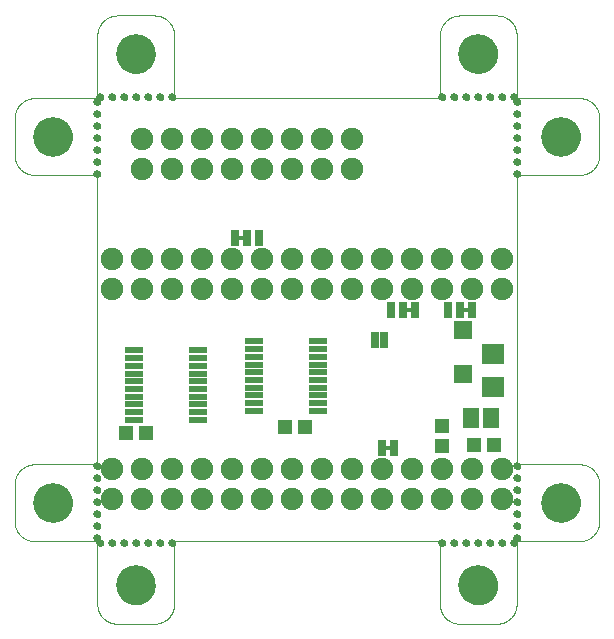
<source format=gts>
G04 EAGLE Gerber RS-274X export*
G75*
%MOMM*%
%FSLAX34Y34*%
%LPD*%
%INSolder Mask top*%
%IPPOS*%
%AMOC8*
5,1,8,0,0,1.08239X$1,22.5*%
G01*
%ADD10C,0.000000*%
%ADD11C,0.660400*%
%ADD12R,1.582400X0.502400*%
%ADD13R,1.252400X1.152400*%
%ADD14R,1.552400X1.552400*%
%ADD15R,1.452400X1.652400*%
%ADD16R,1.952400X1.752400*%
%ADD17R,1.152400X1.252400*%
%ADD18C,1.905000*%
%ADD19R,0.787400X1.422400*%
%ADD20C,3.352400*%

G36*
X123890Y257187D02*
X123890Y257187D01*
X123956Y257189D01*
X123999Y257207D01*
X124046Y257215D01*
X124103Y257249D01*
X124163Y257274D01*
X124198Y257305D01*
X124239Y257330D01*
X124281Y257381D01*
X124329Y257425D01*
X124351Y257467D01*
X124380Y257504D01*
X124401Y257566D01*
X124432Y257625D01*
X124440Y257679D01*
X124452Y257716D01*
X124451Y257756D01*
X124459Y257810D01*
X124459Y260350D01*
X124448Y260415D01*
X124446Y260481D01*
X124428Y260524D01*
X124420Y260571D01*
X124386Y260628D01*
X124361Y260688D01*
X124330Y260723D01*
X124305Y260764D01*
X124254Y260806D01*
X124210Y260854D01*
X124168Y260876D01*
X124131Y260905D01*
X124069Y260926D01*
X124010Y260957D01*
X123956Y260965D01*
X123919Y260977D01*
X123879Y260976D01*
X123825Y260984D01*
X120015Y260984D01*
X119950Y260973D01*
X119884Y260971D01*
X119841Y260953D01*
X119794Y260945D01*
X119737Y260911D01*
X119677Y260886D01*
X119642Y260855D01*
X119601Y260830D01*
X119560Y260779D01*
X119511Y260735D01*
X119489Y260693D01*
X119460Y260656D01*
X119439Y260594D01*
X119408Y260535D01*
X119400Y260481D01*
X119388Y260444D01*
X119388Y260441D01*
X119389Y260404D01*
X119381Y260350D01*
X119381Y257810D01*
X119392Y257745D01*
X119394Y257679D01*
X119412Y257636D01*
X119420Y257589D01*
X119454Y257532D01*
X119479Y257472D01*
X119510Y257437D01*
X119535Y257396D01*
X119586Y257355D01*
X119630Y257306D01*
X119672Y257284D01*
X119709Y257255D01*
X119771Y257234D01*
X119830Y257203D01*
X119884Y257195D01*
X119921Y257183D01*
X119961Y257184D01*
X120015Y257176D01*
X123825Y257176D01*
X123890Y257187D01*
G37*
G36*
X266130Y196227D02*
X266130Y196227D01*
X266196Y196229D01*
X266239Y196247D01*
X266286Y196255D01*
X266343Y196289D01*
X266403Y196314D01*
X266438Y196345D01*
X266479Y196370D01*
X266521Y196421D01*
X266569Y196465D01*
X266591Y196507D01*
X266620Y196544D01*
X266641Y196606D01*
X266672Y196665D01*
X266680Y196719D01*
X266692Y196756D01*
X266691Y196796D01*
X266699Y196850D01*
X266699Y199390D01*
X266688Y199455D01*
X266686Y199521D01*
X266668Y199564D01*
X266660Y199611D01*
X266626Y199668D01*
X266601Y199728D01*
X266570Y199763D01*
X266545Y199804D01*
X266494Y199846D01*
X266450Y199894D01*
X266408Y199916D01*
X266371Y199945D01*
X266309Y199966D01*
X266250Y199997D01*
X266196Y200005D01*
X266159Y200017D01*
X266119Y200016D01*
X266065Y200024D01*
X262255Y200024D01*
X262190Y200013D01*
X262124Y200011D01*
X262081Y199993D01*
X262034Y199985D01*
X261977Y199951D01*
X261917Y199926D01*
X261882Y199895D01*
X261841Y199870D01*
X261800Y199819D01*
X261751Y199775D01*
X261729Y199733D01*
X261700Y199696D01*
X261679Y199634D01*
X261648Y199575D01*
X261640Y199521D01*
X261628Y199484D01*
X261628Y199481D01*
X261629Y199444D01*
X261621Y199390D01*
X261621Y196850D01*
X261632Y196785D01*
X261634Y196719D01*
X261652Y196676D01*
X261660Y196629D01*
X261694Y196572D01*
X261719Y196512D01*
X261750Y196477D01*
X261775Y196436D01*
X261826Y196395D01*
X261870Y196346D01*
X261912Y196324D01*
X261949Y196295D01*
X262011Y196274D01*
X262070Y196243D01*
X262124Y196235D01*
X262161Y196223D01*
X262201Y196224D01*
X262255Y196216D01*
X266065Y196216D01*
X266130Y196227D01*
G37*
G36*
X314390Y196227D02*
X314390Y196227D01*
X314456Y196229D01*
X314499Y196247D01*
X314546Y196255D01*
X314603Y196289D01*
X314663Y196314D01*
X314698Y196345D01*
X314739Y196370D01*
X314781Y196421D01*
X314829Y196465D01*
X314851Y196507D01*
X314880Y196544D01*
X314901Y196606D01*
X314932Y196665D01*
X314940Y196719D01*
X314952Y196756D01*
X314951Y196796D01*
X314959Y196850D01*
X314959Y199390D01*
X314948Y199455D01*
X314946Y199521D01*
X314928Y199564D01*
X314920Y199611D01*
X314886Y199668D01*
X314861Y199728D01*
X314830Y199763D01*
X314805Y199804D01*
X314754Y199846D01*
X314710Y199894D01*
X314668Y199916D01*
X314631Y199945D01*
X314569Y199966D01*
X314510Y199997D01*
X314456Y200005D01*
X314419Y200017D01*
X314379Y200016D01*
X314325Y200024D01*
X310515Y200024D01*
X310450Y200013D01*
X310384Y200011D01*
X310341Y199993D01*
X310294Y199985D01*
X310237Y199951D01*
X310177Y199926D01*
X310142Y199895D01*
X310101Y199870D01*
X310060Y199819D01*
X310011Y199775D01*
X309989Y199733D01*
X309960Y199696D01*
X309939Y199634D01*
X309908Y199575D01*
X309900Y199521D01*
X309888Y199484D01*
X309888Y199481D01*
X309889Y199444D01*
X309881Y199390D01*
X309881Y196850D01*
X309892Y196785D01*
X309894Y196719D01*
X309912Y196676D01*
X309920Y196629D01*
X309954Y196572D01*
X309979Y196512D01*
X310010Y196477D01*
X310035Y196436D01*
X310086Y196395D01*
X310130Y196346D01*
X310172Y196324D01*
X310209Y196295D01*
X310271Y196274D01*
X310330Y196243D01*
X310384Y196235D01*
X310421Y196223D01*
X310461Y196224D01*
X310515Y196216D01*
X314325Y196216D01*
X314390Y196227D01*
G37*
G36*
X248350Y79387D02*
X248350Y79387D01*
X248416Y79389D01*
X248459Y79407D01*
X248506Y79415D01*
X248563Y79449D01*
X248623Y79474D01*
X248658Y79505D01*
X248699Y79530D01*
X248741Y79581D01*
X248789Y79625D01*
X248811Y79667D01*
X248840Y79704D01*
X248861Y79766D01*
X248892Y79825D01*
X248900Y79879D01*
X248912Y79916D01*
X248911Y79956D01*
X248919Y80010D01*
X248919Y82550D01*
X248908Y82615D01*
X248906Y82681D01*
X248888Y82724D01*
X248880Y82771D01*
X248846Y82828D01*
X248821Y82888D01*
X248790Y82923D01*
X248765Y82964D01*
X248714Y83006D01*
X248670Y83054D01*
X248628Y83076D01*
X248591Y83105D01*
X248529Y83126D01*
X248470Y83157D01*
X248416Y83165D01*
X248379Y83177D01*
X248339Y83176D01*
X248285Y83184D01*
X244475Y83184D01*
X244410Y83173D01*
X244344Y83171D01*
X244301Y83153D01*
X244254Y83145D01*
X244197Y83111D01*
X244137Y83086D01*
X244102Y83055D01*
X244061Y83030D01*
X244020Y82979D01*
X243971Y82935D01*
X243949Y82893D01*
X243920Y82856D01*
X243899Y82794D01*
X243868Y82735D01*
X243860Y82681D01*
X243848Y82644D01*
X243848Y82641D01*
X243849Y82604D01*
X243841Y82550D01*
X243841Y80010D01*
X243852Y79945D01*
X243854Y79879D01*
X243872Y79836D01*
X243880Y79789D01*
X243914Y79732D01*
X243939Y79672D01*
X243970Y79637D01*
X243995Y79596D01*
X244046Y79555D01*
X244090Y79506D01*
X244132Y79484D01*
X244169Y79455D01*
X244231Y79434D01*
X244290Y79403D01*
X244344Y79395D01*
X244381Y79383D01*
X244421Y79384D01*
X244475Y79376D01*
X248285Y79376D01*
X248350Y79387D01*
G37*
D10*
X65000Y377500D02*
X290000Y377500D01*
X0Y312500D02*
X0Y67500D01*
X65000Y2500D02*
X290000Y2500D01*
X355600Y67500D02*
X355600Y312500D01*
X353060Y374650D02*
X353062Y374750D01*
X353068Y374851D01*
X353078Y374950D01*
X353092Y375050D01*
X353109Y375149D01*
X353131Y375247D01*
X353157Y375344D01*
X353186Y375440D01*
X353219Y375534D01*
X353256Y375628D01*
X353296Y375720D01*
X353340Y375810D01*
X353388Y375898D01*
X353439Y375985D01*
X353493Y376069D01*
X353551Y376151D01*
X353612Y376231D01*
X353676Y376308D01*
X353743Y376383D01*
X353813Y376455D01*
X353886Y376524D01*
X353961Y376590D01*
X354039Y376654D01*
X354119Y376714D01*
X354202Y376771D01*
X354287Y376824D01*
X354374Y376874D01*
X354463Y376921D01*
X354553Y376964D01*
X354645Y377004D01*
X354739Y377040D01*
X354834Y377072D01*
X354930Y377100D01*
X355028Y377125D01*
X355126Y377145D01*
X355225Y377162D01*
X355325Y377175D01*
X355424Y377184D01*
X355525Y377189D01*
X355625Y377190D01*
X355725Y377187D01*
X355826Y377180D01*
X355925Y377169D01*
X356025Y377154D01*
X356123Y377136D01*
X356221Y377113D01*
X356318Y377086D01*
X356413Y377056D01*
X356508Y377022D01*
X356601Y376984D01*
X356692Y376943D01*
X356782Y376898D01*
X356870Y376850D01*
X356956Y376798D01*
X357040Y376743D01*
X357121Y376684D01*
X357200Y376622D01*
X357277Y376558D01*
X357351Y376490D01*
X357422Y376419D01*
X357491Y376346D01*
X357556Y376270D01*
X357619Y376191D01*
X357678Y376110D01*
X357734Y376027D01*
X357787Y375942D01*
X357836Y375854D01*
X357882Y375765D01*
X357924Y375674D01*
X357963Y375581D01*
X357998Y375487D01*
X358029Y375392D01*
X358057Y375295D01*
X358080Y375198D01*
X358100Y375099D01*
X358116Y375000D01*
X358128Y374901D01*
X358136Y374800D01*
X358140Y374700D01*
X358140Y374600D01*
X358136Y374500D01*
X358128Y374399D01*
X358116Y374300D01*
X358100Y374201D01*
X358080Y374102D01*
X358057Y374005D01*
X358029Y373908D01*
X357998Y373813D01*
X357963Y373719D01*
X357924Y373626D01*
X357882Y373535D01*
X357836Y373446D01*
X357787Y373358D01*
X357734Y373273D01*
X357678Y373190D01*
X357619Y373109D01*
X357556Y373030D01*
X357491Y372954D01*
X357422Y372881D01*
X357351Y372810D01*
X357277Y372742D01*
X357200Y372678D01*
X357121Y372616D01*
X357040Y372557D01*
X356956Y372502D01*
X356870Y372450D01*
X356782Y372402D01*
X356692Y372357D01*
X356601Y372316D01*
X356508Y372278D01*
X356413Y372244D01*
X356318Y372214D01*
X356221Y372187D01*
X356123Y372164D01*
X356025Y372146D01*
X355925Y372131D01*
X355826Y372120D01*
X355725Y372113D01*
X355625Y372110D01*
X355525Y372111D01*
X355424Y372116D01*
X355325Y372125D01*
X355225Y372138D01*
X355126Y372155D01*
X355028Y372175D01*
X354930Y372200D01*
X354834Y372228D01*
X354739Y372260D01*
X354645Y372296D01*
X354553Y372336D01*
X354463Y372379D01*
X354374Y372426D01*
X354287Y372476D01*
X354202Y372529D01*
X354119Y372586D01*
X354039Y372646D01*
X353961Y372710D01*
X353886Y372776D01*
X353813Y372845D01*
X353743Y372917D01*
X353676Y372992D01*
X353612Y373069D01*
X353551Y373149D01*
X353493Y373231D01*
X353439Y373315D01*
X353388Y373402D01*
X353340Y373490D01*
X353296Y373580D01*
X353256Y373672D01*
X353219Y373766D01*
X353186Y373860D01*
X353157Y373956D01*
X353131Y374053D01*
X353109Y374151D01*
X353092Y374250D01*
X353078Y374350D01*
X353068Y374449D01*
X353062Y374550D01*
X353060Y374650D01*
D11*
X355600Y374650D03*
D10*
X353060Y364490D02*
X353062Y364590D01*
X353068Y364691D01*
X353078Y364790D01*
X353092Y364890D01*
X353109Y364989D01*
X353131Y365087D01*
X353157Y365184D01*
X353186Y365280D01*
X353219Y365374D01*
X353256Y365468D01*
X353296Y365560D01*
X353340Y365650D01*
X353388Y365738D01*
X353439Y365825D01*
X353493Y365909D01*
X353551Y365991D01*
X353612Y366071D01*
X353676Y366148D01*
X353743Y366223D01*
X353813Y366295D01*
X353886Y366364D01*
X353961Y366430D01*
X354039Y366494D01*
X354119Y366554D01*
X354202Y366611D01*
X354287Y366664D01*
X354374Y366714D01*
X354463Y366761D01*
X354553Y366804D01*
X354645Y366844D01*
X354739Y366880D01*
X354834Y366912D01*
X354930Y366940D01*
X355028Y366965D01*
X355126Y366985D01*
X355225Y367002D01*
X355325Y367015D01*
X355424Y367024D01*
X355525Y367029D01*
X355625Y367030D01*
X355725Y367027D01*
X355826Y367020D01*
X355925Y367009D01*
X356025Y366994D01*
X356123Y366976D01*
X356221Y366953D01*
X356318Y366926D01*
X356413Y366896D01*
X356508Y366862D01*
X356601Y366824D01*
X356692Y366783D01*
X356782Y366738D01*
X356870Y366690D01*
X356956Y366638D01*
X357040Y366583D01*
X357121Y366524D01*
X357200Y366462D01*
X357277Y366398D01*
X357351Y366330D01*
X357422Y366259D01*
X357491Y366186D01*
X357556Y366110D01*
X357619Y366031D01*
X357678Y365950D01*
X357734Y365867D01*
X357787Y365782D01*
X357836Y365694D01*
X357882Y365605D01*
X357924Y365514D01*
X357963Y365421D01*
X357998Y365327D01*
X358029Y365232D01*
X358057Y365135D01*
X358080Y365038D01*
X358100Y364939D01*
X358116Y364840D01*
X358128Y364741D01*
X358136Y364640D01*
X358140Y364540D01*
X358140Y364440D01*
X358136Y364340D01*
X358128Y364239D01*
X358116Y364140D01*
X358100Y364041D01*
X358080Y363942D01*
X358057Y363845D01*
X358029Y363748D01*
X357998Y363653D01*
X357963Y363559D01*
X357924Y363466D01*
X357882Y363375D01*
X357836Y363286D01*
X357787Y363198D01*
X357734Y363113D01*
X357678Y363030D01*
X357619Y362949D01*
X357556Y362870D01*
X357491Y362794D01*
X357422Y362721D01*
X357351Y362650D01*
X357277Y362582D01*
X357200Y362518D01*
X357121Y362456D01*
X357040Y362397D01*
X356956Y362342D01*
X356870Y362290D01*
X356782Y362242D01*
X356692Y362197D01*
X356601Y362156D01*
X356508Y362118D01*
X356413Y362084D01*
X356318Y362054D01*
X356221Y362027D01*
X356123Y362004D01*
X356025Y361986D01*
X355925Y361971D01*
X355826Y361960D01*
X355725Y361953D01*
X355625Y361950D01*
X355525Y361951D01*
X355424Y361956D01*
X355325Y361965D01*
X355225Y361978D01*
X355126Y361995D01*
X355028Y362015D01*
X354930Y362040D01*
X354834Y362068D01*
X354739Y362100D01*
X354645Y362136D01*
X354553Y362176D01*
X354463Y362219D01*
X354374Y362266D01*
X354287Y362316D01*
X354202Y362369D01*
X354119Y362426D01*
X354039Y362486D01*
X353961Y362550D01*
X353886Y362616D01*
X353813Y362685D01*
X353743Y362757D01*
X353676Y362832D01*
X353612Y362909D01*
X353551Y362989D01*
X353493Y363071D01*
X353439Y363155D01*
X353388Y363242D01*
X353340Y363330D01*
X353296Y363420D01*
X353256Y363512D01*
X353219Y363606D01*
X353186Y363700D01*
X353157Y363796D01*
X353131Y363893D01*
X353109Y363991D01*
X353092Y364090D01*
X353078Y364190D01*
X353068Y364289D01*
X353062Y364390D01*
X353060Y364490D01*
D11*
X355600Y364490D03*
D10*
X353060Y354330D02*
X353062Y354430D01*
X353068Y354531D01*
X353078Y354630D01*
X353092Y354730D01*
X353109Y354829D01*
X353131Y354927D01*
X353157Y355024D01*
X353186Y355120D01*
X353219Y355214D01*
X353256Y355308D01*
X353296Y355400D01*
X353340Y355490D01*
X353388Y355578D01*
X353439Y355665D01*
X353493Y355749D01*
X353551Y355831D01*
X353612Y355911D01*
X353676Y355988D01*
X353743Y356063D01*
X353813Y356135D01*
X353886Y356204D01*
X353961Y356270D01*
X354039Y356334D01*
X354119Y356394D01*
X354202Y356451D01*
X354287Y356504D01*
X354374Y356554D01*
X354463Y356601D01*
X354553Y356644D01*
X354645Y356684D01*
X354739Y356720D01*
X354834Y356752D01*
X354930Y356780D01*
X355028Y356805D01*
X355126Y356825D01*
X355225Y356842D01*
X355325Y356855D01*
X355424Y356864D01*
X355525Y356869D01*
X355625Y356870D01*
X355725Y356867D01*
X355826Y356860D01*
X355925Y356849D01*
X356025Y356834D01*
X356123Y356816D01*
X356221Y356793D01*
X356318Y356766D01*
X356413Y356736D01*
X356508Y356702D01*
X356601Y356664D01*
X356692Y356623D01*
X356782Y356578D01*
X356870Y356530D01*
X356956Y356478D01*
X357040Y356423D01*
X357121Y356364D01*
X357200Y356302D01*
X357277Y356238D01*
X357351Y356170D01*
X357422Y356099D01*
X357491Y356026D01*
X357556Y355950D01*
X357619Y355871D01*
X357678Y355790D01*
X357734Y355707D01*
X357787Y355622D01*
X357836Y355534D01*
X357882Y355445D01*
X357924Y355354D01*
X357963Y355261D01*
X357998Y355167D01*
X358029Y355072D01*
X358057Y354975D01*
X358080Y354878D01*
X358100Y354779D01*
X358116Y354680D01*
X358128Y354581D01*
X358136Y354480D01*
X358140Y354380D01*
X358140Y354280D01*
X358136Y354180D01*
X358128Y354079D01*
X358116Y353980D01*
X358100Y353881D01*
X358080Y353782D01*
X358057Y353685D01*
X358029Y353588D01*
X357998Y353493D01*
X357963Y353399D01*
X357924Y353306D01*
X357882Y353215D01*
X357836Y353126D01*
X357787Y353038D01*
X357734Y352953D01*
X357678Y352870D01*
X357619Y352789D01*
X357556Y352710D01*
X357491Y352634D01*
X357422Y352561D01*
X357351Y352490D01*
X357277Y352422D01*
X357200Y352358D01*
X357121Y352296D01*
X357040Y352237D01*
X356956Y352182D01*
X356870Y352130D01*
X356782Y352082D01*
X356692Y352037D01*
X356601Y351996D01*
X356508Y351958D01*
X356413Y351924D01*
X356318Y351894D01*
X356221Y351867D01*
X356123Y351844D01*
X356025Y351826D01*
X355925Y351811D01*
X355826Y351800D01*
X355725Y351793D01*
X355625Y351790D01*
X355525Y351791D01*
X355424Y351796D01*
X355325Y351805D01*
X355225Y351818D01*
X355126Y351835D01*
X355028Y351855D01*
X354930Y351880D01*
X354834Y351908D01*
X354739Y351940D01*
X354645Y351976D01*
X354553Y352016D01*
X354463Y352059D01*
X354374Y352106D01*
X354287Y352156D01*
X354202Y352209D01*
X354119Y352266D01*
X354039Y352326D01*
X353961Y352390D01*
X353886Y352456D01*
X353813Y352525D01*
X353743Y352597D01*
X353676Y352672D01*
X353612Y352749D01*
X353551Y352829D01*
X353493Y352911D01*
X353439Y352995D01*
X353388Y353082D01*
X353340Y353170D01*
X353296Y353260D01*
X353256Y353352D01*
X353219Y353446D01*
X353186Y353540D01*
X353157Y353636D01*
X353131Y353733D01*
X353109Y353831D01*
X353092Y353930D01*
X353078Y354030D01*
X353068Y354129D01*
X353062Y354230D01*
X353060Y354330D01*
D11*
X355600Y354330D03*
D10*
X353060Y344170D02*
X353062Y344270D01*
X353068Y344371D01*
X353078Y344470D01*
X353092Y344570D01*
X353109Y344669D01*
X353131Y344767D01*
X353157Y344864D01*
X353186Y344960D01*
X353219Y345054D01*
X353256Y345148D01*
X353296Y345240D01*
X353340Y345330D01*
X353388Y345418D01*
X353439Y345505D01*
X353493Y345589D01*
X353551Y345671D01*
X353612Y345751D01*
X353676Y345828D01*
X353743Y345903D01*
X353813Y345975D01*
X353886Y346044D01*
X353961Y346110D01*
X354039Y346174D01*
X354119Y346234D01*
X354202Y346291D01*
X354287Y346344D01*
X354374Y346394D01*
X354463Y346441D01*
X354553Y346484D01*
X354645Y346524D01*
X354739Y346560D01*
X354834Y346592D01*
X354930Y346620D01*
X355028Y346645D01*
X355126Y346665D01*
X355225Y346682D01*
X355325Y346695D01*
X355424Y346704D01*
X355525Y346709D01*
X355625Y346710D01*
X355725Y346707D01*
X355826Y346700D01*
X355925Y346689D01*
X356025Y346674D01*
X356123Y346656D01*
X356221Y346633D01*
X356318Y346606D01*
X356413Y346576D01*
X356508Y346542D01*
X356601Y346504D01*
X356692Y346463D01*
X356782Y346418D01*
X356870Y346370D01*
X356956Y346318D01*
X357040Y346263D01*
X357121Y346204D01*
X357200Y346142D01*
X357277Y346078D01*
X357351Y346010D01*
X357422Y345939D01*
X357491Y345866D01*
X357556Y345790D01*
X357619Y345711D01*
X357678Y345630D01*
X357734Y345547D01*
X357787Y345462D01*
X357836Y345374D01*
X357882Y345285D01*
X357924Y345194D01*
X357963Y345101D01*
X357998Y345007D01*
X358029Y344912D01*
X358057Y344815D01*
X358080Y344718D01*
X358100Y344619D01*
X358116Y344520D01*
X358128Y344421D01*
X358136Y344320D01*
X358140Y344220D01*
X358140Y344120D01*
X358136Y344020D01*
X358128Y343919D01*
X358116Y343820D01*
X358100Y343721D01*
X358080Y343622D01*
X358057Y343525D01*
X358029Y343428D01*
X357998Y343333D01*
X357963Y343239D01*
X357924Y343146D01*
X357882Y343055D01*
X357836Y342966D01*
X357787Y342878D01*
X357734Y342793D01*
X357678Y342710D01*
X357619Y342629D01*
X357556Y342550D01*
X357491Y342474D01*
X357422Y342401D01*
X357351Y342330D01*
X357277Y342262D01*
X357200Y342198D01*
X357121Y342136D01*
X357040Y342077D01*
X356956Y342022D01*
X356870Y341970D01*
X356782Y341922D01*
X356692Y341877D01*
X356601Y341836D01*
X356508Y341798D01*
X356413Y341764D01*
X356318Y341734D01*
X356221Y341707D01*
X356123Y341684D01*
X356025Y341666D01*
X355925Y341651D01*
X355826Y341640D01*
X355725Y341633D01*
X355625Y341630D01*
X355525Y341631D01*
X355424Y341636D01*
X355325Y341645D01*
X355225Y341658D01*
X355126Y341675D01*
X355028Y341695D01*
X354930Y341720D01*
X354834Y341748D01*
X354739Y341780D01*
X354645Y341816D01*
X354553Y341856D01*
X354463Y341899D01*
X354374Y341946D01*
X354287Y341996D01*
X354202Y342049D01*
X354119Y342106D01*
X354039Y342166D01*
X353961Y342230D01*
X353886Y342296D01*
X353813Y342365D01*
X353743Y342437D01*
X353676Y342512D01*
X353612Y342589D01*
X353551Y342669D01*
X353493Y342751D01*
X353439Y342835D01*
X353388Y342922D01*
X353340Y343010D01*
X353296Y343100D01*
X353256Y343192D01*
X353219Y343286D01*
X353186Y343380D01*
X353157Y343476D01*
X353131Y343573D01*
X353109Y343671D01*
X353092Y343770D01*
X353078Y343870D01*
X353068Y343969D01*
X353062Y344070D01*
X353060Y344170D01*
D11*
X355600Y344170D03*
D10*
X353060Y334010D02*
X353062Y334110D01*
X353068Y334211D01*
X353078Y334310D01*
X353092Y334410D01*
X353109Y334509D01*
X353131Y334607D01*
X353157Y334704D01*
X353186Y334800D01*
X353219Y334894D01*
X353256Y334988D01*
X353296Y335080D01*
X353340Y335170D01*
X353388Y335258D01*
X353439Y335345D01*
X353493Y335429D01*
X353551Y335511D01*
X353612Y335591D01*
X353676Y335668D01*
X353743Y335743D01*
X353813Y335815D01*
X353886Y335884D01*
X353961Y335950D01*
X354039Y336014D01*
X354119Y336074D01*
X354202Y336131D01*
X354287Y336184D01*
X354374Y336234D01*
X354463Y336281D01*
X354553Y336324D01*
X354645Y336364D01*
X354739Y336400D01*
X354834Y336432D01*
X354930Y336460D01*
X355028Y336485D01*
X355126Y336505D01*
X355225Y336522D01*
X355325Y336535D01*
X355424Y336544D01*
X355525Y336549D01*
X355625Y336550D01*
X355725Y336547D01*
X355826Y336540D01*
X355925Y336529D01*
X356025Y336514D01*
X356123Y336496D01*
X356221Y336473D01*
X356318Y336446D01*
X356413Y336416D01*
X356508Y336382D01*
X356601Y336344D01*
X356692Y336303D01*
X356782Y336258D01*
X356870Y336210D01*
X356956Y336158D01*
X357040Y336103D01*
X357121Y336044D01*
X357200Y335982D01*
X357277Y335918D01*
X357351Y335850D01*
X357422Y335779D01*
X357491Y335706D01*
X357556Y335630D01*
X357619Y335551D01*
X357678Y335470D01*
X357734Y335387D01*
X357787Y335302D01*
X357836Y335214D01*
X357882Y335125D01*
X357924Y335034D01*
X357963Y334941D01*
X357998Y334847D01*
X358029Y334752D01*
X358057Y334655D01*
X358080Y334558D01*
X358100Y334459D01*
X358116Y334360D01*
X358128Y334261D01*
X358136Y334160D01*
X358140Y334060D01*
X358140Y333960D01*
X358136Y333860D01*
X358128Y333759D01*
X358116Y333660D01*
X358100Y333561D01*
X358080Y333462D01*
X358057Y333365D01*
X358029Y333268D01*
X357998Y333173D01*
X357963Y333079D01*
X357924Y332986D01*
X357882Y332895D01*
X357836Y332806D01*
X357787Y332718D01*
X357734Y332633D01*
X357678Y332550D01*
X357619Y332469D01*
X357556Y332390D01*
X357491Y332314D01*
X357422Y332241D01*
X357351Y332170D01*
X357277Y332102D01*
X357200Y332038D01*
X357121Y331976D01*
X357040Y331917D01*
X356956Y331862D01*
X356870Y331810D01*
X356782Y331762D01*
X356692Y331717D01*
X356601Y331676D01*
X356508Y331638D01*
X356413Y331604D01*
X356318Y331574D01*
X356221Y331547D01*
X356123Y331524D01*
X356025Y331506D01*
X355925Y331491D01*
X355826Y331480D01*
X355725Y331473D01*
X355625Y331470D01*
X355525Y331471D01*
X355424Y331476D01*
X355325Y331485D01*
X355225Y331498D01*
X355126Y331515D01*
X355028Y331535D01*
X354930Y331560D01*
X354834Y331588D01*
X354739Y331620D01*
X354645Y331656D01*
X354553Y331696D01*
X354463Y331739D01*
X354374Y331786D01*
X354287Y331836D01*
X354202Y331889D01*
X354119Y331946D01*
X354039Y332006D01*
X353961Y332070D01*
X353886Y332136D01*
X353813Y332205D01*
X353743Y332277D01*
X353676Y332352D01*
X353612Y332429D01*
X353551Y332509D01*
X353493Y332591D01*
X353439Y332675D01*
X353388Y332762D01*
X353340Y332850D01*
X353296Y332940D01*
X353256Y333032D01*
X353219Y333126D01*
X353186Y333220D01*
X353157Y333316D01*
X353131Y333413D01*
X353109Y333511D01*
X353092Y333610D01*
X353078Y333710D01*
X353068Y333809D01*
X353062Y333910D01*
X353060Y334010D01*
D11*
X355600Y334010D03*
D10*
X355000Y377500D02*
X407500Y377500D01*
X425000Y360000D02*
X425000Y330000D01*
X407500Y312500D02*
X355600Y312500D01*
X353060Y323850D02*
X353062Y323950D01*
X353068Y324051D01*
X353078Y324150D01*
X353092Y324250D01*
X353109Y324349D01*
X353131Y324447D01*
X353157Y324544D01*
X353186Y324640D01*
X353219Y324734D01*
X353256Y324828D01*
X353296Y324920D01*
X353340Y325010D01*
X353388Y325098D01*
X353439Y325185D01*
X353493Y325269D01*
X353551Y325351D01*
X353612Y325431D01*
X353676Y325508D01*
X353743Y325583D01*
X353813Y325655D01*
X353886Y325724D01*
X353961Y325790D01*
X354039Y325854D01*
X354119Y325914D01*
X354202Y325971D01*
X354287Y326024D01*
X354374Y326074D01*
X354463Y326121D01*
X354553Y326164D01*
X354645Y326204D01*
X354739Y326240D01*
X354834Y326272D01*
X354930Y326300D01*
X355028Y326325D01*
X355126Y326345D01*
X355225Y326362D01*
X355325Y326375D01*
X355424Y326384D01*
X355525Y326389D01*
X355625Y326390D01*
X355725Y326387D01*
X355826Y326380D01*
X355925Y326369D01*
X356025Y326354D01*
X356123Y326336D01*
X356221Y326313D01*
X356318Y326286D01*
X356413Y326256D01*
X356508Y326222D01*
X356601Y326184D01*
X356692Y326143D01*
X356782Y326098D01*
X356870Y326050D01*
X356956Y325998D01*
X357040Y325943D01*
X357121Y325884D01*
X357200Y325822D01*
X357277Y325758D01*
X357351Y325690D01*
X357422Y325619D01*
X357491Y325546D01*
X357556Y325470D01*
X357619Y325391D01*
X357678Y325310D01*
X357734Y325227D01*
X357787Y325142D01*
X357836Y325054D01*
X357882Y324965D01*
X357924Y324874D01*
X357963Y324781D01*
X357998Y324687D01*
X358029Y324592D01*
X358057Y324495D01*
X358080Y324398D01*
X358100Y324299D01*
X358116Y324200D01*
X358128Y324101D01*
X358136Y324000D01*
X358140Y323900D01*
X358140Y323800D01*
X358136Y323700D01*
X358128Y323599D01*
X358116Y323500D01*
X358100Y323401D01*
X358080Y323302D01*
X358057Y323205D01*
X358029Y323108D01*
X357998Y323013D01*
X357963Y322919D01*
X357924Y322826D01*
X357882Y322735D01*
X357836Y322646D01*
X357787Y322558D01*
X357734Y322473D01*
X357678Y322390D01*
X357619Y322309D01*
X357556Y322230D01*
X357491Y322154D01*
X357422Y322081D01*
X357351Y322010D01*
X357277Y321942D01*
X357200Y321878D01*
X357121Y321816D01*
X357040Y321757D01*
X356956Y321702D01*
X356870Y321650D01*
X356782Y321602D01*
X356692Y321557D01*
X356601Y321516D01*
X356508Y321478D01*
X356413Y321444D01*
X356318Y321414D01*
X356221Y321387D01*
X356123Y321364D01*
X356025Y321346D01*
X355925Y321331D01*
X355826Y321320D01*
X355725Y321313D01*
X355625Y321310D01*
X355525Y321311D01*
X355424Y321316D01*
X355325Y321325D01*
X355225Y321338D01*
X355126Y321355D01*
X355028Y321375D01*
X354930Y321400D01*
X354834Y321428D01*
X354739Y321460D01*
X354645Y321496D01*
X354553Y321536D01*
X354463Y321579D01*
X354374Y321626D01*
X354287Y321676D01*
X354202Y321729D01*
X354119Y321786D01*
X354039Y321846D01*
X353961Y321910D01*
X353886Y321976D01*
X353813Y322045D01*
X353743Y322117D01*
X353676Y322192D01*
X353612Y322269D01*
X353551Y322349D01*
X353493Y322431D01*
X353439Y322515D01*
X353388Y322602D01*
X353340Y322690D01*
X353296Y322780D01*
X353256Y322872D01*
X353219Y322966D01*
X353186Y323060D01*
X353157Y323156D01*
X353131Y323253D01*
X353109Y323351D01*
X353092Y323450D01*
X353078Y323550D01*
X353068Y323649D01*
X353062Y323750D01*
X353060Y323850D01*
D11*
X355600Y323850D03*
D10*
X353060Y313690D02*
X353062Y313790D01*
X353068Y313891D01*
X353078Y313990D01*
X353092Y314090D01*
X353109Y314189D01*
X353131Y314287D01*
X353157Y314384D01*
X353186Y314480D01*
X353219Y314574D01*
X353256Y314668D01*
X353296Y314760D01*
X353340Y314850D01*
X353388Y314938D01*
X353439Y315025D01*
X353493Y315109D01*
X353551Y315191D01*
X353612Y315271D01*
X353676Y315348D01*
X353743Y315423D01*
X353813Y315495D01*
X353886Y315564D01*
X353961Y315630D01*
X354039Y315694D01*
X354119Y315754D01*
X354202Y315811D01*
X354287Y315864D01*
X354374Y315914D01*
X354463Y315961D01*
X354553Y316004D01*
X354645Y316044D01*
X354739Y316080D01*
X354834Y316112D01*
X354930Y316140D01*
X355028Y316165D01*
X355126Y316185D01*
X355225Y316202D01*
X355325Y316215D01*
X355424Y316224D01*
X355525Y316229D01*
X355625Y316230D01*
X355725Y316227D01*
X355826Y316220D01*
X355925Y316209D01*
X356025Y316194D01*
X356123Y316176D01*
X356221Y316153D01*
X356318Y316126D01*
X356413Y316096D01*
X356508Y316062D01*
X356601Y316024D01*
X356692Y315983D01*
X356782Y315938D01*
X356870Y315890D01*
X356956Y315838D01*
X357040Y315783D01*
X357121Y315724D01*
X357200Y315662D01*
X357277Y315598D01*
X357351Y315530D01*
X357422Y315459D01*
X357491Y315386D01*
X357556Y315310D01*
X357619Y315231D01*
X357678Y315150D01*
X357734Y315067D01*
X357787Y314982D01*
X357836Y314894D01*
X357882Y314805D01*
X357924Y314714D01*
X357963Y314621D01*
X357998Y314527D01*
X358029Y314432D01*
X358057Y314335D01*
X358080Y314238D01*
X358100Y314139D01*
X358116Y314040D01*
X358128Y313941D01*
X358136Y313840D01*
X358140Y313740D01*
X358140Y313640D01*
X358136Y313540D01*
X358128Y313439D01*
X358116Y313340D01*
X358100Y313241D01*
X358080Y313142D01*
X358057Y313045D01*
X358029Y312948D01*
X357998Y312853D01*
X357963Y312759D01*
X357924Y312666D01*
X357882Y312575D01*
X357836Y312486D01*
X357787Y312398D01*
X357734Y312313D01*
X357678Y312230D01*
X357619Y312149D01*
X357556Y312070D01*
X357491Y311994D01*
X357422Y311921D01*
X357351Y311850D01*
X357277Y311782D01*
X357200Y311718D01*
X357121Y311656D01*
X357040Y311597D01*
X356956Y311542D01*
X356870Y311490D01*
X356782Y311442D01*
X356692Y311397D01*
X356601Y311356D01*
X356508Y311318D01*
X356413Y311284D01*
X356318Y311254D01*
X356221Y311227D01*
X356123Y311204D01*
X356025Y311186D01*
X355925Y311171D01*
X355826Y311160D01*
X355725Y311153D01*
X355625Y311150D01*
X355525Y311151D01*
X355424Y311156D01*
X355325Y311165D01*
X355225Y311178D01*
X355126Y311195D01*
X355028Y311215D01*
X354930Y311240D01*
X354834Y311268D01*
X354739Y311300D01*
X354645Y311336D01*
X354553Y311376D01*
X354463Y311419D01*
X354374Y311466D01*
X354287Y311516D01*
X354202Y311569D01*
X354119Y311626D01*
X354039Y311686D01*
X353961Y311750D01*
X353886Y311816D01*
X353813Y311885D01*
X353743Y311957D01*
X353676Y312032D01*
X353612Y312109D01*
X353551Y312189D01*
X353493Y312271D01*
X353439Y312355D01*
X353388Y312442D01*
X353340Y312530D01*
X353296Y312620D01*
X353256Y312712D01*
X353219Y312806D01*
X353186Y312900D01*
X353157Y312996D01*
X353131Y313093D01*
X353109Y313191D01*
X353092Y313290D01*
X353078Y313390D01*
X353068Y313489D01*
X353062Y313590D01*
X353060Y313690D01*
D11*
X355600Y313690D03*
D10*
X289560Y378460D02*
X289562Y378560D01*
X289568Y378661D01*
X289578Y378760D01*
X289592Y378860D01*
X289609Y378959D01*
X289631Y379057D01*
X289657Y379154D01*
X289686Y379250D01*
X289719Y379344D01*
X289756Y379438D01*
X289796Y379530D01*
X289840Y379620D01*
X289888Y379708D01*
X289939Y379795D01*
X289993Y379879D01*
X290051Y379961D01*
X290112Y380041D01*
X290176Y380118D01*
X290243Y380193D01*
X290313Y380265D01*
X290386Y380334D01*
X290461Y380400D01*
X290539Y380464D01*
X290619Y380524D01*
X290702Y380581D01*
X290787Y380634D01*
X290874Y380684D01*
X290963Y380731D01*
X291053Y380774D01*
X291145Y380814D01*
X291239Y380850D01*
X291334Y380882D01*
X291430Y380910D01*
X291528Y380935D01*
X291626Y380955D01*
X291725Y380972D01*
X291825Y380985D01*
X291924Y380994D01*
X292025Y380999D01*
X292125Y381000D01*
X292225Y380997D01*
X292326Y380990D01*
X292425Y380979D01*
X292525Y380964D01*
X292623Y380946D01*
X292721Y380923D01*
X292818Y380896D01*
X292913Y380866D01*
X293008Y380832D01*
X293101Y380794D01*
X293192Y380753D01*
X293282Y380708D01*
X293370Y380660D01*
X293456Y380608D01*
X293540Y380553D01*
X293621Y380494D01*
X293700Y380432D01*
X293777Y380368D01*
X293851Y380300D01*
X293922Y380229D01*
X293991Y380156D01*
X294056Y380080D01*
X294119Y380001D01*
X294178Y379920D01*
X294234Y379837D01*
X294287Y379752D01*
X294336Y379664D01*
X294382Y379575D01*
X294424Y379484D01*
X294463Y379391D01*
X294498Y379297D01*
X294529Y379202D01*
X294557Y379105D01*
X294580Y379008D01*
X294600Y378909D01*
X294616Y378810D01*
X294628Y378711D01*
X294636Y378610D01*
X294640Y378510D01*
X294640Y378410D01*
X294636Y378310D01*
X294628Y378209D01*
X294616Y378110D01*
X294600Y378011D01*
X294580Y377912D01*
X294557Y377815D01*
X294529Y377718D01*
X294498Y377623D01*
X294463Y377529D01*
X294424Y377436D01*
X294382Y377345D01*
X294336Y377256D01*
X294287Y377168D01*
X294234Y377083D01*
X294178Y377000D01*
X294119Y376919D01*
X294056Y376840D01*
X293991Y376764D01*
X293922Y376691D01*
X293851Y376620D01*
X293777Y376552D01*
X293700Y376488D01*
X293621Y376426D01*
X293540Y376367D01*
X293456Y376312D01*
X293370Y376260D01*
X293282Y376212D01*
X293192Y376167D01*
X293101Y376126D01*
X293008Y376088D01*
X292913Y376054D01*
X292818Y376024D01*
X292721Y375997D01*
X292623Y375974D01*
X292525Y375956D01*
X292425Y375941D01*
X292326Y375930D01*
X292225Y375923D01*
X292125Y375920D01*
X292025Y375921D01*
X291924Y375926D01*
X291825Y375935D01*
X291725Y375948D01*
X291626Y375965D01*
X291528Y375985D01*
X291430Y376010D01*
X291334Y376038D01*
X291239Y376070D01*
X291145Y376106D01*
X291053Y376146D01*
X290963Y376189D01*
X290874Y376236D01*
X290787Y376286D01*
X290702Y376339D01*
X290619Y376396D01*
X290539Y376456D01*
X290461Y376520D01*
X290386Y376586D01*
X290313Y376655D01*
X290243Y376727D01*
X290176Y376802D01*
X290112Y376879D01*
X290051Y376959D01*
X289993Y377041D01*
X289939Y377125D01*
X289888Y377212D01*
X289840Y377300D01*
X289796Y377390D01*
X289756Y377482D01*
X289719Y377576D01*
X289686Y377670D01*
X289657Y377766D01*
X289631Y377863D01*
X289609Y377961D01*
X289592Y378060D01*
X289578Y378160D01*
X289568Y378259D01*
X289562Y378360D01*
X289560Y378460D01*
D11*
X292100Y378460D03*
D10*
X299720Y378460D02*
X299722Y378560D01*
X299728Y378661D01*
X299738Y378760D01*
X299752Y378860D01*
X299769Y378959D01*
X299791Y379057D01*
X299817Y379154D01*
X299846Y379250D01*
X299879Y379344D01*
X299916Y379438D01*
X299956Y379530D01*
X300000Y379620D01*
X300048Y379708D01*
X300099Y379795D01*
X300153Y379879D01*
X300211Y379961D01*
X300272Y380041D01*
X300336Y380118D01*
X300403Y380193D01*
X300473Y380265D01*
X300546Y380334D01*
X300621Y380400D01*
X300699Y380464D01*
X300779Y380524D01*
X300862Y380581D01*
X300947Y380634D01*
X301034Y380684D01*
X301123Y380731D01*
X301213Y380774D01*
X301305Y380814D01*
X301399Y380850D01*
X301494Y380882D01*
X301590Y380910D01*
X301688Y380935D01*
X301786Y380955D01*
X301885Y380972D01*
X301985Y380985D01*
X302084Y380994D01*
X302185Y380999D01*
X302285Y381000D01*
X302385Y380997D01*
X302486Y380990D01*
X302585Y380979D01*
X302685Y380964D01*
X302783Y380946D01*
X302881Y380923D01*
X302978Y380896D01*
X303073Y380866D01*
X303168Y380832D01*
X303261Y380794D01*
X303352Y380753D01*
X303442Y380708D01*
X303530Y380660D01*
X303616Y380608D01*
X303700Y380553D01*
X303781Y380494D01*
X303860Y380432D01*
X303937Y380368D01*
X304011Y380300D01*
X304082Y380229D01*
X304151Y380156D01*
X304216Y380080D01*
X304279Y380001D01*
X304338Y379920D01*
X304394Y379837D01*
X304447Y379752D01*
X304496Y379664D01*
X304542Y379575D01*
X304584Y379484D01*
X304623Y379391D01*
X304658Y379297D01*
X304689Y379202D01*
X304717Y379105D01*
X304740Y379008D01*
X304760Y378909D01*
X304776Y378810D01*
X304788Y378711D01*
X304796Y378610D01*
X304800Y378510D01*
X304800Y378410D01*
X304796Y378310D01*
X304788Y378209D01*
X304776Y378110D01*
X304760Y378011D01*
X304740Y377912D01*
X304717Y377815D01*
X304689Y377718D01*
X304658Y377623D01*
X304623Y377529D01*
X304584Y377436D01*
X304542Y377345D01*
X304496Y377256D01*
X304447Y377168D01*
X304394Y377083D01*
X304338Y377000D01*
X304279Y376919D01*
X304216Y376840D01*
X304151Y376764D01*
X304082Y376691D01*
X304011Y376620D01*
X303937Y376552D01*
X303860Y376488D01*
X303781Y376426D01*
X303700Y376367D01*
X303616Y376312D01*
X303530Y376260D01*
X303442Y376212D01*
X303352Y376167D01*
X303261Y376126D01*
X303168Y376088D01*
X303073Y376054D01*
X302978Y376024D01*
X302881Y375997D01*
X302783Y375974D01*
X302685Y375956D01*
X302585Y375941D01*
X302486Y375930D01*
X302385Y375923D01*
X302285Y375920D01*
X302185Y375921D01*
X302084Y375926D01*
X301985Y375935D01*
X301885Y375948D01*
X301786Y375965D01*
X301688Y375985D01*
X301590Y376010D01*
X301494Y376038D01*
X301399Y376070D01*
X301305Y376106D01*
X301213Y376146D01*
X301123Y376189D01*
X301034Y376236D01*
X300947Y376286D01*
X300862Y376339D01*
X300779Y376396D01*
X300699Y376456D01*
X300621Y376520D01*
X300546Y376586D01*
X300473Y376655D01*
X300403Y376727D01*
X300336Y376802D01*
X300272Y376879D01*
X300211Y376959D01*
X300153Y377041D01*
X300099Y377125D01*
X300048Y377212D01*
X300000Y377300D01*
X299956Y377390D01*
X299916Y377482D01*
X299879Y377576D01*
X299846Y377670D01*
X299817Y377766D01*
X299791Y377863D01*
X299769Y377961D01*
X299752Y378060D01*
X299738Y378160D01*
X299728Y378259D01*
X299722Y378360D01*
X299720Y378460D01*
D11*
X302260Y378460D03*
D10*
X309880Y378460D02*
X309882Y378560D01*
X309888Y378661D01*
X309898Y378760D01*
X309912Y378860D01*
X309929Y378959D01*
X309951Y379057D01*
X309977Y379154D01*
X310006Y379250D01*
X310039Y379344D01*
X310076Y379438D01*
X310116Y379530D01*
X310160Y379620D01*
X310208Y379708D01*
X310259Y379795D01*
X310313Y379879D01*
X310371Y379961D01*
X310432Y380041D01*
X310496Y380118D01*
X310563Y380193D01*
X310633Y380265D01*
X310706Y380334D01*
X310781Y380400D01*
X310859Y380464D01*
X310939Y380524D01*
X311022Y380581D01*
X311107Y380634D01*
X311194Y380684D01*
X311283Y380731D01*
X311373Y380774D01*
X311465Y380814D01*
X311559Y380850D01*
X311654Y380882D01*
X311750Y380910D01*
X311848Y380935D01*
X311946Y380955D01*
X312045Y380972D01*
X312145Y380985D01*
X312244Y380994D01*
X312345Y380999D01*
X312445Y381000D01*
X312545Y380997D01*
X312646Y380990D01*
X312745Y380979D01*
X312845Y380964D01*
X312943Y380946D01*
X313041Y380923D01*
X313138Y380896D01*
X313233Y380866D01*
X313328Y380832D01*
X313421Y380794D01*
X313512Y380753D01*
X313602Y380708D01*
X313690Y380660D01*
X313776Y380608D01*
X313860Y380553D01*
X313941Y380494D01*
X314020Y380432D01*
X314097Y380368D01*
X314171Y380300D01*
X314242Y380229D01*
X314311Y380156D01*
X314376Y380080D01*
X314439Y380001D01*
X314498Y379920D01*
X314554Y379837D01*
X314607Y379752D01*
X314656Y379664D01*
X314702Y379575D01*
X314744Y379484D01*
X314783Y379391D01*
X314818Y379297D01*
X314849Y379202D01*
X314877Y379105D01*
X314900Y379008D01*
X314920Y378909D01*
X314936Y378810D01*
X314948Y378711D01*
X314956Y378610D01*
X314960Y378510D01*
X314960Y378410D01*
X314956Y378310D01*
X314948Y378209D01*
X314936Y378110D01*
X314920Y378011D01*
X314900Y377912D01*
X314877Y377815D01*
X314849Y377718D01*
X314818Y377623D01*
X314783Y377529D01*
X314744Y377436D01*
X314702Y377345D01*
X314656Y377256D01*
X314607Y377168D01*
X314554Y377083D01*
X314498Y377000D01*
X314439Y376919D01*
X314376Y376840D01*
X314311Y376764D01*
X314242Y376691D01*
X314171Y376620D01*
X314097Y376552D01*
X314020Y376488D01*
X313941Y376426D01*
X313860Y376367D01*
X313776Y376312D01*
X313690Y376260D01*
X313602Y376212D01*
X313512Y376167D01*
X313421Y376126D01*
X313328Y376088D01*
X313233Y376054D01*
X313138Y376024D01*
X313041Y375997D01*
X312943Y375974D01*
X312845Y375956D01*
X312745Y375941D01*
X312646Y375930D01*
X312545Y375923D01*
X312445Y375920D01*
X312345Y375921D01*
X312244Y375926D01*
X312145Y375935D01*
X312045Y375948D01*
X311946Y375965D01*
X311848Y375985D01*
X311750Y376010D01*
X311654Y376038D01*
X311559Y376070D01*
X311465Y376106D01*
X311373Y376146D01*
X311283Y376189D01*
X311194Y376236D01*
X311107Y376286D01*
X311022Y376339D01*
X310939Y376396D01*
X310859Y376456D01*
X310781Y376520D01*
X310706Y376586D01*
X310633Y376655D01*
X310563Y376727D01*
X310496Y376802D01*
X310432Y376879D01*
X310371Y376959D01*
X310313Y377041D01*
X310259Y377125D01*
X310208Y377212D01*
X310160Y377300D01*
X310116Y377390D01*
X310076Y377482D01*
X310039Y377576D01*
X310006Y377670D01*
X309977Y377766D01*
X309951Y377863D01*
X309929Y377961D01*
X309912Y378060D01*
X309898Y378160D01*
X309888Y378259D01*
X309882Y378360D01*
X309880Y378460D01*
D11*
X312420Y378460D03*
D10*
X320040Y378460D02*
X320042Y378560D01*
X320048Y378661D01*
X320058Y378760D01*
X320072Y378860D01*
X320089Y378959D01*
X320111Y379057D01*
X320137Y379154D01*
X320166Y379250D01*
X320199Y379344D01*
X320236Y379438D01*
X320276Y379530D01*
X320320Y379620D01*
X320368Y379708D01*
X320419Y379795D01*
X320473Y379879D01*
X320531Y379961D01*
X320592Y380041D01*
X320656Y380118D01*
X320723Y380193D01*
X320793Y380265D01*
X320866Y380334D01*
X320941Y380400D01*
X321019Y380464D01*
X321099Y380524D01*
X321182Y380581D01*
X321267Y380634D01*
X321354Y380684D01*
X321443Y380731D01*
X321533Y380774D01*
X321625Y380814D01*
X321719Y380850D01*
X321814Y380882D01*
X321910Y380910D01*
X322008Y380935D01*
X322106Y380955D01*
X322205Y380972D01*
X322305Y380985D01*
X322404Y380994D01*
X322505Y380999D01*
X322605Y381000D01*
X322705Y380997D01*
X322806Y380990D01*
X322905Y380979D01*
X323005Y380964D01*
X323103Y380946D01*
X323201Y380923D01*
X323298Y380896D01*
X323393Y380866D01*
X323488Y380832D01*
X323581Y380794D01*
X323672Y380753D01*
X323762Y380708D01*
X323850Y380660D01*
X323936Y380608D01*
X324020Y380553D01*
X324101Y380494D01*
X324180Y380432D01*
X324257Y380368D01*
X324331Y380300D01*
X324402Y380229D01*
X324471Y380156D01*
X324536Y380080D01*
X324599Y380001D01*
X324658Y379920D01*
X324714Y379837D01*
X324767Y379752D01*
X324816Y379664D01*
X324862Y379575D01*
X324904Y379484D01*
X324943Y379391D01*
X324978Y379297D01*
X325009Y379202D01*
X325037Y379105D01*
X325060Y379008D01*
X325080Y378909D01*
X325096Y378810D01*
X325108Y378711D01*
X325116Y378610D01*
X325120Y378510D01*
X325120Y378410D01*
X325116Y378310D01*
X325108Y378209D01*
X325096Y378110D01*
X325080Y378011D01*
X325060Y377912D01*
X325037Y377815D01*
X325009Y377718D01*
X324978Y377623D01*
X324943Y377529D01*
X324904Y377436D01*
X324862Y377345D01*
X324816Y377256D01*
X324767Y377168D01*
X324714Y377083D01*
X324658Y377000D01*
X324599Y376919D01*
X324536Y376840D01*
X324471Y376764D01*
X324402Y376691D01*
X324331Y376620D01*
X324257Y376552D01*
X324180Y376488D01*
X324101Y376426D01*
X324020Y376367D01*
X323936Y376312D01*
X323850Y376260D01*
X323762Y376212D01*
X323672Y376167D01*
X323581Y376126D01*
X323488Y376088D01*
X323393Y376054D01*
X323298Y376024D01*
X323201Y375997D01*
X323103Y375974D01*
X323005Y375956D01*
X322905Y375941D01*
X322806Y375930D01*
X322705Y375923D01*
X322605Y375920D01*
X322505Y375921D01*
X322404Y375926D01*
X322305Y375935D01*
X322205Y375948D01*
X322106Y375965D01*
X322008Y375985D01*
X321910Y376010D01*
X321814Y376038D01*
X321719Y376070D01*
X321625Y376106D01*
X321533Y376146D01*
X321443Y376189D01*
X321354Y376236D01*
X321267Y376286D01*
X321182Y376339D01*
X321099Y376396D01*
X321019Y376456D01*
X320941Y376520D01*
X320866Y376586D01*
X320793Y376655D01*
X320723Y376727D01*
X320656Y376802D01*
X320592Y376879D01*
X320531Y376959D01*
X320473Y377041D01*
X320419Y377125D01*
X320368Y377212D01*
X320320Y377300D01*
X320276Y377390D01*
X320236Y377482D01*
X320199Y377576D01*
X320166Y377670D01*
X320137Y377766D01*
X320111Y377863D01*
X320089Y377961D01*
X320072Y378060D01*
X320058Y378160D01*
X320048Y378259D01*
X320042Y378360D01*
X320040Y378460D01*
D11*
X322580Y378460D03*
D10*
X330200Y378460D02*
X330202Y378560D01*
X330208Y378661D01*
X330218Y378760D01*
X330232Y378860D01*
X330249Y378959D01*
X330271Y379057D01*
X330297Y379154D01*
X330326Y379250D01*
X330359Y379344D01*
X330396Y379438D01*
X330436Y379530D01*
X330480Y379620D01*
X330528Y379708D01*
X330579Y379795D01*
X330633Y379879D01*
X330691Y379961D01*
X330752Y380041D01*
X330816Y380118D01*
X330883Y380193D01*
X330953Y380265D01*
X331026Y380334D01*
X331101Y380400D01*
X331179Y380464D01*
X331259Y380524D01*
X331342Y380581D01*
X331427Y380634D01*
X331514Y380684D01*
X331603Y380731D01*
X331693Y380774D01*
X331785Y380814D01*
X331879Y380850D01*
X331974Y380882D01*
X332070Y380910D01*
X332168Y380935D01*
X332266Y380955D01*
X332365Y380972D01*
X332465Y380985D01*
X332564Y380994D01*
X332665Y380999D01*
X332765Y381000D01*
X332865Y380997D01*
X332966Y380990D01*
X333065Y380979D01*
X333165Y380964D01*
X333263Y380946D01*
X333361Y380923D01*
X333458Y380896D01*
X333553Y380866D01*
X333648Y380832D01*
X333741Y380794D01*
X333832Y380753D01*
X333922Y380708D01*
X334010Y380660D01*
X334096Y380608D01*
X334180Y380553D01*
X334261Y380494D01*
X334340Y380432D01*
X334417Y380368D01*
X334491Y380300D01*
X334562Y380229D01*
X334631Y380156D01*
X334696Y380080D01*
X334759Y380001D01*
X334818Y379920D01*
X334874Y379837D01*
X334927Y379752D01*
X334976Y379664D01*
X335022Y379575D01*
X335064Y379484D01*
X335103Y379391D01*
X335138Y379297D01*
X335169Y379202D01*
X335197Y379105D01*
X335220Y379008D01*
X335240Y378909D01*
X335256Y378810D01*
X335268Y378711D01*
X335276Y378610D01*
X335280Y378510D01*
X335280Y378410D01*
X335276Y378310D01*
X335268Y378209D01*
X335256Y378110D01*
X335240Y378011D01*
X335220Y377912D01*
X335197Y377815D01*
X335169Y377718D01*
X335138Y377623D01*
X335103Y377529D01*
X335064Y377436D01*
X335022Y377345D01*
X334976Y377256D01*
X334927Y377168D01*
X334874Y377083D01*
X334818Y377000D01*
X334759Y376919D01*
X334696Y376840D01*
X334631Y376764D01*
X334562Y376691D01*
X334491Y376620D01*
X334417Y376552D01*
X334340Y376488D01*
X334261Y376426D01*
X334180Y376367D01*
X334096Y376312D01*
X334010Y376260D01*
X333922Y376212D01*
X333832Y376167D01*
X333741Y376126D01*
X333648Y376088D01*
X333553Y376054D01*
X333458Y376024D01*
X333361Y375997D01*
X333263Y375974D01*
X333165Y375956D01*
X333065Y375941D01*
X332966Y375930D01*
X332865Y375923D01*
X332765Y375920D01*
X332665Y375921D01*
X332564Y375926D01*
X332465Y375935D01*
X332365Y375948D01*
X332266Y375965D01*
X332168Y375985D01*
X332070Y376010D01*
X331974Y376038D01*
X331879Y376070D01*
X331785Y376106D01*
X331693Y376146D01*
X331603Y376189D01*
X331514Y376236D01*
X331427Y376286D01*
X331342Y376339D01*
X331259Y376396D01*
X331179Y376456D01*
X331101Y376520D01*
X331026Y376586D01*
X330953Y376655D01*
X330883Y376727D01*
X330816Y376802D01*
X330752Y376879D01*
X330691Y376959D01*
X330633Y377041D01*
X330579Y377125D01*
X330528Y377212D01*
X330480Y377300D01*
X330436Y377390D01*
X330396Y377482D01*
X330359Y377576D01*
X330326Y377670D01*
X330297Y377766D01*
X330271Y377863D01*
X330249Y377961D01*
X330232Y378060D01*
X330218Y378160D01*
X330208Y378259D01*
X330202Y378360D01*
X330200Y378460D01*
D11*
X332740Y378460D03*
D10*
X290000Y377500D02*
X290000Y430000D01*
X308000Y447500D02*
X337500Y447500D01*
X340360Y378460D02*
X340362Y378560D01*
X340368Y378661D01*
X340378Y378760D01*
X340392Y378860D01*
X340409Y378959D01*
X340431Y379057D01*
X340457Y379154D01*
X340486Y379250D01*
X340519Y379344D01*
X340556Y379438D01*
X340596Y379530D01*
X340640Y379620D01*
X340688Y379708D01*
X340739Y379795D01*
X340793Y379879D01*
X340851Y379961D01*
X340912Y380041D01*
X340976Y380118D01*
X341043Y380193D01*
X341113Y380265D01*
X341186Y380334D01*
X341261Y380400D01*
X341339Y380464D01*
X341419Y380524D01*
X341502Y380581D01*
X341587Y380634D01*
X341674Y380684D01*
X341763Y380731D01*
X341853Y380774D01*
X341945Y380814D01*
X342039Y380850D01*
X342134Y380882D01*
X342230Y380910D01*
X342328Y380935D01*
X342426Y380955D01*
X342525Y380972D01*
X342625Y380985D01*
X342724Y380994D01*
X342825Y380999D01*
X342925Y381000D01*
X343025Y380997D01*
X343126Y380990D01*
X343225Y380979D01*
X343325Y380964D01*
X343423Y380946D01*
X343521Y380923D01*
X343618Y380896D01*
X343713Y380866D01*
X343808Y380832D01*
X343901Y380794D01*
X343992Y380753D01*
X344082Y380708D01*
X344170Y380660D01*
X344256Y380608D01*
X344340Y380553D01*
X344421Y380494D01*
X344500Y380432D01*
X344577Y380368D01*
X344651Y380300D01*
X344722Y380229D01*
X344791Y380156D01*
X344856Y380080D01*
X344919Y380001D01*
X344978Y379920D01*
X345034Y379837D01*
X345087Y379752D01*
X345136Y379664D01*
X345182Y379575D01*
X345224Y379484D01*
X345263Y379391D01*
X345298Y379297D01*
X345329Y379202D01*
X345357Y379105D01*
X345380Y379008D01*
X345400Y378909D01*
X345416Y378810D01*
X345428Y378711D01*
X345436Y378610D01*
X345440Y378510D01*
X345440Y378410D01*
X345436Y378310D01*
X345428Y378209D01*
X345416Y378110D01*
X345400Y378011D01*
X345380Y377912D01*
X345357Y377815D01*
X345329Y377718D01*
X345298Y377623D01*
X345263Y377529D01*
X345224Y377436D01*
X345182Y377345D01*
X345136Y377256D01*
X345087Y377168D01*
X345034Y377083D01*
X344978Y377000D01*
X344919Y376919D01*
X344856Y376840D01*
X344791Y376764D01*
X344722Y376691D01*
X344651Y376620D01*
X344577Y376552D01*
X344500Y376488D01*
X344421Y376426D01*
X344340Y376367D01*
X344256Y376312D01*
X344170Y376260D01*
X344082Y376212D01*
X343992Y376167D01*
X343901Y376126D01*
X343808Y376088D01*
X343713Y376054D01*
X343618Y376024D01*
X343521Y375997D01*
X343423Y375974D01*
X343325Y375956D01*
X343225Y375941D01*
X343126Y375930D01*
X343025Y375923D01*
X342925Y375920D01*
X342825Y375921D01*
X342724Y375926D01*
X342625Y375935D01*
X342525Y375948D01*
X342426Y375965D01*
X342328Y375985D01*
X342230Y376010D01*
X342134Y376038D01*
X342039Y376070D01*
X341945Y376106D01*
X341853Y376146D01*
X341763Y376189D01*
X341674Y376236D01*
X341587Y376286D01*
X341502Y376339D01*
X341419Y376396D01*
X341339Y376456D01*
X341261Y376520D01*
X341186Y376586D01*
X341113Y376655D01*
X341043Y376727D01*
X340976Y376802D01*
X340912Y376879D01*
X340851Y376959D01*
X340793Y377041D01*
X340739Y377125D01*
X340688Y377212D01*
X340640Y377300D01*
X340596Y377390D01*
X340556Y377482D01*
X340519Y377576D01*
X340486Y377670D01*
X340457Y377766D01*
X340431Y377863D01*
X340409Y377961D01*
X340392Y378060D01*
X340378Y378160D01*
X340368Y378259D01*
X340362Y378360D01*
X340360Y378460D01*
D11*
X342900Y378460D03*
D10*
X350520Y378460D02*
X350522Y378560D01*
X350528Y378661D01*
X350538Y378760D01*
X350552Y378860D01*
X350569Y378959D01*
X350591Y379057D01*
X350617Y379154D01*
X350646Y379250D01*
X350679Y379344D01*
X350716Y379438D01*
X350756Y379530D01*
X350800Y379620D01*
X350848Y379708D01*
X350899Y379795D01*
X350953Y379879D01*
X351011Y379961D01*
X351072Y380041D01*
X351136Y380118D01*
X351203Y380193D01*
X351273Y380265D01*
X351346Y380334D01*
X351421Y380400D01*
X351499Y380464D01*
X351579Y380524D01*
X351662Y380581D01*
X351747Y380634D01*
X351834Y380684D01*
X351923Y380731D01*
X352013Y380774D01*
X352105Y380814D01*
X352199Y380850D01*
X352294Y380882D01*
X352390Y380910D01*
X352488Y380935D01*
X352586Y380955D01*
X352685Y380972D01*
X352785Y380985D01*
X352884Y380994D01*
X352985Y380999D01*
X353085Y381000D01*
X353185Y380997D01*
X353286Y380990D01*
X353385Y380979D01*
X353485Y380964D01*
X353583Y380946D01*
X353681Y380923D01*
X353778Y380896D01*
X353873Y380866D01*
X353968Y380832D01*
X354061Y380794D01*
X354152Y380753D01*
X354242Y380708D01*
X354330Y380660D01*
X354416Y380608D01*
X354500Y380553D01*
X354581Y380494D01*
X354660Y380432D01*
X354737Y380368D01*
X354811Y380300D01*
X354882Y380229D01*
X354951Y380156D01*
X355016Y380080D01*
X355079Y380001D01*
X355138Y379920D01*
X355194Y379837D01*
X355247Y379752D01*
X355296Y379664D01*
X355342Y379575D01*
X355384Y379484D01*
X355423Y379391D01*
X355458Y379297D01*
X355489Y379202D01*
X355517Y379105D01*
X355540Y379008D01*
X355560Y378909D01*
X355576Y378810D01*
X355588Y378711D01*
X355596Y378610D01*
X355600Y378510D01*
X355600Y378410D01*
X355596Y378310D01*
X355588Y378209D01*
X355576Y378110D01*
X355560Y378011D01*
X355540Y377912D01*
X355517Y377815D01*
X355489Y377718D01*
X355458Y377623D01*
X355423Y377529D01*
X355384Y377436D01*
X355342Y377345D01*
X355296Y377256D01*
X355247Y377168D01*
X355194Y377083D01*
X355138Y377000D01*
X355079Y376919D01*
X355016Y376840D01*
X354951Y376764D01*
X354882Y376691D01*
X354811Y376620D01*
X354737Y376552D01*
X354660Y376488D01*
X354581Y376426D01*
X354500Y376367D01*
X354416Y376312D01*
X354330Y376260D01*
X354242Y376212D01*
X354152Y376167D01*
X354061Y376126D01*
X353968Y376088D01*
X353873Y376054D01*
X353778Y376024D01*
X353681Y375997D01*
X353583Y375974D01*
X353485Y375956D01*
X353385Y375941D01*
X353286Y375930D01*
X353185Y375923D01*
X353085Y375920D01*
X352985Y375921D01*
X352884Y375926D01*
X352785Y375935D01*
X352685Y375948D01*
X352586Y375965D01*
X352488Y375985D01*
X352390Y376010D01*
X352294Y376038D01*
X352199Y376070D01*
X352105Y376106D01*
X352013Y376146D01*
X351923Y376189D01*
X351834Y376236D01*
X351747Y376286D01*
X351662Y376339D01*
X351579Y376396D01*
X351499Y376456D01*
X351421Y376520D01*
X351346Y376586D01*
X351273Y376655D01*
X351203Y376727D01*
X351136Y376802D01*
X351072Y376879D01*
X351011Y376959D01*
X350953Y377041D01*
X350899Y377125D01*
X350848Y377212D01*
X350800Y377300D01*
X350756Y377390D01*
X350716Y377482D01*
X350679Y377576D01*
X350646Y377670D01*
X350617Y377766D01*
X350591Y377863D01*
X350569Y377961D01*
X350552Y378060D01*
X350538Y378160D01*
X350528Y378259D01*
X350522Y378360D01*
X350520Y378460D01*
D11*
X353060Y378460D03*
D10*
X0Y378460D02*
X2Y378560D01*
X8Y378661D01*
X18Y378760D01*
X32Y378860D01*
X49Y378959D01*
X71Y379057D01*
X97Y379154D01*
X126Y379250D01*
X159Y379344D01*
X196Y379438D01*
X236Y379530D01*
X280Y379620D01*
X328Y379708D01*
X379Y379795D01*
X433Y379879D01*
X491Y379961D01*
X552Y380041D01*
X616Y380118D01*
X683Y380193D01*
X753Y380265D01*
X826Y380334D01*
X901Y380400D01*
X979Y380464D01*
X1059Y380524D01*
X1142Y380581D01*
X1227Y380634D01*
X1314Y380684D01*
X1403Y380731D01*
X1493Y380774D01*
X1585Y380814D01*
X1679Y380850D01*
X1774Y380882D01*
X1870Y380910D01*
X1968Y380935D01*
X2066Y380955D01*
X2165Y380972D01*
X2265Y380985D01*
X2364Y380994D01*
X2465Y380999D01*
X2565Y381000D01*
X2665Y380997D01*
X2766Y380990D01*
X2865Y380979D01*
X2965Y380964D01*
X3063Y380946D01*
X3161Y380923D01*
X3258Y380896D01*
X3353Y380866D01*
X3448Y380832D01*
X3541Y380794D01*
X3632Y380753D01*
X3722Y380708D01*
X3810Y380660D01*
X3896Y380608D01*
X3980Y380553D01*
X4061Y380494D01*
X4140Y380432D01*
X4217Y380368D01*
X4291Y380300D01*
X4362Y380229D01*
X4431Y380156D01*
X4496Y380080D01*
X4559Y380001D01*
X4618Y379920D01*
X4674Y379837D01*
X4727Y379752D01*
X4776Y379664D01*
X4822Y379575D01*
X4864Y379484D01*
X4903Y379391D01*
X4938Y379297D01*
X4969Y379202D01*
X4997Y379105D01*
X5020Y379008D01*
X5040Y378909D01*
X5056Y378810D01*
X5068Y378711D01*
X5076Y378610D01*
X5080Y378510D01*
X5080Y378410D01*
X5076Y378310D01*
X5068Y378209D01*
X5056Y378110D01*
X5040Y378011D01*
X5020Y377912D01*
X4997Y377815D01*
X4969Y377718D01*
X4938Y377623D01*
X4903Y377529D01*
X4864Y377436D01*
X4822Y377345D01*
X4776Y377256D01*
X4727Y377168D01*
X4674Y377083D01*
X4618Y377000D01*
X4559Y376919D01*
X4496Y376840D01*
X4431Y376764D01*
X4362Y376691D01*
X4291Y376620D01*
X4217Y376552D01*
X4140Y376488D01*
X4061Y376426D01*
X3980Y376367D01*
X3896Y376312D01*
X3810Y376260D01*
X3722Y376212D01*
X3632Y376167D01*
X3541Y376126D01*
X3448Y376088D01*
X3353Y376054D01*
X3258Y376024D01*
X3161Y375997D01*
X3063Y375974D01*
X2965Y375956D01*
X2865Y375941D01*
X2766Y375930D01*
X2665Y375923D01*
X2565Y375920D01*
X2465Y375921D01*
X2364Y375926D01*
X2265Y375935D01*
X2165Y375948D01*
X2066Y375965D01*
X1968Y375985D01*
X1870Y376010D01*
X1774Y376038D01*
X1679Y376070D01*
X1585Y376106D01*
X1493Y376146D01*
X1403Y376189D01*
X1314Y376236D01*
X1227Y376286D01*
X1142Y376339D01*
X1059Y376396D01*
X979Y376456D01*
X901Y376520D01*
X826Y376586D01*
X753Y376655D01*
X683Y376727D01*
X616Y376802D01*
X552Y376879D01*
X491Y376959D01*
X433Y377041D01*
X379Y377125D01*
X328Y377212D01*
X280Y377300D01*
X236Y377390D01*
X196Y377482D01*
X159Y377576D01*
X126Y377670D01*
X97Y377766D01*
X71Y377863D01*
X49Y377961D01*
X32Y378060D01*
X18Y378160D01*
X8Y378259D01*
X2Y378360D01*
X0Y378460D01*
D11*
X2540Y378460D03*
D10*
X10160Y378460D02*
X10162Y378560D01*
X10168Y378661D01*
X10178Y378760D01*
X10192Y378860D01*
X10209Y378959D01*
X10231Y379057D01*
X10257Y379154D01*
X10286Y379250D01*
X10319Y379344D01*
X10356Y379438D01*
X10396Y379530D01*
X10440Y379620D01*
X10488Y379708D01*
X10539Y379795D01*
X10593Y379879D01*
X10651Y379961D01*
X10712Y380041D01*
X10776Y380118D01*
X10843Y380193D01*
X10913Y380265D01*
X10986Y380334D01*
X11061Y380400D01*
X11139Y380464D01*
X11219Y380524D01*
X11302Y380581D01*
X11387Y380634D01*
X11474Y380684D01*
X11563Y380731D01*
X11653Y380774D01*
X11745Y380814D01*
X11839Y380850D01*
X11934Y380882D01*
X12030Y380910D01*
X12128Y380935D01*
X12226Y380955D01*
X12325Y380972D01*
X12425Y380985D01*
X12524Y380994D01*
X12625Y380999D01*
X12725Y381000D01*
X12825Y380997D01*
X12926Y380990D01*
X13025Y380979D01*
X13125Y380964D01*
X13223Y380946D01*
X13321Y380923D01*
X13418Y380896D01*
X13513Y380866D01*
X13608Y380832D01*
X13701Y380794D01*
X13792Y380753D01*
X13882Y380708D01*
X13970Y380660D01*
X14056Y380608D01*
X14140Y380553D01*
X14221Y380494D01*
X14300Y380432D01*
X14377Y380368D01*
X14451Y380300D01*
X14522Y380229D01*
X14591Y380156D01*
X14656Y380080D01*
X14719Y380001D01*
X14778Y379920D01*
X14834Y379837D01*
X14887Y379752D01*
X14936Y379664D01*
X14982Y379575D01*
X15024Y379484D01*
X15063Y379391D01*
X15098Y379297D01*
X15129Y379202D01*
X15157Y379105D01*
X15180Y379008D01*
X15200Y378909D01*
X15216Y378810D01*
X15228Y378711D01*
X15236Y378610D01*
X15240Y378510D01*
X15240Y378410D01*
X15236Y378310D01*
X15228Y378209D01*
X15216Y378110D01*
X15200Y378011D01*
X15180Y377912D01*
X15157Y377815D01*
X15129Y377718D01*
X15098Y377623D01*
X15063Y377529D01*
X15024Y377436D01*
X14982Y377345D01*
X14936Y377256D01*
X14887Y377168D01*
X14834Y377083D01*
X14778Y377000D01*
X14719Y376919D01*
X14656Y376840D01*
X14591Y376764D01*
X14522Y376691D01*
X14451Y376620D01*
X14377Y376552D01*
X14300Y376488D01*
X14221Y376426D01*
X14140Y376367D01*
X14056Y376312D01*
X13970Y376260D01*
X13882Y376212D01*
X13792Y376167D01*
X13701Y376126D01*
X13608Y376088D01*
X13513Y376054D01*
X13418Y376024D01*
X13321Y375997D01*
X13223Y375974D01*
X13125Y375956D01*
X13025Y375941D01*
X12926Y375930D01*
X12825Y375923D01*
X12725Y375920D01*
X12625Y375921D01*
X12524Y375926D01*
X12425Y375935D01*
X12325Y375948D01*
X12226Y375965D01*
X12128Y375985D01*
X12030Y376010D01*
X11934Y376038D01*
X11839Y376070D01*
X11745Y376106D01*
X11653Y376146D01*
X11563Y376189D01*
X11474Y376236D01*
X11387Y376286D01*
X11302Y376339D01*
X11219Y376396D01*
X11139Y376456D01*
X11061Y376520D01*
X10986Y376586D01*
X10913Y376655D01*
X10843Y376727D01*
X10776Y376802D01*
X10712Y376879D01*
X10651Y376959D01*
X10593Y377041D01*
X10539Y377125D01*
X10488Y377212D01*
X10440Y377300D01*
X10396Y377390D01*
X10356Y377482D01*
X10319Y377576D01*
X10286Y377670D01*
X10257Y377766D01*
X10231Y377863D01*
X10209Y377961D01*
X10192Y378060D01*
X10178Y378160D01*
X10168Y378259D01*
X10162Y378360D01*
X10160Y378460D01*
D11*
X12700Y378460D03*
D10*
X20320Y378460D02*
X20322Y378560D01*
X20328Y378661D01*
X20338Y378760D01*
X20352Y378860D01*
X20369Y378959D01*
X20391Y379057D01*
X20417Y379154D01*
X20446Y379250D01*
X20479Y379344D01*
X20516Y379438D01*
X20556Y379530D01*
X20600Y379620D01*
X20648Y379708D01*
X20699Y379795D01*
X20753Y379879D01*
X20811Y379961D01*
X20872Y380041D01*
X20936Y380118D01*
X21003Y380193D01*
X21073Y380265D01*
X21146Y380334D01*
X21221Y380400D01*
X21299Y380464D01*
X21379Y380524D01*
X21462Y380581D01*
X21547Y380634D01*
X21634Y380684D01*
X21723Y380731D01*
X21813Y380774D01*
X21905Y380814D01*
X21999Y380850D01*
X22094Y380882D01*
X22190Y380910D01*
X22288Y380935D01*
X22386Y380955D01*
X22485Y380972D01*
X22585Y380985D01*
X22684Y380994D01*
X22785Y380999D01*
X22885Y381000D01*
X22985Y380997D01*
X23086Y380990D01*
X23185Y380979D01*
X23285Y380964D01*
X23383Y380946D01*
X23481Y380923D01*
X23578Y380896D01*
X23673Y380866D01*
X23768Y380832D01*
X23861Y380794D01*
X23952Y380753D01*
X24042Y380708D01*
X24130Y380660D01*
X24216Y380608D01*
X24300Y380553D01*
X24381Y380494D01*
X24460Y380432D01*
X24537Y380368D01*
X24611Y380300D01*
X24682Y380229D01*
X24751Y380156D01*
X24816Y380080D01*
X24879Y380001D01*
X24938Y379920D01*
X24994Y379837D01*
X25047Y379752D01*
X25096Y379664D01*
X25142Y379575D01*
X25184Y379484D01*
X25223Y379391D01*
X25258Y379297D01*
X25289Y379202D01*
X25317Y379105D01*
X25340Y379008D01*
X25360Y378909D01*
X25376Y378810D01*
X25388Y378711D01*
X25396Y378610D01*
X25400Y378510D01*
X25400Y378410D01*
X25396Y378310D01*
X25388Y378209D01*
X25376Y378110D01*
X25360Y378011D01*
X25340Y377912D01*
X25317Y377815D01*
X25289Y377718D01*
X25258Y377623D01*
X25223Y377529D01*
X25184Y377436D01*
X25142Y377345D01*
X25096Y377256D01*
X25047Y377168D01*
X24994Y377083D01*
X24938Y377000D01*
X24879Y376919D01*
X24816Y376840D01*
X24751Y376764D01*
X24682Y376691D01*
X24611Y376620D01*
X24537Y376552D01*
X24460Y376488D01*
X24381Y376426D01*
X24300Y376367D01*
X24216Y376312D01*
X24130Y376260D01*
X24042Y376212D01*
X23952Y376167D01*
X23861Y376126D01*
X23768Y376088D01*
X23673Y376054D01*
X23578Y376024D01*
X23481Y375997D01*
X23383Y375974D01*
X23285Y375956D01*
X23185Y375941D01*
X23086Y375930D01*
X22985Y375923D01*
X22885Y375920D01*
X22785Y375921D01*
X22684Y375926D01*
X22585Y375935D01*
X22485Y375948D01*
X22386Y375965D01*
X22288Y375985D01*
X22190Y376010D01*
X22094Y376038D01*
X21999Y376070D01*
X21905Y376106D01*
X21813Y376146D01*
X21723Y376189D01*
X21634Y376236D01*
X21547Y376286D01*
X21462Y376339D01*
X21379Y376396D01*
X21299Y376456D01*
X21221Y376520D01*
X21146Y376586D01*
X21073Y376655D01*
X21003Y376727D01*
X20936Y376802D01*
X20872Y376879D01*
X20811Y376959D01*
X20753Y377041D01*
X20699Y377125D01*
X20648Y377212D01*
X20600Y377300D01*
X20556Y377390D01*
X20516Y377482D01*
X20479Y377576D01*
X20446Y377670D01*
X20417Y377766D01*
X20391Y377863D01*
X20369Y377961D01*
X20352Y378060D01*
X20338Y378160D01*
X20328Y378259D01*
X20322Y378360D01*
X20320Y378460D01*
D11*
X22860Y378460D03*
D10*
X30480Y378460D02*
X30482Y378560D01*
X30488Y378661D01*
X30498Y378760D01*
X30512Y378860D01*
X30529Y378959D01*
X30551Y379057D01*
X30577Y379154D01*
X30606Y379250D01*
X30639Y379344D01*
X30676Y379438D01*
X30716Y379530D01*
X30760Y379620D01*
X30808Y379708D01*
X30859Y379795D01*
X30913Y379879D01*
X30971Y379961D01*
X31032Y380041D01*
X31096Y380118D01*
X31163Y380193D01*
X31233Y380265D01*
X31306Y380334D01*
X31381Y380400D01*
X31459Y380464D01*
X31539Y380524D01*
X31622Y380581D01*
X31707Y380634D01*
X31794Y380684D01*
X31883Y380731D01*
X31973Y380774D01*
X32065Y380814D01*
X32159Y380850D01*
X32254Y380882D01*
X32350Y380910D01*
X32448Y380935D01*
X32546Y380955D01*
X32645Y380972D01*
X32745Y380985D01*
X32844Y380994D01*
X32945Y380999D01*
X33045Y381000D01*
X33145Y380997D01*
X33246Y380990D01*
X33345Y380979D01*
X33445Y380964D01*
X33543Y380946D01*
X33641Y380923D01*
X33738Y380896D01*
X33833Y380866D01*
X33928Y380832D01*
X34021Y380794D01*
X34112Y380753D01*
X34202Y380708D01*
X34290Y380660D01*
X34376Y380608D01*
X34460Y380553D01*
X34541Y380494D01*
X34620Y380432D01*
X34697Y380368D01*
X34771Y380300D01*
X34842Y380229D01*
X34911Y380156D01*
X34976Y380080D01*
X35039Y380001D01*
X35098Y379920D01*
X35154Y379837D01*
X35207Y379752D01*
X35256Y379664D01*
X35302Y379575D01*
X35344Y379484D01*
X35383Y379391D01*
X35418Y379297D01*
X35449Y379202D01*
X35477Y379105D01*
X35500Y379008D01*
X35520Y378909D01*
X35536Y378810D01*
X35548Y378711D01*
X35556Y378610D01*
X35560Y378510D01*
X35560Y378410D01*
X35556Y378310D01*
X35548Y378209D01*
X35536Y378110D01*
X35520Y378011D01*
X35500Y377912D01*
X35477Y377815D01*
X35449Y377718D01*
X35418Y377623D01*
X35383Y377529D01*
X35344Y377436D01*
X35302Y377345D01*
X35256Y377256D01*
X35207Y377168D01*
X35154Y377083D01*
X35098Y377000D01*
X35039Y376919D01*
X34976Y376840D01*
X34911Y376764D01*
X34842Y376691D01*
X34771Y376620D01*
X34697Y376552D01*
X34620Y376488D01*
X34541Y376426D01*
X34460Y376367D01*
X34376Y376312D01*
X34290Y376260D01*
X34202Y376212D01*
X34112Y376167D01*
X34021Y376126D01*
X33928Y376088D01*
X33833Y376054D01*
X33738Y376024D01*
X33641Y375997D01*
X33543Y375974D01*
X33445Y375956D01*
X33345Y375941D01*
X33246Y375930D01*
X33145Y375923D01*
X33045Y375920D01*
X32945Y375921D01*
X32844Y375926D01*
X32745Y375935D01*
X32645Y375948D01*
X32546Y375965D01*
X32448Y375985D01*
X32350Y376010D01*
X32254Y376038D01*
X32159Y376070D01*
X32065Y376106D01*
X31973Y376146D01*
X31883Y376189D01*
X31794Y376236D01*
X31707Y376286D01*
X31622Y376339D01*
X31539Y376396D01*
X31459Y376456D01*
X31381Y376520D01*
X31306Y376586D01*
X31233Y376655D01*
X31163Y376727D01*
X31096Y376802D01*
X31032Y376879D01*
X30971Y376959D01*
X30913Y377041D01*
X30859Y377125D01*
X30808Y377212D01*
X30760Y377300D01*
X30716Y377390D01*
X30676Y377482D01*
X30639Y377576D01*
X30606Y377670D01*
X30577Y377766D01*
X30551Y377863D01*
X30529Y377961D01*
X30512Y378060D01*
X30498Y378160D01*
X30488Y378259D01*
X30482Y378360D01*
X30480Y378460D01*
D11*
X33020Y378460D03*
D10*
X40640Y378460D02*
X40642Y378560D01*
X40648Y378661D01*
X40658Y378760D01*
X40672Y378860D01*
X40689Y378959D01*
X40711Y379057D01*
X40737Y379154D01*
X40766Y379250D01*
X40799Y379344D01*
X40836Y379438D01*
X40876Y379530D01*
X40920Y379620D01*
X40968Y379708D01*
X41019Y379795D01*
X41073Y379879D01*
X41131Y379961D01*
X41192Y380041D01*
X41256Y380118D01*
X41323Y380193D01*
X41393Y380265D01*
X41466Y380334D01*
X41541Y380400D01*
X41619Y380464D01*
X41699Y380524D01*
X41782Y380581D01*
X41867Y380634D01*
X41954Y380684D01*
X42043Y380731D01*
X42133Y380774D01*
X42225Y380814D01*
X42319Y380850D01*
X42414Y380882D01*
X42510Y380910D01*
X42608Y380935D01*
X42706Y380955D01*
X42805Y380972D01*
X42905Y380985D01*
X43004Y380994D01*
X43105Y380999D01*
X43205Y381000D01*
X43305Y380997D01*
X43406Y380990D01*
X43505Y380979D01*
X43605Y380964D01*
X43703Y380946D01*
X43801Y380923D01*
X43898Y380896D01*
X43993Y380866D01*
X44088Y380832D01*
X44181Y380794D01*
X44272Y380753D01*
X44362Y380708D01*
X44450Y380660D01*
X44536Y380608D01*
X44620Y380553D01*
X44701Y380494D01*
X44780Y380432D01*
X44857Y380368D01*
X44931Y380300D01*
X45002Y380229D01*
X45071Y380156D01*
X45136Y380080D01*
X45199Y380001D01*
X45258Y379920D01*
X45314Y379837D01*
X45367Y379752D01*
X45416Y379664D01*
X45462Y379575D01*
X45504Y379484D01*
X45543Y379391D01*
X45578Y379297D01*
X45609Y379202D01*
X45637Y379105D01*
X45660Y379008D01*
X45680Y378909D01*
X45696Y378810D01*
X45708Y378711D01*
X45716Y378610D01*
X45720Y378510D01*
X45720Y378410D01*
X45716Y378310D01*
X45708Y378209D01*
X45696Y378110D01*
X45680Y378011D01*
X45660Y377912D01*
X45637Y377815D01*
X45609Y377718D01*
X45578Y377623D01*
X45543Y377529D01*
X45504Y377436D01*
X45462Y377345D01*
X45416Y377256D01*
X45367Y377168D01*
X45314Y377083D01*
X45258Y377000D01*
X45199Y376919D01*
X45136Y376840D01*
X45071Y376764D01*
X45002Y376691D01*
X44931Y376620D01*
X44857Y376552D01*
X44780Y376488D01*
X44701Y376426D01*
X44620Y376367D01*
X44536Y376312D01*
X44450Y376260D01*
X44362Y376212D01*
X44272Y376167D01*
X44181Y376126D01*
X44088Y376088D01*
X43993Y376054D01*
X43898Y376024D01*
X43801Y375997D01*
X43703Y375974D01*
X43605Y375956D01*
X43505Y375941D01*
X43406Y375930D01*
X43305Y375923D01*
X43205Y375920D01*
X43105Y375921D01*
X43004Y375926D01*
X42905Y375935D01*
X42805Y375948D01*
X42706Y375965D01*
X42608Y375985D01*
X42510Y376010D01*
X42414Y376038D01*
X42319Y376070D01*
X42225Y376106D01*
X42133Y376146D01*
X42043Y376189D01*
X41954Y376236D01*
X41867Y376286D01*
X41782Y376339D01*
X41699Y376396D01*
X41619Y376456D01*
X41541Y376520D01*
X41466Y376586D01*
X41393Y376655D01*
X41323Y376727D01*
X41256Y376802D01*
X41192Y376879D01*
X41131Y376959D01*
X41073Y377041D01*
X41019Y377125D01*
X40968Y377212D01*
X40920Y377300D01*
X40876Y377390D01*
X40836Y377482D01*
X40799Y377576D01*
X40766Y377670D01*
X40737Y377766D01*
X40711Y377863D01*
X40689Y377961D01*
X40672Y378060D01*
X40658Y378160D01*
X40648Y378259D01*
X40642Y378360D01*
X40640Y378460D01*
D11*
X43180Y378460D03*
D10*
X355000Y377500D02*
X355000Y430000D01*
X0Y430000D02*
X0Y377500D01*
X18000Y447500D02*
X47500Y447500D01*
X50800Y378460D02*
X50802Y378560D01*
X50808Y378661D01*
X50818Y378760D01*
X50832Y378860D01*
X50849Y378959D01*
X50871Y379057D01*
X50897Y379154D01*
X50926Y379250D01*
X50959Y379344D01*
X50996Y379438D01*
X51036Y379530D01*
X51080Y379620D01*
X51128Y379708D01*
X51179Y379795D01*
X51233Y379879D01*
X51291Y379961D01*
X51352Y380041D01*
X51416Y380118D01*
X51483Y380193D01*
X51553Y380265D01*
X51626Y380334D01*
X51701Y380400D01*
X51779Y380464D01*
X51859Y380524D01*
X51942Y380581D01*
X52027Y380634D01*
X52114Y380684D01*
X52203Y380731D01*
X52293Y380774D01*
X52385Y380814D01*
X52479Y380850D01*
X52574Y380882D01*
X52670Y380910D01*
X52768Y380935D01*
X52866Y380955D01*
X52965Y380972D01*
X53065Y380985D01*
X53164Y380994D01*
X53265Y380999D01*
X53365Y381000D01*
X53465Y380997D01*
X53566Y380990D01*
X53665Y380979D01*
X53765Y380964D01*
X53863Y380946D01*
X53961Y380923D01*
X54058Y380896D01*
X54153Y380866D01*
X54248Y380832D01*
X54341Y380794D01*
X54432Y380753D01*
X54522Y380708D01*
X54610Y380660D01*
X54696Y380608D01*
X54780Y380553D01*
X54861Y380494D01*
X54940Y380432D01*
X55017Y380368D01*
X55091Y380300D01*
X55162Y380229D01*
X55231Y380156D01*
X55296Y380080D01*
X55359Y380001D01*
X55418Y379920D01*
X55474Y379837D01*
X55527Y379752D01*
X55576Y379664D01*
X55622Y379575D01*
X55664Y379484D01*
X55703Y379391D01*
X55738Y379297D01*
X55769Y379202D01*
X55797Y379105D01*
X55820Y379008D01*
X55840Y378909D01*
X55856Y378810D01*
X55868Y378711D01*
X55876Y378610D01*
X55880Y378510D01*
X55880Y378410D01*
X55876Y378310D01*
X55868Y378209D01*
X55856Y378110D01*
X55840Y378011D01*
X55820Y377912D01*
X55797Y377815D01*
X55769Y377718D01*
X55738Y377623D01*
X55703Y377529D01*
X55664Y377436D01*
X55622Y377345D01*
X55576Y377256D01*
X55527Y377168D01*
X55474Y377083D01*
X55418Y377000D01*
X55359Y376919D01*
X55296Y376840D01*
X55231Y376764D01*
X55162Y376691D01*
X55091Y376620D01*
X55017Y376552D01*
X54940Y376488D01*
X54861Y376426D01*
X54780Y376367D01*
X54696Y376312D01*
X54610Y376260D01*
X54522Y376212D01*
X54432Y376167D01*
X54341Y376126D01*
X54248Y376088D01*
X54153Y376054D01*
X54058Y376024D01*
X53961Y375997D01*
X53863Y375974D01*
X53765Y375956D01*
X53665Y375941D01*
X53566Y375930D01*
X53465Y375923D01*
X53365Y375920D01*
X53265Y375921D01*
X53164Y375926D01*
X53065Y375935D01*
X52965Y375948D01*
X52866Y375965D01*
X52768Y375985D01*
X52670Y376010D01*
X52574Y376038D01*
X52479Y376070D01*
X52385Y376106D01*
X52293Y376146D01*
X52203Y376189D01*
X52114Y376236D01*
X52027Y376286D01*
X51942Y376339D01*
X51859Y376396D01*
X51779Y376456D01*
X51701Y376520D01*
X51626Y376586D01*
X51553Y376655D01*
X51483Y376727D01*
X51416Y376802D01*
X51352Y376879D01*
X51291Y376959D01*
X51233Y377041D01*
X51179Y377125D01*
X51128Y377212D01*
X51080Y377300D01*
X51036Y377390D01*
X50996Y377482D01*
X50959Y377576D01*
X50926Y377670D01*
X50897Y377766D01*
X50871Y377863D01*
X50849Y377961D01*
X50832Y378060D01*
X50818Y378160D01*
X50808Y378259D01*
X50802Y378360D01*
X50800Y378460D01*
D11*
X53340Y378460D03*
D10*
X60960Y378460D02*
X60962Y378560D01*
X60968Y378661D01*
X60978Y378760D01*
X60992Y378860D01*
X61009Y378959D01*
X61031Y379057D01*
X61057Y379154D01*
X61086Y379250D01*
X61119Y379344D01*
X61156Y379438D01*
X61196Y379530D01*
X61240Y379620D01*
X61288Y379708D01*
X61339Y379795D01*
X61393Y379879D01*
X61451Y379961D01*
X61512Y380041D01*
X61576Y380118D01*
X61643Y380193D01*
X61713Y380265D01*
X61786Y380334D01*
X61861Y380400D01*
X61939Y380464D01*
X62019Y380524D01*
X62102Y380581D01*
X62187Y380634D01*
X62274Y380684D01*
X62363Y380731D01*
X62453Y380774D01*
X62545Y380814D01*
X62639Y380850D01*
X62734Y380882D01*
X62830Y380910D01*
X62928Y380935D01*
X63026Y380955D01*
X63125Y380972D01*
X63225Y380985D01*
X63324Y380994D01*
X63425Y380999D01*
X63525Y381000D01*
X63625Y380997D01*
X63726Y380990D01*
X63825Y380979D01*
X63925Y380964D01*
X64023Y380946D01*
X64121Y380923D01*
X64218Y380896D01*
X64313Y380866D01*
X64408Y380832D01*
X64501Y380794D01*
X64592Y380753D01*
X64682Y380708D01*
X64770Y380660D01*
X64856Y380608D01*
X64940Y380553D01*
X65021Y380494D01*
X65100Y380432D01*
X65177Y380368D01*
X65251Y380300D01*
X65322Y380229D01*
X65391Y380156D01*
X65456Y380080D01*
X65519Y380001D01*
X65578Y379920D01*
X65634Y379837D01*
X65687Y379752D01*
X65736Y379664D01*
X65782Y379575D01*
X65824Y379484D01*
X65863Y379391D01*
X65898Y379297D01*
X65929Y379202D01*
X65957Y379105D01*
X65980Y379008D01*
X66000Y378909D01*
X66016Y378810D01*
X66028Y378711D01*
X66036Y378610D01*
X66040Y378510D01*
X66040Y378410D01*
X66036Y378310D01*
X66028Y378209D01*
X66016Y378110D01*
X66000Y378011D01*
X65980Y377912D01*
X65957Y377815D01*
X65929Y377718D01*
X65898Y377623D01*
X65863Y377529D01*
X65824Y377436D01*
X65782Y377345D01*
X65736Y377256D01*
X65687Y377168D01*
X65634Y377083D01*
X65578Y377000D01*
X65519Y376919D01*
X65456Y376840D01*
X65391Y376764D01*
X65322Y376691D01*
X65251Y376620D01*
X65177Y376552D01*
X65100Y376488D01*
X65021Y376426D01*
X64940Y376367D01*
X64856Y376312D01*
X64770Y376260D01*
X64682Y376212D01*
X64592Y376167D01*
X64501Y376126D01*
X64408Y376088D01*
X64313Y376054D01*
X64218Y376024D01*
X64121Y375997D01*
X64023Y375974D01*
X63925Y375956D01*
X63825Y375941D01*
X63726Y375930D01*
X63625Y375923D01*
X63525Y375920D01*
X63425Y375921D01*
X63324Y375926D01*
X63225Y375935D01*
X63125Y375948D01*
X63026Y375965D01*
X62928Y375985D01*
X62830Y376010D01*
X62734Y376038D01*
X62639Y376070D01*
X62545Y376106D01*
X62453Y376146D01*
X62363Y376189D01*
X62274Y376236D01*
X62187Y376286D01*
X62102Y376339D01*
X62019Y376396D01*
X61939Y376456D01*
X61861Y376520D01*
X61786Y376586D01*
X61713Y376655D01*
X61643Y376727D01*
X61576Y376802D01*
X61512Y376879D01*
X61451Y376959D01*
X61393Y377041D01*
X61339Y377125D01*
X61288Y377212D01*
X61240Y377300D01*
X61196Y377390D01*
X61156Y377482D01*
X61119Y377576D01*
X61086Y377670D01*
X61057Y377766D01*
X61031Y377863D01*
X61009Y377961D01*
X60992Y378060D01*
X60978Y378160D01*
X60968Y378259D01*
X60962Y378360D01*
X60960Y378460D01*
D11*
X63500Y378460D03*
D10*
X-2540Y313690D02*
X-2538Y313790D01*
X-2532Y313891D01*
X-2522Y313990D01*
X-2508Y314090D01*
X-2491Y314189D01*
X-2469Y314287D01*
X-2443Y314384D01*
X-2414Y314480D01*
X-2381Y314574D01*
X-2344Y314668D01*
X-2304Y314760D01*
X-2260Y314850D01*
X-2212Y314938D01*
X-2161Y315025D01*
X-2107Y315109D01*
X-2049Y315191D01*
X-1988Y315271D01*
X-1924Y315348D01*
X-1857Y315423D01*
X-1787Y315495D01*
X-1714Y315564D01*
X-1639Y315630D01*
X-1561Y315694D01*
X-1481Y315754D01*
X-1398Y315811D01*
X-1313Y315864D01*
X-1226Y315914D01*
X-1137Y315961D01*
X-1047Y316004D01*
X-955Y316044D01*
X-861Y316080D01*
X-766Y316112D01*
X-670Y316140D01*
X-572Y316165D01*
X-474Y316185D01*
X-375Y316202D01*
X-275Y316215D01*
X-176Y316224D01*
X-75Y316229D01*
X25Y316230D01*
X125Y316227D01*
X226Y316220D01*
X325Y316209D01*
X425Y316194D01*
X523Y316176D01*
X621Y316153D01*
X718Y316126D01*
X813Y316096D01*
X908Y316062D01*
X1001Y316024D01*
X1092Y315983D01*
X1182Y315938D01*
X1270Y315890D01*
X1356Y315838D01*
X1440Y315783D01*
X1521Y315724D01*
X1600Y315662D01*
X1677Y315598D01*
X1751Y315530D01*
X1822Y315459D01*
X1891Y315386D01*
X1956Y315310D01*
X2019Y315231D01*
X2078Y315150D01*
X2134Y315067D01*
X2187Y314982D01*
X2236Y314894D01*
X2282Y314805D01*
X2324Y314714D01*
X2363Y314621D01*
X2398Y314527D01*
X2429Y314432D01*
X2457Y314335D01*
X2480Y314238D01*
X2500Y314139D01*
X2516Y314040D01*
X2528Y313941D01*
X2536Y313840D01*
X2540Y313740D01*
X2540Y313640D01*
X2536Y313540D01*
X2528Y313439D01*
X2516Y313340D01*
X2500Y313241D01*
X2480Y313142D01*
X2457Y313045D01*
X2429Y312948D01*
X2398Y312853D01*
X2363Y312759D01*
X2324Y312666D01*
X2282Y312575D01*
X2236Y312486D01*
X2187Y312398D01*
X2134Y312313D01*
X2078Y312230D01*
X2019Y312149D01*
X1956Y312070D01*
X1891Y311994D01*
X1822Y311921D01*
X1751Y311850D01*
X1677Y311782D01*
X1600Y311718D01*
X1521Y311656D01*
X1440Y311597D01*
X1356Y311542D01*
X1270Y311490D01*
X1182Y311442D01*
X1092Y311397D01*
X1001Y311356D01*
X908Y311318D01*
X813Y311284D01*
X718Y311254D01*
X621Y311227D01*
X523Y311204D01*
X425Y311186D01*
X325Y311171D01*
X226Y311160D01*
X125Y311153D01*
X25Y311150D01*
X-75Y311151D01*
X-176Y311156D01*
X-275Y311165D01*
X-375Y311178D01*
X-474Y311195D01*
X-572Y311215D01*
X-670Y311240D01*
X-766Y311268D01*
X-861Y311300D01*
X-955Y311336D01*
X-1047Y311376D01*
X-1137Y311419D01*
X-1226Y311466D01*
X-1313Y311516D01*
X-1398Y311569D01*
X-1481Y311626D01*
X-1561Y311686D01*
X-1639Y311750D01*
X-1714Y311816D01*
X-1787Y311885D01*
X-1857Y311957D01*
X-1924Y312032D01*
X-1988Y312109D01*
X-2049Y312189D01*
X-2107Y312271D01*
X-2161Y312355D01*
X-2212Y312442D01*
X-2260Y312530D01*
X-2304Y312620D01*
X-2344Y312712D01*
X-2381Y312806D01*
X-2414Y312900D01*
X-2443Y312996D01*
X-2469Y313093D01*
X-2491Y313191D01*
X-2508Y313290D01*
X-2522Y313390D01*
X-2532Y313489D01*
X-2538Y313590D01*
X-2540Y313690D01*
D11*
X0Y313690D03*
D10*
X-2540Y323850D02*
X-2538Y323950D01*
X-2532Y324051D01*
X-2522Y324150D01*
X-2508Y324250D01*
X-2491Y324349D01*
X-2469Y324447D01*
X-2443Y324544D01*
X-2414Y324640D01*
X-2381Y324734D01*
X-2344Y324828D01*
X-2304Y324920D01*
X-2260Y325010D01*
X-2212Y325098D01*
X-2161Y325185D01*
X-2107Y325269D01*
X-2049Y325351D01*
X-1988Y325431D01*
X-1924Y325508D01*
X-1857Y325583D01*
X-1787Y325655D01*
X-1714Y325724D01*
X-1639Y325790D01*
X-1561Y325854D01*
X-1481Y325914D01*
X-1398Y325971D01*
X-1313Y326024D01*
X-1226Y326074D01*
X-1137Y326121D01*
X-1047Y326164D01*
X-955Y326204D01*
X-861Y326240D01*
X-766Y326272D01*
X-670Y326300D01*
X-572Y326325D01*
X-474Y326345D01*
X-375Y326362D01*
X-275Y326375D01*
X-176Y326384D01*
X-75Y326389D01*
X25Y326390D01*
X125Y326387D01*
X226Y326380D01*
X325Y326369D01*
X425Y326354D01*
X523Y326336D01*
X621Y326313D01*
X718Y326286D01*
X813Y326256D01*
X908Y326222D01*
X1001Y326184D01*
X1092Y326143D01*
X1182Y326098D01*
X1270Y326050D01*
X1356Y325998D01*
X1440Y325943D01*
X1521Y325884D01*
X1600Y325822D01*
X1677Y325758D01*
X1751Y325690D01*
X1822Y325619D01*
X1891Y325546D01*
X1956Y325470D01*
X2019Y325391D01*
X2078Y325310D01*
X2134Y325227D01*
X2187Y325142D01*
X2236Y325054D01*
X2282Y324965D01*
X2324Y324874D01*
X2363Y324781D01*
X2398Y324687D01*
X2429Y324592D01*
X2457Y324495D01*
X2480Y324398D01*
X2500Y324299D01*
X2516Y324200D01*
X2528Y324101D01*
X2536Y324000D01*
X2540Y323900D01*
X2540Y323800D01*
X2536Y323700D01*
X2528Y323599D01*
X2516Y323500D01*
X2500Y323401D01*
X2480Y323302D01*
X2457Y323205D01*
X2429Y323108D01*
X2398Y323013D01*
X2363Y322919D01*
X2324Y322826D01*
X2282Y322735D01*
X2236Y322646D01*
X2187Y322558D01*
X2134Y322473D01*
X2078Y322390D01*
X2019Y322309D01*
X1956Y322230D01*
X1891Y322154D01*
X1822Y322081D01*
X1751Y322010D01*
X1677Y321942D01*
X1600Y321878D01*
X1521Y321816D01*
X1440Y321757D01*
X1356Y321702D01*
X1270Y321650D01*
X1182Y321602D01*
X1092Y321557D01*
X1001Y321516D01*
X908Y321478D01*
X813Y321444D01*
X718Y321414D01*
X621Y321387D01*
X523Y321364D01*
X425Y321346D01*
X325Y321331D01*
X226Y321320D01*
X125Y321313D01*
X25Y321310D01*
X-75Y321311D01*
X-176Y321316D01*
X-275Y321325D01*
X-375Y321338D01*
X-474Y321355D01*
X-572Y321375D01*
X-670Y321400D01*
X-766Y321428D01*
X-861Y321460D01*
X-955Y321496D01*
X-1047Y321536D01*
X-1137Y321579D01*
X-1226Y321626D01*
X-1313Y321676D01*
X-1398Y321729D01*
X-1481Y321786D01*
X-1561Y321846D01*
X-1639Y321910D01*
X-1714Y321976D01*
X-1787Y322045D01*
X-1857Y322117D01*
X-1924Y322192D01*
X-1988Y322269D01*
X-2049Y322349D01*
X-2107Y322431D01*
X-2161Y322515D01*
X-2212Y322602D01*
X-2260Y322690D01*
X-2304Y322780D01*
X-2344Y322872D01*
X-2381Y322966D01*
X-2414Y323060D01*
X-2443Y323156D01*
X-2469Y323253D01*
X-2491Y323351D01*
X-2508Y323450D01*
X-2522Y323550D01*
X-2532Y323649D01*
X-2538Y323750D01*
X-2540Y323850D01*
D11*
X0Y323850D03*
D10*
X-2540Y334010D02*
X-2538Y334110D01*
X-2532Y334211D01*
X-2522Y334310D01*
X-2508Y334410D01*
X-2491Y334509D01*
X-2469Y334607D01*
X-2443Y334704D01*
X-2414Y334800D01*
X-2381Y334894D01*
X-2344Y334988D01*
X-2304Y335080D01*
X-2260Y335170D01*
X-2212Y335258D01*
X-2161Y335345D01*
X-2107Y335429D01*
X-2049Y335511D01*
X-1988Y335591D01*
X-1924Y335668D01*
X-1857Y335743D01*
X-1787Y335815D01*
X-1714Y335884D01*
X-1639Y335950D01*
X-1561Y336014D01*
X-1481Y336074D01*
X-1398Y336131D01*
X-1313Y336184D01*
X-1226Y336234D01*
X-1137Y336281D01*
X-1047Y336324D01*
X-955Y336364D01*
X-861Y336400D01*
X-766Y336432D01*
X-670Y336460D01*
X-572Y336485D01*
X-474Y336505D01*
X-375Y336522D01*
X-275Y336535D01*
X-176Y336544D01*
X-75Y336549D01*
X25Y336550D01*
X125Y336547D01*
X226Y336540D01*
X325Y336529D01*
X425Y336514D01*
X523Y336496D01*
X621Y336473D01*
X718Y336446D01*
X813Y336416D01*
X908Y336382D01*
X1001Y336344D01*
X1092Y336303D01*
X1182Y336258D01*
X1270Y336210D01*
X1356Y336158D01*
X1440Y336103D01*
X1521Y336044D01*
X1600Y335982D01*
X1677Y335918D01*
X1751Y335850D01*
X1822Y335779D01*
X1891Y335706D01*
X1956Y335630D01*
X2019Y335551D01*
X2078Y335470D01*
X2134Y335387D01*
X2187Y335302D01*
X2236Y335214D01*
X2282Y335125D01*
X2324Y335034D01*
X2363Y334941D01*
X2398Y334847D01*
X2429Y334752D01*
X2457Y334655D01*
X2480Y334558D01*
X2500Y334459D01*
X2516Y334360D01*
X2528Y334261D01*
X2536Y334160D01*
X2540Y334060D01*
X2540Y333960D01*
X2536Y333860D01*
X2528Y333759D01*
X2516Y333660D01*
X2500Y333561D01*
X2480Y333462D01*
X2457Y333365D01*
X2429Y333268D01*
X2398Y333173D01*
X2363Y333079D01*
X2324Y332986D01*
X2282Y332895D01*
X2236Y332806D01*
X2187Y332718D01*
X2134Y332633D01*
X2078Y332550D01*
X2019Y332469D01*
X1956Y332390D01*
X1891Y332314D01*
X1822Y332241D01*
X1751Y332170D01*
X1677Y332102D01*
X1600Y332038D01*
X1521Y331976D01*
X1440Y331917D01*
X1356Y331862D01*
X1270Y331810D01*
X1182Y331762D01*
X1092Y331717D01*
X1001Y331676D01*
X908Y331638D01*
X813Y331604D01*
X718Y331574D01*
X621Y331547D01*
X523Y331524D01*
X425Y331506D01*
X325Y331491D01*
X226Y331480D01*
X125Y331473D01*
X25Y331470D01*
X-75Y331471D01*
X-176Y331476D01*
X-275Y331485D01*
X-375Y331498D01*
X-474Y331515D01*
X-572Y331535D01*
X-670Y331560D01*
X-766Y331588D01*
X-861Y331620D01*
X-955Y331656D01*
X-1047Y331696D01*
X-1137Y331739D01*
X-1226Y331786D01*
X-1313Y331836D01*
X-1398Y331889D01*
X-1481Y331946D01*
X-1561Y332006D01*
X-1639Y332070D01*
X-1714Y332136D01*
X-1787Y332205D01*
X-1857Y332277D01*
X-1924Y332352D01*
X-1988Y332429D01*
X-2049Y332509D01*
X-2107Y332591D01*
X-2161Y332675D01*
X-2212Y332762D01*
X-2260Y332850D01*
X-2304Y332940D01*
X-2344Y333032D01*
X-2381Y333126D01*
X-2414Y333220D01*
X-2443Y333316D01*
X-2469Y333413D01*
X-2491Y333511D01*
X-2508Y333610D01*
X-2522Y333710D01*
X-2532Y333809D01*
X-2538Y333910D01*
X-2540Y334010D01*
D11*
X0Y334010D03*
D10*
X-2540Y344170D02*
X-2538Y344270D01*
X-2532Y344371D01*
X-2522Y344470D01*
X-2508Y344570D01*
X-2491Y344669D01*
X-2469Y344767D01*
X-2443Y344864D01*
X-2414Y344960D01*
X-2381Y345054D01*
X-2344Y345148D01*
X-2304Y345240D01*
X-2260Y345330D01*
X-2212Y345418D01*
X-2161Y345505D01*
X-2107Y345589D01*
X-2049Y345671D01*
X-1988Y345751D01*
X-1924Y345828D01*
X-1857Y345903D01*
X-1787Y345975D01*
X-1714Y346044D01*
X-1639Y346110D01*
X-1561Y346174D01*
X-1481Y346234D01*
X-1398Y346291D01*
X-1313Y346344D01*
X-1226Y346394D01*
X-1137Y346441D01*
X-1047Y346484D01*
X-955Y346524D01*
X-861Y346560D01*
X-766Y346592D01*
X-670Y346620D01*
X-572Y346645D01*
X-474Y346665D01*
X-375Y346682D01*
X-275Y346695D01*
X-176Y346704D01*
X-75Y346709D01*
X25Y346710D01*
X125Y346707D01*
X226Y346700D01*
X325Y346689D01*
X425Y346674D01*
X523Y346656D01*
X621Y346633D01*
X718Y346606D01*
X813Y346576D01*
X908Y346542D01*
X1001Y346504D01*
X1092Y346463D01*
X1182Y346418D01*
X1270Y346370D01*
X1356Y346318D01*
X1440Y346263D01*
X1521Y346204D01*
X1600Y346142D01*
X1677Y346078D01*
X1751Y346010D01*
X1822Y345939D01*
X1891Y345866D01*
X1956Y345790D01*
X2019Y345711D01*
X2078Y345630D01*
X2134Y345547D01*
X2187Y345462D01*
X2236Y345374D01*
X2282Y345285D01*
X2324Y345194D01*
X2363Y345101D01*
X2398Y345007D01*
X2429Y344912D01*
X2457Y344815D01*
X2480Y344718D01*
X2500Y344619D01*
X2516Y344520D01*
X2528Y344421D01*
X2536Y344320D01*
X2540Y344220D01*
X2540Y344120D01*
X2536Y344020D01*
X2528Y343919D01*
X2516Y343820D01*
X2500Y343721D01*
X2480Y343622D01*
X2457Y343525D01*
X2429Y343428D01*
X2398Y343333D01*
X2363Y343239D01*
X2324Y343146D01*
X2282Y343055D01*
X2236Y342966D01*
X2187Y342878D01*
X2134Y342793D01*
X2078Y342710D01*
X2019Y342629D01*
X1956Y342550D01*
X1891Y342474D01*
X1822Y342401D01*
X1751Y342330D01*
X1677Y342262D01*
X1600Y342198D01*
X1521Y342136D01*
X1440Y342077D01*
X1356Y342022D01*
X1270Y341970D01*
X1182Y341922D01*
X1092Y341877D01*
X1001Y341836D01*
X908Y341798D01*
X813Y341764D01*
X718Y341734D01*
X621Y341707D01*
X523Y341684D01*
X425Y341666D01*
X325Y341651D01*
X226Y341640D01*
X125Y341633D01*
X25Y341630D01*
X-75Y341631D01*
X-176Y341636D01*
X-275Y341645D01*
X-375Y341658D01*
X-474Y341675D01*
X-572Y341695D01*
X-670Y341720D01*
X-766Y341748D01*
X-861Y341780D01*
X-955Y341816D01*
X-1047Y341856D01*
X-1137Y341899D01*
X-1226Y341946D01*
X-1313Y341996D01*
X-1398Y342049D01*
X-1481Y342106D01*
X-1561Y342166D01*
X-1639Y342230D01*
X-1714Y342296D01*
X-1787Y342365D01*
X-1857Y342437D01*
X-1924Y342512D01*
X-1988Y342589D01*
X-2049Y342669D01*
X-2107Y342751D01*
X-2161Y342835D01*
X-2212Y342922D01*
X-2260Y343010D01*
X-2304Y343100D01*
X-2344Y343192D01*
X-2381Y343286D01*
X-2414Y343380D01*
X-2443Y343476D01*
X-2469Y343573D01*
X-2491Y343671D01*
X-2508Y343770D01*
X-2522Y343870D01*
X-2532Y343969D01*
X-2538Y344070D01*
X-2540Y344170D01*
D11*
X0Y344170D03*
D10*
X-2540Y354330D02*
X-2538Y354430D01*
X-2532Y354531D01*
X-2522Y354630D01*
X-2508Y354730D01*
X-2491Y354829D01*
X-2469Y354927D01*
X-2443Y355024D01*
X-2414Y355120D01*
X-2381Y355214D01*
X-2344Y355308D01*
X-2304Y355400D01*
X-2260Y355490D01*
X-2212Y355578D01*
X-2161Y355665D01*
X-2107Y355749D01*
X-2049Y355831D01*
X-1988Y355911D01*
X-1924Y355988D01*
X-1857Y356063D01*
X-1787Y356135D01*
X-1714Y356204D01*
X-1639Y356270D01*
X-1561Y356334D01*
X-1481Y356394D01*
X-1398Y356451D01*
X-1313Y356504D01*
X-1226Y356554D01*
X-1137Y356601D01*
X-1047Y356644D01*
X-955Y356684D01*
X-861Y356720D01*
X-766Y356752D01*
X-670Y356780D01*
X-572Y356805D01*
X-474Y356825D01*
X-375Y356842D01*
X-275Y356855D01*
X-176Y356864D01*
X-75Y356869D01*
X25Y356870D01*
X125Y356867D01*
X226Y356860D01*
X325Y356849D01*
X425Y356834D01*
X523Y356816D01*
X621Y356793D01*
X718Y356766D01*
X813Y356736D01*
X908Y356702D01*
X1001Y356664D01*
X1092Y356623D01*
X1182Y356578D01*
X1270Y356530D01*
X1356Y356478D01*
X1440Y356423D01*
X1521Y356364D01*
X1600Y356302D01*
X1677Y356238D01*
X1751Y356170D01*
X1822Y356099D01*
X1891Y356026D01*
X1956Y355950D01*
X2019Y355871D01*
X2078Y355790D01*
X2134Y355707D01*
X2187Y355622D01*
X2236Y355534D01*
X2282Y355445D01*
X2324Y355354D01*
X2363Y355261D01*
X2398Y355167D01*
X2429Y355072D01*
X2457Y354975D01*
X2480Y354878D01*
X2500Y354779D01*
X2516Y354680D01*
X2528Y354581D01*
X2536Y354480D01*
X2540Y354380D01*
X2540Y354280D01*
X2536Y354180D01*
X2528Y354079D01*
X2516Y353980D01*
X2500Y353881D01*
X2480Y353782D01*
X2457Y353685D01*
X2429Y353588D01*
X2398Y353493D01*
X2363Y353399D01*
X2324Y353306D01*
X2282Y353215D01*
X2236Y353126D01*
X2187Y353038D01*
X2134Y352953D01*
X2078Y352870D01*
X2019Y352789D01*
X1956Y352710D01*
X1891Y352634D01*
X1822Y352561D01*
X1751Y352490D01*
X1677Y352422D01*
X1600Y352358D01*
X1521Y352296D01*
X1440Y352237D01*
X1356Y352182D01*
X1270Y352130D01*
X1182Y352082D01*
X1092Y352037D01*
X1001Y351996D01*
X908Y351958D01*
X813Y351924D01*
X718Y351894D01*
X621Y351867D01*
X523Y351844D01*
X425Y351826D01*
X325Y351811D01*
X226Y351800D01*
X125Y351793D01*
X25Y351790D01*
X-75Y351791D01*
X-176Y351796D01*
X-275Y351805D01*
X-375Y351818D01*
X-474Y351835D01*
X-572Y351855D01*
X-670Y351880D01*
X-766Y351908D01*
X-861Y351940D01*
X-955Y351976D01*
X-1047Y352016D01*
X-1137Y352059D01*
X-1226Y352106D01*
X-1313Y352156D01*
X-1398Y352209D01*
X-1481Y352266D01*
X-1561Y352326D01*
X-1639Y352390D01*
X-1714Y352456D01*
X-1787Y352525D01*
X-1857Y352597D01*
X-1924Y352672D01*
X-1988Y352749D01*
X-2049Y352829D01*
X-2107Y352911D01*
X-2161Y352995D01*
X-2212Y353082D01*
X-2260Y353170D01*
X-2304Y353260D01*
X-2344Y353352D01*
X-2381Y353446D01*
X-2414Y353540D01*
X-2443Y353636D01*
X-2469Y353733D01*
X-2491Y353831D01*
X-2508Y353930D01*
X-2522Y354030D01*
X-2532Y354129D01*
X-2538Y354230D01*
X-2540Y354330D01*
D11*
X0Y354330D03*
D10*
X65000Y377500D02*
X65000Y430000D01*
X0Y312500D02*
X-52500Y312500D01*
X-2540Y364490D02*
X-2538Y364590D01*
X-2532Y364691D01*
X-2522Y364790D01*
X-2508Y364890D01*
X-2491Y364989D01*
X-2469Y365087D01*
X-2443Y365184D01*
X-2414Y365280D01*
X-2381Y365374D01*
X-2344Y365468D01*
X-2304Y365560D01*
X-2260Y365650D01*
X-2212Y365738D01*
X-2161Y365825D01*
X-2107Y365909D01*
X-2049Y365991D01*
X-1988Y366071D01*
X-1924Y366148D01*
X-1857Y366223D01*
X-1787Y366295D01*
X-1714Y366364D01*
X-1639Y366430D01*
X-1561Y366494D01*
X-1481Y366554D01*
X-1398Y366611D01*
X-1313Y366664D01*
X-1226Y366714D01*
X-1137Y366761D01*
X-1047Y366804D01*
X-955Y366844D01*
X-861Y366880D01*
X-766Y366912D01*
X-670Y366940D01*
X-572Y366965D01*
X-474Y366985D01*
X-375Y367002D01*
X-275Y367015D01*
X-176Y367024D01*
X-75Y367029D01*
X25Y367030D01*
X125Y367027D01*
X226Y367020D01*
X325Y367009D01*
X425Y366994D01*
X523Y366976D01*
X621Y366953D01*
X718Y366926D01*
X813Y366896D01*
X908Y366862D01*
X1001Y366824D01*
X1092Y366783D01*
X1182Y366738D01*
X1270Y366690D01*
X1356Y366638D01*
X1440Y366583D01*
X1521Y366524D01*
X1600Y366462D01*
X1677Y366398D01*
X1751Y366330D01*
X1822Y366259D01*
X1891Y366186D01*
X1956Y366110D01*
X2019Y366031D01*
X2078Y365950D01*
X2134Y365867D01*
X2187Y365782D01*
X2236Y365694D01*
X2282Y365605D01*
X2324Y365514D01*
X2363Y365421D01*
X2398Y365327D01*
X2429Y365232D01*
X2457Y365135D01*
X2480Y365038D01*
X2500Y364939D01*
X2516Y364840D01*
X2528Y364741D01*
X2536Y364640D01*
X2540Y364540D01*
X2540Y364440D01*
X2536Y364340D01*
X2528Y364239D01*
X2516Y364140D01*
X2500Y364041D01*
X2480Y363942D01*
X2457Y363845D01*
X2429Y363748D01*
X2398Y363653D01*
X2363Y363559D01*
X2324Y363466D01*
X2282Y363375D01*
X2236Y363286D01*
X2187Y363198D01*
X2134Y363113D01*
X2078Y363030D01*
X2019Y362949D01*
X1956Y362870D01*
X1891Y362794D01*
X1822Y362721D01*
X1751Y362650D01*
X1677Y362582D01*
X1600Y362518D01*
X1521Y362456D01*
X1440Y362397D01*
X1356Y362342D01*
X1270Y362290D01*
X1182Y362242D01*
X1092Y362197D01*
X1001Y362156D01*
X908Y362118D01*
X813Y362084D01*
X718Y362054D01*
X621Y362027D01*
X523Y362004D01*
X425Y361986D01*
X325Y361971D01*
X226Y361960D01*
X125Y361953D01*
X25Y361950D01*
X-75Y361951D01*
X-176Y361956D01*
X-275Y361965D01*
X-375Y361978D01*
X-474Y361995D01*
X-572Y362015D01*
X-670Y362040D01*
X-766Y362068D01*
X-861Y362100D01*
X-955Y362136D01*
X-1047Y362176D01*
X-1137Y362219D01*
X-1226Y362266D01*
X-1313Y362316D01*
X-1398Y362369D01*
X-1481Y362426D01*
X-1561Y362486D01*
X-1639Y362550D01*
X-1714Y362616D01*
X-1787Y362685D01*
X-1857Y362757D01*
X-1924Y362832D01*
X-1988Y362909D01*
X-2049Y362989D01*
X-2107Y363071D01*
X-2161Y363155D01*
X-2212Y363242D01*
X-2260Y363330D01*
X-2304Y363420D01*
X-2344Y363512D01*
X-2381Y363606D01*
X-2414Y363700D01*
X-2443Y363796D01*
X-2469Y363893D01*
X-2491Y363991D01*
X-2508Y364090D01*
X-2522Y364190D01*
X-2532Y364289D01*
X-2538Y364390D01*
X-2540Y364490D01*
D11*
X0Y364490D03*
D10*
X-2540Y374650D02*
X-2538Y374750D01*
X-2532Y374851D01*
X-2522Y374950D01*
X-2508Y375050D01*
X-2491Y375149D01*
X-2469Y375247D01*
X-2443Y375344D01*
X-2414Y375440D01*
X-2381Y375534D01*
X-2344Y375628D01*
X-2304Y375720D01*
X-2260Y375810D01*
X-2212Y375898D01*
X-2161Y375985D01*
X-2107Y376069D01*
X-2049Y376151D01*
X-1988Y376231D01*
X-1924Y376308D01*
X-1857Y376383D01*
X-1787Y376455D01*
X-1714Y376524D01*
X-1639Y376590D01*
X-1561Y376654D01*
X-1481Y376714D01*
X-1398Y376771D01*
X-1313Y376824D01*
X-1226Y376874D01*
X-1137Y376921D01*
X-1047Y376964D01*
X-955Y377004D01*
X-861Y377040D01*
X-766Y377072D01*
X-670Y377100D01*
X-572Y377125D01*
X-474Y377145D01*
X-375Y377162D01*
X-275Y377175D01*
X-176Y377184D01*
X-75Y377189D01*
X25Y377190D01*
X125Y377187D01*
X226Y377180D01*
X325Y377169D01*
X425Y377154D01*
X523Y377136D01*
X621Y377113D01*
X718Y377086D01*
X813Y377056D01*
X908Y377022D01*
X1001Y376984D01*
X1092Y376943D01*
X1182Y376898D01*
X1270Y376850D01*
X1356Y376798D01*
X1440Y376743D01*
X1521Y376684D01*
X1600Y376622D01*
X1677Y376558D01*
X1751Y376490D01*
X1822Y376419D01*
X1891Y376346D01*
X1956Y376270D01*
X2019Y376191D01*
X2078Y376110D01*
X2134Y376027D01*
X2187Y375942D01*
X2236Y375854D01*
X2282Y375765D01*
X2324Y375674D01*
X2363Y375581D01*
X2398Y375487D01*
X2429Y375392D01*
X2457Y375295D01*
X2480Y375198D01*
X2500Y375099D01*
X2516Y375000D01*
X2528Y374901D01*
X2536Y374800D01*
X2540Y374700D01*
X2540Y374600D01*
X2536Y374500D01*
X2528Y374399D01*
X2516Y374300D01*
X2500Y374201D01*
X2480Y374102D01*
X2457Y374005D01*
X2429Y373908D01*
X2398Y373813D01*
X2363Y373719D01*
X2324Y373626D01*
X2282Y373535D01*
X2236Y373446D01*
X2187Y373358D01*
X2134Y373273D01*
X2078Y373190D01*
X2019Y373109D01*
X1956Y373030D01*
X1891Y372954D01*
X1822Y372881D01*
X1751Y372810D01*
X1677Y372742D01*
X1600Y372678D01*
X1521Y372616D01*
X1440Y372557D01*
X1356Y372502D01*
X1270Y372450D01*
X1182Y372402D01*
X1092Y372357D01*
X1001Y372316D01*
X908Y372278D01*
X813Y372244D01*
X718Y372214D01*
X621Y372187D01*
X523Y372164D01*
X425Y372146D01*
X325Y372131D01*
X226Y372120D01*
X125Y372113D01*
X25Y372110D01*
X-75Y372111D01*
X-176Y372116D01*
X-275Y372125D01*
X-375Y372138D01*
X-474Y372155D01*
X-572Y372175D01*
X-670Y372200D01*
X-766Y372228D01*
X-861Y372260D01*
X-955Y372296D01*
X-1047Y372336D01*
X-1137Y372379D01*
X-1226Y372426D01*
X-1313Y372476D01*
X-1398Y372529D01*
X-1481Y372586D01*
X-1561Y372646D01*
X-1639Y372710D01*
X-1714Y372776D01*
X-1787Y372845D01*
X-1857Y372917D01*
X-1924Y372992D01*
X-1988Y373069D01*
X-2049Y373149D01*
X-2107Y373231D01*
X-2161Y373315D01*
X-2212Y373402D01*
X-2260Y373490D01*
X-2304Y373580D01*
X-2344Y373672D01*
X-2381Y373766D01*
X-2414Y373860D01*
X-2443Y373956D01*
X-2469Y374053D01*
X-2491Y374151D01*
X-2508Y374250D01*
X-2522Y374350D01*
X-2532Y374449D01*
X-2538Y374550D01*
X-2540Y374650D01*
D11*
X0Y374650D03*
D10*
X-2540Y5080D02*
X-2538Y5180D01*
X-2532Y5281D01*
X-2522Y5380D01*
X-2508Y5480D01*
X-2491Y5579D01*
X-2469Y5677D01*
X-2443Y5774D01*
X-2414Y5870D01*
X-2381Y5964D01*
X-2344Y6058D01*
X-2304Y6150D01*
X-2260Y6240D01*
X-2212Y6328D01*
X-2161Y6415D01*
X-2107Y6499D01*
X-2049Y6581D01*
X-1988Y6661D01*
X-1924Y6738D01*
X-1857Y6813D01*
X-1787Y6885D01*
X-1714Y6954D01*
X-1639Y7020D01*
X-1561Y7084D01*
X-1481Y7144D01*
X-1398Y7201D01*
X-1313Y7254D01*
X-1226Y7304D01*
X-1137Y7351D01*
X-1047Y7394D01*
X-955Y7434D01*
X-861Y7470D01*
X-766Y7502D01*
X-670Y7530D01*
X-572Y7555D01*
X-474Y7575D01*
X-375Y7592D01*
X-275Y7605D01*
X-176Y7614D01*
X-75Y7619D01*
X25Y7620D01*
X125Y7617D01*
X226Y7610D01*
X325Y7599D01*
X425Y7584D01*
X523Y7566D01*
X621Y7543D01*
X718Y7516D01*
X813Y7486D01*
X908Y7452D01*
X1001Y7414D01*
X1092Y7373D01*
X1182Y7328D01*
X1270Y7280D01*
X1356Y7228D01*
X1440Y7173D01*
X1521Y7114D01*
X1600Y7052D01*
X1677Y6988D01*
X1751Y6920D01*
X1822Y6849D01*
X1891Y6776D01*
X1956Y6700D01*
X2019Y6621D01*
X2078Y6540D01*
X2134Y6457D01*
X2187Y6372D01*
X2236Y6284D01*
X2282Y6195D01*
X2324Y6104D01*
X2363Y6011D01*
X2398Y5917D01*
X2429Y5822D01*
X2457Y5725D01*
X2480Y5628D01*
X2500Y5529D01*
X2516Y5430D01*
X2528Y5331D01*
X2536Y5230D01*
X2540Y5130D01*
X2540Y5030D01*
X2536Y4930D01*
X2528Y4829D01*
X2516Y4730D01*
X2500Y4631D01*
X2480Y4532D01*
X2457Y4435D01*
X2429Y4338D01*
X2398Y4243D01*
X2363Y4149D01*
X2324Y4056D01*
X2282Y3965D01*
X2236Y3876D01*
X2187Y3788D01*
X2134Y3703D01*
X2078Y3620D01*
X2019Y3539D01*
X1956Y3460D01*
X1891Y3384D01*
X1822Y3311D01*
X1751Y3240D01*
X1677Y3172D01*
X1600Y3108D01*
X1521Y3046D01*
X1440Y2987D01*
X1356Y2932D01*
X1270Y2880D01*
X1182Y2832D01*
X1092Y2787D01*
X1001Y2746D01*
X908Y2708D01*
X813Y2674D01*
X718Y2644D01*
X621Y2617D01*
X523Y2594D01*
X425Y2576D01*
X325Y2561D01*
X226Y2550D01*
X125Y2543D01*
X25Y2540D01*
X-75Y2541D01*
X-176Y2546D01*
X-275Y2555D01*
X-375Y2568D01*
X-474Y2585D01*
X-572Y2605D01*
X-670Y2630D01*
X-766Y2658D01*
X-861Y2690D01*
X-955Y2726D01*
X-1047Y2766D01*
X-1137Y2809D01*
X-1226Y2856D01*
X-1313Y2906D01*
X-1398Y2959D01*
X-1481Y3016D01*
X-1561Y3076D01*
X-1639Y3140D01*
X-1714Y3206D01*
X-1787Y3275D01*
X-1857Y3347D01*
X-1924Y3422D01*
X-1988Y3499D01*
X-2049Y3579D01*
X-2107Y3661D01*
X-2161Y3745D01*
X-2212Y3832D01*
X-2260Y3920D01*
X-2304Y4010D01*
X-2344Y4102D01*
X-2381Y4196D01*
X-2414Y4290D01*
X-2443Y4386D01*
X-2469Y4483D01*
X-2491Y4581D01*
X-2508Y4680D01*
X-2522Y4780D01*
X-2532Y4879D01*
X-2538Y4980D01*
X-2540Y5080D01*
D11*
X0Y5080D03*
D10*
X-2540Y15240D02*
X-2538Y15340D01*
X-2532Y15441D01*
X-2522Y15540D01*
X-2508Y15640D01*
X-2491Y15739D01*
X-2469Y15837D01*
X-2443Y15934D01*
X-2414Y16030D01*
X-2381Y16124D01*
X-2344Y16218D01*
X-2304Y16310D01*
X-2260Y16400D01*
X-2212Y16488D01*
X-2161Y16575D01*
X-2107Y16659D01*
X-2049Y16741D01*
X-1988Y16821D01*
X-1924Y16898D01*
X-1857Y16973D01*
X-1787Y17045D01*
X-1714Y17114D01*
X-1639Y17180D01*
X-1561Y17244D01*
X-1481Y17304D01*
X-1398Y17361D01*
X-1313Y17414D01*
X-1226Y17464D01*
X-1137Y17511D01*
X-1047Y17554D01*
X-955Y17594D01*
X-861Y17630D01*
X-766Y17662D01*
X-670Y17690D01*
X-572Y17715D01*
X-474Y17735D01*
X-375Y17752D01*
X-275Y17765D01*
X-176Y17774D01*
X-75Y17779D01*
X25Y17780D01*
X125Y17777D01*
X226Y17770D01*
X325Y17759D01*
X425Y17744D01*
X523Y17726D01*
X621Y17703D01*
X718Y17676D01*
X813Y17646D01*
X908Y17612D01*
X1001Y17574D01*
X1092Y17533D01*
X1182Y17488D01*
X1270Y17440D01*
X1356Y17388D01*
X1440Y17333D01*
X1521Y17274D01*
X1600Y17212D01*
X1677Y17148D01*
X1751Y17080D01*
X1822Y17009D01*
X1891Y16936D01*
X1956Y16860D01*
X2019Y16781D01*
X2078Y16700D01*
X2134Y16617D01*
X2187Y16532D01*
X2236Y16444D01*
X2282Y16355D01*
X2324Y16264D01*
X2363Y16171D01*
X2398Y16077D01*
X2429Y15982D01*
X2457Y15885D01*
X2480Y15788D01*
X2500Y15689D01*
X2516Y15590D01*
X2528Y15491D01*
X2536Y15390D01*
X2540Y15290D01*
X2540Y15190D01*
X2536Y15090D01*
X2528Y14989D01*
X2516Y14890D01*
X2500Y14791D01*
X2480Y14692D01*
X2457Y14595D01*
X2429Y14498D01*
X2398Y14403D01*
X2363Y14309D01*
X2324Y14216D01*
X2282Y14125D01*
X2236Y14036D01*
X2187Y13948D01*
X2134Y13863D01*
X2078Y13780D01*
X2019Y13699D01*
X1956Y13620D01*
X1891Y13544D01*
X1822Y13471D01*
X1751Y13400D01*
X1677Y13332D01*
X1600Y13268D01*
X1521Y13206D01*
X1440Y13147D01*
X1356Y13092D01*
X1270Y13040D01*
X1182Y12992D01*
X1092Y12947D01*
X1001Y12906D01*
X908Y12868D01*
X813Y12834D01*
X718Y12804D01*
X621Y12777D01*
X523Y12754D01*
X425Y12736D01*
X325Y12721D01*
X226Y12710D01*
X125Y12703D01*
X25Y12700D01*
X-75Y12701D01*
X-176Y12706D01*
X-275Y12715D01*
X-375Y12728D01*
X-474Y12745D01*
X-572Y12765D01*
X-670Y12790D01*
X-766Y12818D01*
X-861Y12850D01*
X-955Y12886D01*
X-1047Y12926D01*
X-1137Y12969D01*
X-1226Y13016D01*
X-1313Y13066D01*
X-1398Y13119D01*
X-1481Y13176D01*
X-1561Y13236D01*
X-1639Y13300D01*
X-1714Y13366D01*
X-1787Y13435D01*
X-1857Y13507D01*
X-1924Y13582D01*
X-1988Y13659D01*
X-2049Y13739D01*
X-2107Y13821D01*
X-2161Y13905D01*
X-2212Y13992D01*
X-2260Y14080D01*
X-2304Y14170D01*
X-2344Y14262D01*
X-2381Y14356D01*
X-2414Y14450D01*
X-2443Y14546D01*
X-2469Y14643D01*
X-2491Y14741D01*
X-2508Y14840D01*
X-2522Y14940D01*
X-2532Y15039D01*
X-2538Y15140D01*
X-2540Y15240D01*
D11*
X0Y15240D03*
D10*
X-2540Y25400D02*
X-2538Y25500D01*
X-2532Y25601D01*
X-2522Y25700D01*
X-2508Y25800D01*
X-2491Y25899D01*
X-2469Y25997D01*
X-2443Y26094D01*
X-2414Y26190D01*
X-2381Y26284D01*
X-2344Y26378D01*
X-2304Y26470D01*
X-2260Y26560D01*
X-2212Y26648D01*
X-2161Y26735D01*
X-2107Y26819D01*
X-2049Y26901D01*
X-1988Y26981D01*
X-1924Y27058D01*
X-1857Y27133D01*
X-1787Y27205D01*
X-1714Y27274D01*
X-1639Y27340D01*
X-1561Y27404D01*
X-1481Y27464D01*
X-1398Y27521D01*
X-1313Y27574D01*
X-1226Y27624D01*
X-1137Y27671D01*
X-1047Y27714D01*
X-955Y27754D01*
X-861Y27790D01*
X-766Y27822D01*
X-670Y27850D01*
X-572Y27875D01*
X-474Y27895D01*
X-375Y27912D01*
X-275Y27925D01*
X-176Y27934D01*
X-75Y27939D01*
X25Y27940D01*
X125Y27937D01*
X226Y27930D01*
X325Y27919D01*
X425Y27904D01*
X523Y27886D01*
X621Y27863D01*
X718Y27836D01*
X813Y27806D01*
X908Y27772D01*
X1001Y27734D01*
X1092Y27693D01*
X1182Y27648D01*
X1270Y27600D01*
X1356Y27548D01*
X1440Y27493D01*
X1521Y27434D01*
X1600Y27372D01*
X1677Y27308D01*
X1751Y27240D01*
X1822Y27169D01*
X1891Y27096D01*
X1956Y27020D01*
X2019Y26941D01*
X2078Y26860D01*
X2134Y26777D01*
X2187Y26692D01*
X2236Y26604D01*
X2282Y26515D01*
X2324Y26424D01*
X2363Y26331D01*
X2398Y26237D01*
X2429Y26142D01*
X2457Y26045D01*
X2480Y25948D01*
X2500Y25849D01*
X2516Y25750D01*
X2528Y25651D01*
X2536Y25550D01*
X2540Y25450D01*
X2540Y25350D01*
X2536Y25250D01*
X2528Y25149D01*
X2516Y25050D01*
X2500Y24951D01*
X2480Y24852D01*
X2457Y24755D01*
X2429Y24658D01*
X2398Y24563D01*
X2363Y24469D01*
X2324Y24376D01*
X2282Y24285D01*
X2236Y24196D01*
X2187Y24108D01*
X2134Y24023D01*
X2078Y23940D01*
X2019Y23859D01*
X1956Y23780D01*
X1891Y23704D01*
X1822Y23631D01*
X1751Y23560D01*
X1677Y23492D01*
X1600Y23428D01*
X1521Y23366D01*
X1440Y23307D01*
X1356Y23252D01*
X1270Y23200D01*
X1182Y23152D01*
X1092Y23107D01*
X1001Y23066D01*
X908Y23028D01*
X813Y22994D01*
X718Y22964D01*
X621Y22937D01*
X523Y22914D01*
X425Y22896D01*
X325Y22881D01*
X226Y22870D01*
X125Y22863D01*
X25Y22860D01*
X-75Y22861D01*
X-176Y22866D01*
X-275Y22875D01*
X-375Y22888D01*
X-474Y22905D01*
X-572Y22925D01*
X-670Y22950D01*
X-766Y22978D01*
X-861Y23010D01*
X-955Y23046D01*
X-1047Y23086D01*
X-1137Y23129D01*
X-1226Y23176D01*
X-1313Y23226D01*
X-1398Y23279D01*
X-1481Y23336D01*
X-1561Y23396D01*
X-1639Y23460D01*
X-1714Y23526D01*
X-1787Y23595D01*
X-1857Y23667D01*
X-1924Y23742D01*
X-1988Y23819D01*
X-2049Y23899D01*
X-2107Y23981D01*
X-2161Y24065D01*
X-2212Y24152D01*
X-2260Y24240D01*
X-2304Y24330D01*
X-2344Y24422D01*
X-2381Y24516D01*
X-2414Y24610D01*
X-2443Y24706D01*
X-2469Y24803D01*
X-2491Y24901D01*
X-2508Y25000D01*
X-2522Y25100D01*
X-2532Y25199D01*
X-2538Y25300D01*
X-2540Y25400D01*
D11*
X0Y25400D03*
D10*
X-2540Y35560D02*
X-2538Y35660D01*
X-2532Y35761D01*
X-2522Y35860D01*
X-2508Y35960D01*
X-2491Y36059D01*
X-2469Y36157D01*
X-2443Y36254D01*
X-2414Y36350D01*
X-2381Y36444D01*
X-2344Y36538D01*
X-2304Y36630D01*
X-2260Y36720D01*
X-2212Y36808D01*
X-2161Y36895D01*
X-2107Y36979D01*
X-2049Y37061D01*
X-1988Y37141D01*
X-1924Y37218D01*
X-1857Y37293D01*
X-1787Y37365D01*
X-1714Y37434D01*
X-1639Y37500D01*
X-1561Y37564D01*
X-1481Y37624D01*
X-1398Y37681D01*
X-1313Y37734D01*
X-1226Y37784D01*
X-1137Y37831D01*
X-1047Y37874D01*
X-955Y37914D01*
X-861Y37950D01*
X-766Y37982D01*
X-670Y38010D01*
X-572Y38035D01*
X-474Y38055D01*
X-375Y38072D01*
X-275Y38085D01*
X-176Y38094D01*
X-75Y38099D01*
X25Y38100D01*
X125Y38097D01*
X226Y38090D01*
X325Y38079D01*
X425Y38064D01*
X523Y38046D01*
X621Y38023D01*
X718Y37996D01*
X813Y37966D01*
X908Y37932D01*
X1001Y37894D01*
X1092Y37853D01*
X1182Y37808D01*
X1270Y37760D01*
X1356Y37708D01*
X1440Y37653D01*
X1521Y37594D01*
X1600Y37532D01*
X1677Y37468D01*
X1751Y37400D01*
X1822Y37329D01*
X1891Y37256D01*
X1956Y37180D01*
X2019Y37101D01*
X2078Y37020D01*
X2134Y36937D01*
X2187Y36852D01*
X2236Y36764D01*
X2282Y36675D01*
X2324Y36584D01*
X2363Y36491D01*
X2398Y36397D01*
X2429Y36302D01*
X2457Y36205D01*
X2480Y36108D01*
X2500Y36009D01*
X2516Y35910D01*
X2528Y35811D01*
X2536Y35710D01*
X2540Y35610D01*
X2540Y35510D01*
X2536Y35410D01*
X2528Y35309D01*
X2516Y35210D01*
X2500Y35111D01*
X2480Y35012D01*
X2457Y34915D01*
X2429Y34818D01*
X2398Y34723D01*
X2363Y34629D01*
X2324Y34536D01*
X2282Y34445D01*
X2236Y34356D01*
X2187Y34268D01*
X2134Y34183D01*
X2078Y34100D01*
X2019Y34019D01*
X1956Y33940D01*
X1891Y33864D01*
X1822Y33791D01*
X1751Y33720D01*
X1677Y33652D01*
X1600Y33588D01*
X1521Y33526D01*
X1440Y33467D01*
X1356Y33412D01*
X1270Y33360D01*
X1182Y33312D01*
X1092Y33267D01*
X1001Y33226D01*
X908Y33188D01*
X813Y33154D01*
X718Y33124D01*
X621Y33097D01*
X523Y33074D01*
X425Y33056D01*
X325Y33041D01*
X226Y33030D01*
X125Y33023D01*
X25Y33020D01*
X-75Y33021D01*
X-176Y33026D01*
X-275Y33035D01*
X-375Y33048D01*
X-474Y33065D01*
X-572Y33085D01*
X-670Y33110D01*
X-766Y33138D01*
X-861Y33170D01*
X-955Y33206D01*
X-1047Y33246D01*
X-1137Y33289D01*
X-1226Y33336D01*
X-1313Y33386D01*
X-1398Y33439D01*
X-1481Y33496D01*
X-1561Y33556D01*
X-1639Y33620D01*
X-1714Y33686D01*
X-1787Y33755D01*
X-1857Y33827D01*
X-1924Y33902D01*
X-1988Y33979D01*
X-2049Y34059D01*
X-2107Y34141D01*
X-2161Y34225D01*
X-2212Y34312D01*
X-2260Y34400D01*
X-2304Y34490D01*
X-2344Y34582D01*
X-2381Y34676D01*
X-2414Y34770D01*
X-2443Y34866D01*
X-2469Y34963D01*
X-2491Y35061D01*
X-2508Y35160D01*
X-2522Y35260D01*
X-2532Y35359D01*
X-2538Y35460D01*
X-2540Y35560D01*
D11*
X0Y35560D03*
D10*
X-2540Y45720D02*
X-2538Y45820D01*
X-2532Y45921D01*
X-2522Y46020D01*
X-2508Y46120D01*
X-2491Y46219D01*
X-2469Y46317D01*
X-2443Y46414D01*
X-2414Y46510D01*
X-2381Y46604D01*
X-2344Y46698D01*
X-2304Y46790D01*
X-2260Y46880D01*
X-2212Y46968D01*
X-2161Y47055D01*
X-2107Y47139D01*
X-2049Y47221D01*
X-1988Y47301D01*
X-1924Y47378D01*
X-1857Y47453D01*
X-1787Y47525D01*
X-1714Y47594D01*
X-1639Y47660D01*
X-1561Y47724D01*
X-1481Y47784D01*
X-1398Y47841D01*
X-1313Y47894D01*
X-1226Y47944D01*
X-1137Y47991D01*
X-1047Y48034D01*
X-955Y48074D01*
X-861Y48110D01*
X-766Y48142D01*
X-670Y48170D01*
X-572Y48195D01*
X-474Y48215D01*
X-375Y48232D01*
X-275Y48245D01*
X-176Y48254D01*
X-75Y48259D01*
X25Y48260D01*
X125Y48257D01*
X226Y48250D01*
X325Y48239D01*
X425Y48224D01*
X523Y48206D01*
X621Y48183D01*
X718Y48156D01*
X813Y48126D01*
X908Y48092D01*
X1001Y48054D01*
X1092Y48013D01*
X1182Y47968D01*
X1270Y47920D01*
X1356Y47868D01*
X1440Y47813D01*
X1521Y47754D01*
X1600Y47692D01*
X1677Y47628D01*
X1751Y47560D01*
X1822Y47489D01*
X1891Y47416D01*
X1956Y47340D01*
X2019Y47261D01*
X2078Y47180D01*
X2134Y47097D01*
X2187Y47012D01*
X2236Y46924D01*
X2282Y46835D01*
X2324Y46744D01*
X2363Y46651D01*
X2398Y46557D01*
X2429Y46462D01*
X2457Y46365D01*
X2480Y46268D01*
X2500Y46169D01*
X2516Y46070D01*
X2528Y45971D01*
X2536Y45870D01*
X2540Y45770D01*
X2540Y45670D01*
X2536Y45570D01*
X2528Y45469D01*
X2516Y45370D01*
X2500Y45271D01*
X2480Y45172D01*
X2457Y45075D01*
X2429Y44978D01*
X2398Y44883D01*
X2363Y44789D01*
X2324Y44696D01*
X2282Y44605D01*
X2236Y44516D01*
X2187Y44428D01*
X2134Y44343D01*
X2078Y44260D01*
X2019Y44179D01*
X1956Y44100D01*
X1891Y44024D01*
X1822Y43951D01*
X1751Y43880D01*
X1677Y43812D01*
X1600Y43748D01*
X1521Y43686D01*
X1440Y43627D01*
X1356Y43572D01*
X1270Y43520D01*
X1182Y43472D01*
X1092Y43427D01*
X1001Y43386D01*
X908Y43348D01*
X813Y43314D01*
X718Y43284D01*
X621Y43257D01*
X523Y43234D01*
X425Y43216D01*
X325Y43201D01*
X226Y43190D01*
X125Y43183D01*
X25Y43180D01*
X-75Y43181D01*
X-176Y43186D01*
X-275Y43195D01*
X-375Y43208D01*
X-474Y43225D01*
X-572Y43245D01*
X-670Y43270D01*
X-766Y43298D01*
X-861Y43330D01*
X-955Y43366D01*
X-1047Y43406D01*
X-1137Y43449D01*
X-1226Y43496D01*
X-1313Y43546D01*
X-1398Y43599D01*
X-1481Y43656D01*
X-1561Y43716D01*
X-1639Y43780D01*
X-1714Y43846D01*
X-1787Y43915D01*
X-1857Y43987D01*
X-1924Y44062D01*
X-1988Y44139D01*
X-2049Y44219D01*
X-2107Y44301D01*
X-2161Y44385D01*
X-2212Y44472D01*
X-2260Y44560D01*
X-2304Y44650D01*
X-2344Y44742D01*
X-2381Y44836D01*
X-2414Y44930D01*
X-2443Y45026D01*
X-2469Y45123D01*
X-2491Y45221D01*
X-2508Y45320D01*
X-2522Y45420D01*
X-2532Y45519D01*
X-2538Y45620D01*
X-2540Y45720D01*
D11*
X0Y45720D03*
D10*
X-70000Y330000D02*
X-70000Y360000D01*
X-52000Y377500D02*
X0Y377500D01*
X0Y2500D02*
X-52500Y2500D01*
X-2540Y55880D02*
X-2538Y55980D01*
X-2532Y56081D01*
X-2522Y56180D01*
X-2508Y56280D01*
X-2491Y56379D01*
X-2469Y56477D01*
X-2443Y56574D01*
X-2414Y56670D01*
X-2381Y56764D01*
X-2344Y56858D01*
X-2304Y56950D01*
X-2260Y57040D01*
X-2212Y57128D01*
X-2161Y57215D01*
X-2107Y57299D01*
X-2049Y57381D01*
X-1988Y57461D01*
X-1924Y57538D01*
X-1857Y57613D01*
X-1787Y57685D01*
X-1714Y57754D01*
X-1639Y57820D01*
X-1561Y57884D01*
X-1481Y57944D01*
X-1398Y58001D01*
X-1313Y58054D01*
X-1226Y58104D01*
X-1137Y58151D01*
X-1047Y58194D01*
X-955Y58234D01*
X-861Y58270D01*
X-766Y58302D01*
X-670Y58330D01*
X-572Y58355D01*
X-474Y58375D01*
X-375Y58392D01*
X-275Y58405D01*
X-176Y58414D01*
X-75Y58419D01*
X25Y58420D01*
X125Y58417D01*
X226Y58410D01*
X325Y58399D01*
X425Y58384D01*
X523Y58366D01*
X621Y58343D01*
X718Y58316D01*
X813Y58286D01*
X908Y58252D01*
X1001Y58214D01*
X1092Y58173D01*
X1182Y58128D01*
X1270Y58080D01*
X1356Y58028D01*
X1440Y57973D01*
X1521Y57914D01*
X1600Y57852D01*
X1677Y57788D01*
X1751Y57720D01*
X1822Y57649D01*
X1891Y57576D01*
X1956Y57500D01*
X2019Y57421D01*
X2078Y57340D01*
X2134Y57257D01*
X2187Y57172D01*
X2236Y57084D01*
X2282Y56995D01*
X2324Y56904D01*
X2363Y56811D01*
X2398Y56717D01*
X2429Y56622D01*
X2457Y56525D01*
X2480Y56428D01*
X2500Y56329D01*
X2516Y56230D01*
X2528Y56131D01*
X2536Y56030D01*
X2540Y55930D01*
X2540Y55830D01*
X2536Y55730D01*
X2528Y55629D01*
X2516Y55530D01*
X2500Y55431D01*
X2480Y55332D01*
X2457Y55235D01*
X2429Y55138D01*
X2398Y55043D01*
X2363Y54949D01*
X2324Y54856D01*
X2282Y54765D01*
X2236Y54676D01*
X2187Y54588D01*
X2134Y54503D01*
X2078Y54420D01*
X2019Y54339D01*
X1956Y54260D01*
X1891Y54184D01*
X1822Y54111D01*
X1751Y54040D01*
X1677Y53972D01*
X1600Y53908D01*
X1521Y53846D01*
X1440Y53787D01*
X1356Y53732D01*
X1270Y53680D01*
X1182Y53632D01*
X1092Y53587D01*
X1001Y53546D01*
X908Y53508D01*
X813Y53474D01*
X718Y53444D01*
X621Y53417D01*
X523Y53394D01*
X425Y53376D01*
X325Y53361D01*
X226Y53350D01*
X125Y53343D01*
X25Y53340D01*
X-75Y53341D01*
X-176Y53346D01*
X-275Y53355D01*
X-375Y53368D01*
X-474Y53385D01*
X-572Y53405D01*
X-670Y53430D01*
X-766Y53458D01*
X-861Y53490D01*
X-955Y53526D01*
X-1047Y53566D01*
X-1137Y53609D01*
X-1226Y53656D01*
X-1313Y53706D01*
X-1398Y53759D01*
X-1481Y53816D01*
X-1561Y53876D01*
X-1639Y53940D01*
X-1714Y54006D01*
X-1787Y54075D01*
X-1857Y54147D01*
X-1924Y54222D01*
X-1988Y54299D01*
X-2049Y54379D01*
X-2107Y54461D01*
X-2161Y54545D01*
X-2212Y54632D01*
X-2260Y54720D01*
X-2304Y54810D01*
X-2344Y54902D01*
X-2381Y54996D01*
X-2414Y55090D01*
X-2443Y55186D01*
X-2469Y55283D01*
X-2491Y55381D01*
X-2508Y55480D01*
X-2522Y55580D01*
X-2532Y55679D01*
X-2538Y55780D01*
X-2540Y55880D01*
D11*
X0Y55880D03*
D10*
X-2540Y66040D02*
X-2538Y66140D01*
X-2532Y66241D01*
X-2522Y66340D01*
X-2508Y66440D01*
X-2491Y66539D01*
X-2469Y66637D01*
X-2443Y66734D01*
X-2414Y66830D01*
X-2381Y66924D01*
X-2344Y67018D01*
X-2304Y67110D01*
X-2260Y67200D01*
X-2212Y67288D01*
X-2161Y67375D01*
X-2107Y67459D01*
X-2049Y67541D01*
X-1988Y67621D01*
X-1924Y67698D01*
X-1857Y67773D01*
X-1787Y67845D01*
X-1714Y67914D01*
X-1639Y67980D01*
X-1561Y68044D01*
X-1481Y68104D01*
X-1398Y68161D01*
X-1313Y68214D01*
X-1226Y68264D01*
X-1137Y68311D01*
X-1047Y68354D01*
X-955Y68394D01*
X-861Y68430D01*
X-766Y68462D01*
X-670Y68490D01*
X-572Y68515D01*
X-474Y68535D01*
X-375Y68552D01*
X-275Y68565D01*
X-176Y68574D01*
X-75Y68579D01*
X25Y68580D01*
X125Y68577D01*
X226Y68570D01*
X325Y68559D01*
X425Y68544D01*
X523Y68526D01*
X621Y68503D01*
X718Y68476D01*
X813Y68446D01*
X908Y68412D01*
X1001Y68374D01*
X1092Y68333D01*
X1182Y68288D01*
X1270Y68240D01*
X1356Y68188D01*
X1440Y68133D01*
X1521Y68074D01*
X1600Y68012D01*
X1677Y67948D01*
X1751Y67880D01*
X1822Y67809D01*
X1891Y67736D01*
X1956Y67660D01*
X2019Y67581D01*
X2078Y67500D01*
X2134Y67417D01*
X2187Y67332D01*
X2236Y67244D01*
X2282Y67155D01*
X2324Y67064D01*
X2363Y66971D01*
X2398Y66877D01*
X2429Y66782D01*
X2457Y66685D01*
X2480Y66588D01*
X2500Y66489D01*
X2516Y66390D01*
X2528Y66291D01*
X2536Y66190D01*
X2540Y66090D01*
X2540Y65990D01*
X2536Y65890D01*
X2528Y65789D01*
X2516Y65690D01*
X2500Y65591D01*
X2480Y65492D01*
X2457Y65395D01*
X2429Y65298D01*
X2398Y65203D01*
X2363Y65109D01*
X2324Y65016D01*
X2282Y64925D01*
X2236Y64836D01*
X2187Y64748D01*
X2134Y64663D01*
X2078Y64580D01*
X2019Y64499D01*
X1956Y64420D01*
X1891Y64344D01*
X1822Y64271D01*
X1751Y64200D01*
X1677Y64132D01*
X1600Y64068D01*
X1521Y64006D01*
X1440Y63947D01*
X1356Y63892D01*
X1270Y63840D01*
X1182Y63792D01*
X1092Y63747D01*
X1001Y63706D01*
X908Y63668D01*
X813Y63634D01*
X718Y63604D01*
X621Y63577D01*
X523Y63554D01*
X425Y63536D01*
X325Y63521D01*
X226Y63510D01*
X125Y63503D01*
X25Y63500D01*
X-75Y63501D01*
X-176Y63506D01*
X-275Y63515D01*
X-375Y63528D01*
X-474Y63545D01*
X-572Y63565D01*
X-670Y63590D01*
X-766Y63618D01*
X-861Y63650D01*
X-955Y63686D01*
X-1047Y63726D01*
X-1137Y63769D01*
X-1226Y63816D01*
X-1313Y63866D01*
X-1398Y63919D01*
X-1481Y63976D01*
X-1561Y64036D01*
X-1639Y64100D01*
X-1714Y64166D01*
X-1787Y64235D01*
X-1857Y64307D01*
X-1924Y64382D01*
X-1988Y64459D01*
X-2049Y64539D01*
X-2107Y64621D01*
X-2161Y64705D01*
X-2212Y64792D01*
X-2260Y64880D01*
X-2304Y64970D01*
X-2344Y65062D01*
X-2381Y65156D01*
X-2414Y65250D01*
X-2443Y65346D01*
X-2469Y65443D01*
X-2491Y65541D01*
X-2508Y65640D01*
X-2522Y65740D01*
X-2532Y65839D01*
X-2538Y65940D01*
X-2540Y66040D01*
D11*
X0Y66040D03*
D10*
X60960Y1270D02*
X60962Y1370D01*
X60968Y1471D01*
X60978Y1570D01*
X60992Y1670D01*
X61009Y1769D01*
X61031Y1867D01*
X61057Y1964D01*
X61086Y2060D01*
X61119Y2154D01*
X61156Y2248D01*
X61196Y2340D01*
X61240Y2430D01*
X61288Y2518D01*
X61339Y2605D01*
X61393Y2689D01*
X61451Y2771D01*
X61512Y2851D01*
X61576Y2928D01*
X61643Y3003D01*
X61713Y3075D01*
X61786Y3144D01*
X61861Y3210D01*
X61939Y3274D01*
X62019Y3334D01*
X62102Y3391D01*
X62187Y3444D01*
X62274Y3494D01*
X62363Y3541D01*
X62453Y3584D01*
X62545Y3624D01*
X62639Y3660D01*
X62734Y3692D01*
X62830Y3720D01*
X62928Y3745D01*
X63026Y3765D01*
X63125Y3782D01*
X63225Y3795D01*
X63324Y3804D01*
X63425Y3809D01*
X63525Y3810D01*
X63625Y3807D01*
X63726Y3800D01*
X63825Y3789D01*
X63925Y3774D01*
X64023Y3756D01*
X64121Y3733D01*
X64218Y3706D01*
X64313Y3676D01*
X64408Y3642D01*
X64501Y3604D01*
X64592Y3563D01*
X64682Y3518D01*
X64770Y3470D01*
X64856Y3418D01*
X64940Y3363D01*
X65021Y3304D01*
X65100Y3242D01*
X65177Y3178D01*
X65251Y3110D01*
X65322Y3039D01*
X65391Y2966D01*
X65456Y2890D01*
X65519Y2811D01*
X65578Y2730D01*
X65634Y2647D01*
X65687Y2562D01*
X65736Y2474D01*
X65782Y2385D01*
X65824Y2294D01*
X65863Y2201D01*
X65898Y2107D01*
X65929Y2012D01*
X65957Y1915D01*
X65980Y1818D01*
X66000Y1719D01*
X66016Y1620D01*
X66028Y1521D01*
X66036Y1420D01*
X66040Y1320D01*
X66040Y1220D01*
X66036Y1120D01*
X66028Y1019D01*
X66016Y920D01*
X66000Y821D01*
X65980Y722D01*
X65957Y625D01*
X65929Y528D01*
X65898Y433D01*
X65863Y339D01*
X65824Y246D01*
X65782Y155D01*
X65736Y66D01*
X65687Y-22D01*
X65634Y-107D01*
X65578Y-190D01*
X65519Y-271D01*
X65456Y-350D01*
X65391Y-426D01*
X65322Y-499D01*
X65251Y-570D01*
X65177Y-638D01*
X65100Y-702D01*
X65021Y-764D01*
X64940Y-823D01*
X64856Y-878D01*
X64770Y-930D01*
X64682Y-978D01*
X64592Y-1023D01*
X64501Y-1064D01*
X64408Y-1102D01*
X64313Y-1136D01*
X64218Y-1166D01*
X64121Y-1193D01*
X64023Y-1216D01*
X63925Y-1234D01*
X63825Y-1249D01*
X63726Y-1260D01*
X63625Y-1267D01*
X63525Y-1270D01*
X63425Y-1269D01*
X63324Y-1264D01*
X63225Y-1255D01*
X63125Y-1242D01*
X63026Y-1225D01*
X62928Y-1205D01*
X62830Y-1180D01*
X62734Y-1152D01*
X62639Y-1120D01*
X62545Y-1084D01*
X62453Y-1044D01*
X62363Y-1001D01*
X62274Y-954D01*
X62187Y-904D01*
X62102Y-851D01*
X62019Y-794D01*
X61939Y-734D01*
X61861Y-670D01*
X61786Y-604D01*
X61713Y-535D01*
X61643Y-463D01*
X61576Y-388D01*
X61512Y-311D01*
X61451Y-231D01*
X61393Y-149D01*
X61339Y-65D01*
X61288Y22D01*
X61240Y110D01*
X61196Y200D01*
X61156Y292D01*
X61119Y386D01*
X61086Y480D01*
X61057Y576D01*
X61031Y673D01*
X61009Y771D01*
X60992Y870D01*
X60978Y970D01*
X60968Y1069D01*
X60962Y1170D01*
X60960Y1270D01*
D11*
X63500Y1270D03*
D10*
X50800Y1270D02*
X50802Y1370D01*
X50808Y1471D01*
X50818Y1570D01*
X50832Y1670D01*
X50849Y1769D01*
X50871Y1867D01*
X50897Y1964D01*
X50926Y2060D01*
X50959Y2154D01*
X50996Y2248D01*
X51036Y2340D01*
X51080Y2430D01*
X51128Y2518D01*
X51179Y2605D01*
X51233Y2689D01*
X51291Y2771D01*
X51352Y2851D01*
X51416Y2928D01*
X51483Y3003D01*
X51553Y3075D01*
X51626Y3144D01*
X51701Y3210D01*
X51779Y3274D01*
X51859Y3334D01*
X51942Y3391D01*
X52027Y3444D01*
X52114Y3494D01*
X52203Y3541D01*
X52293Y3584D01*
X52385Y3624D01*
X52479Y3660D01*
X52574Y3692D01*
X52670Y3720D01*
X52768Y3745D01*
X52866Y3765D01*
X52965Y3782D01*
X53065Y3795D01*
X53164Y3804D01*
X53265Y3809D01*
X53365Y3810D01*
X53465Y3807D01*
X53566Y3800D01*
X53665Y3789D01*
X53765Y3774D01*
X53863Y3756D01*
X53961Y3733D01*
X54058Y3706D01*
X54153Y3676D01*
X54248Y3642D01*
X54341Y3604D01*
X54432Y3563D01*
X54522Y3518D01*
X54610Y3470D01*
X54696Y3418D01*
X54780Y3363D01*
X54861Y3304D01*
X54940Y3242D01*
X55017Y3178D01*
X55091Y3110D01*
X55162Y3039D01*
X55231Y2966D01*
X55296Y2890D01*
X55359Y2811D01*
X55418Y2730D01*
X55474Y2647D01*
X55527Y2562D01*
X55576Y2474D01*
X55622Y2385D01*
X55664Y2294D01*
X55703Y2201D01*
X55738Y2107D01*
X55769Y2012D01*
X55797Y1915D01*
X55820Y1818D01*
X55840Y1719D01*
X55856Y1620D01*
X55868Y1521D01*
X55876Y1420D01*
X55880Y1320D01*
X55880Y1220D01*
X55876Y1120D01*
X55868Y1019D01*
X55856Y920D01*
X55840Y821D01*
X55820Y722D01*
X55797Y625D01*
X55769Y528D01*
X55738Y433D01*
X55703Y339D01*
X55664Y246D01*
X55622Y155D01*
X55576Y66D01*
X55527Y-22D01*
X55474Y-107D01*
X55418Y-190D01*
X55359Y-271D01*
X55296Y-350D01*
X55231Y-426D01*
X55162Y-499D01*
X55091Y-570D01*
X55017Y-638D01*
X54940Y-702D01*
X54861Y-764D01*
X54780Y-823D01*
X54696Y-878D01*
X54610Y-930D01*
X54522Y-978D01*
X54432Y-1023D01*
X54341Y-1064D01*
X54248Y-1102D01*
X54153Y-1136D01*
X54058Y-1166D01*
X53961Y-1193D01*
X53863Y-1216D01*
X53765Y-1234D01*
X53665Y-1249D01*
X53566Y-1260D01*
X53465Y-1267D01*
X53365Y-1270D01*
X53265Y-1269D01*
X53164Y-1264D01*
X53065Y-1255D01*
X52965Y-1242D01*
X52866Y-1225D01*
X52768Y-1205D01*
X52670Y-1180D01*
X52574Y-1152D01*
X52479Y-1120D01*
X52385Y-1084D01*
X52293Y-1044D01*
X52203Y-1001D01*
X52114Y-954D01*
X52027Y-904D01*
X51942Y-851D01*
X51859Y-794D01*
X51779Y-734D01*
X51701Y-670D01*
X51626Y-604D01*
X51553Y-535D01*
X51483Y-463D01*
X51416Y-388D01*
X51352Y-311D01*
X51291Y-231D01*
X51233Y-149D01*
X51179Y-65D01*
X51128Y22D01*
X51080Y110D01*
X51036Y200D01*
X50996Y292D01*
X50959Y386D01*
X50926Y480D01*
X50897Y576D01*
X50871Y673D01*
X50849Y771D01*
X50832Y870D01*
X50818Y970D01*
X50808Y1069D01*
X50802Y1170D01*
X50800Y1270D01*
D11*
X53340Y1270D03*
D10*
X40640Y1270D02*
X40642Y1370D01*
X40648Y1471D01*
X40658Y1570D01*
X40672Y1670D01*
X40689Y1769D01*
X40711Y1867D01*
X40737Y1964D01*
X40766Y2060D01*
X40799Y2154D01*
X40836Y2248D01*
X40876Y2340D01*
X40920Y2430D01*
X40968Y2518D01*
X41019Y2605D01*
X41073Y2689D01*
X41131Y2771D01*
X41192Y2851D01*
X41256Y2928D01*
X41323Y3003D01*
X41393Y3075D01*
X41466Y3144D01*
X41541Y3210D01*
X41619Y3274D01*
X41699Y3334D01*
X41782Y3391D01*
X41867Y3444D01*
X41954Y3494D01*
X42043Y3541D01*
X42133Y3584D01*
X42225Y3624D01*
X42319Y3660D01*
X42414Y3692D01*
X42510Y3720D01*
X42608Y3745D01*
X42706Y3765D01*
X42805Y3782D01*
X42905Y3795D01*
X43004Y3804D01*
X43105Y3809D01*
X43205Y3810D01*
X43305Y3807D01*
X43406Y3800D01*
X43505Y3789D01*
X43605Y3774D01*
X43703Y3756D01*
X43801Y3733D01*
X43898Y3706D01*
X43993Y3676D01*
X44088Y3642D01*
X44181Y3604D01*
X44272Y3563D01*
X44362Y3518D01*
X44450Y3470D01*
X44536Y3418D01*
X44620Y3363D01*
X44701Y3304D01*
X44780Y3242D01*
X44857Y3178D01*
X44931Y3110D01*
X45002Y3039D01*
X45071Y2966D01*
X45136Y2890D01*
X45199Y2811D01*
X45258Y2730D01*
X45314Y2647D01*
X45367Y2562D01*
X45416Y2474D01*
X45462Y2385D01*
X45504Y2294D01*
X45543Y2201D01*
X45578Y2107D01*
X45609Y2012D01*
X45637Y1915D01*
X45660Y1818D01*
X45680Y1719D01*
X45696Y1620D01*
X45708Y1521D01*
X45716Y1420D01*
X45720Y1320D01*
X45720Y1220D01*
X45716Y1120D01*
X45708Y1019D01*
X45696Y920D01*
X45680Y821D01*
X45660Y722D01*
X45637Y625D01*
X45609Y528D01*
X45578Y433D01*
X45543Y339D01*
X45504Y246D01*
X45462Y155D01*
X45416Y66D01*
X45367Y-22D01*
X45314Y-107D01*
X45258Y-190D01*
X45199Y-271D01*
X45136Y-350D01*
X45071Y-426D01*
X45002Y-499D01*
X44931Y-570D01*
X44857Y-638D01*
X44780Y-702D01*
X44701Y-764D01*
X44620Y-823D01*
X44536Y-878D01*
X44450Y-930D01*
X44362Y-978D01*
X44272Y-1023D01*
X44181Y-1064D01*
X44088Y-1102D01*
X43993Y-1136D01*
X43898Y-1166D01*
X43801Y-1193D01*
X43703Y-1216D01*
X43605Y-1234D01*
X43505Y-1249D01*
X43406Y-1260D01*
X43305Y-1267D01*
X43205Y-1270D01*
X43105Y-1269D01*
X43004Y-1264D01*
X42905Y-1255D01*
X42805Y-1242D01*
X42706Y-1225D01*
X42608Y-1205D01*
X42510Y-1180D01*
X42414Y-1152D01*
X42319Y-1120D01*
X42225Y-1084D01*
X42133Y-1044D01*
X42043Y-1001D01*
X41954Y-954D01*
X41867Y-904D01*
X41782Y-851D01*
X41699Y-794D01*
X41619Y-734D01*
X41541Y-670D01*
X41466Y-604D01*
X41393Y-535D01*
X41323Y-463D01*
X41256Y-388D01*
X41192Y-311D01*
X41131Y-231D01*
X41073Y-149D01*
X41019Y-65D01*
X40968Y22D01*
X40920Y110D01*
X40876Y200D01*
X40836Y292D01*
X40799Y386D01*
X40766Y480D01*
X40737Y576D01*
X40711Y673D01*
X40689Y771D01*
X40672Y870D01*
X40658Y970D01*
X40648Y1069D01*
X40642Y1170D01*
X40640Y1270D01*
D11*
X43180Y1270D03*
D10*
X30480Y1270D02*
X30482Y1370D01*
X30488Y1471D01*
X30498Y1570D01*
X30512Y1670D01*
X30529Y1769D01*
X30551Y1867D01*
X30577Y1964D01*
X30606Y2060D01*
X30639Y2154D01*
X30676Y2248D01*
X30716Y2340D01*
X30760Y2430D01*
X30808Y2518D01*
X30859Y2605D01*
X30913Y2689D01*
X30971Y2771D01*
X31032Y2851D01*
X31096Y2928D01*
X31163Y3003D01*
X31233Y3075D01*
X31306Y3144D01*
X31381Y3210D01*
X31459Y3274D01*
X31539Y3334D01*
X31622Y3391D01*
X31707Y3444D01*
X31794Y3494D01*
X31883Y3541D01*
X31973Y3584D01*
X32065Y3624D01*
X32159Y3660D01*
X32254Y3692D01*
X32350Y3720D01*
X32448Y3745D01*
X32546Y3765D01*
X32645Y3782D01*
X32745Y3795D01*
X32844Y3804D01*
X32945Y3809D01*
X33045Y3810D01*
X33145Y3807D01*
X33246Y3800D01*
X33345Y3789D01*
X33445Y3774D01*
X33543Y3756D01*
X33641Y3733D01*
X33738Y3706D01*
X33833Y3676D01*
X33928Y3642D01*
X34021Y3604D01*
X34112Y3563D01*
X34202Y3518D01*
X34290Y3470D01*
X34376Y3418D01*
X34460Y3363D01*
X34541Y3304D01*
X34620Y3242D01*
X34697Y3178D01*
X34771Y3110D01*
X34842Y3039D01*
X34911Y2966D01*
X34976Y2890D01*
X35039Y2811D01*
X35098Y2730D01*
X35154Y2647D01*
X35207Y2562D01*
X35256Y2474D01*
X35302Y2385D01*
X35344Y2294D01*
X35383Y2201D01*
X35418Y2107D01*
X35449Y2012D01*
X35477Y1915D01*
X35500Y1818D01*
X35520Y1719D01*
X35536Y1620D01*
X35548Y1521D01*
X35556Y1420D01*
X35560Y1320D01*
X35560Y1220D01*
X35556Y1120D01*
X35548Y1019D01*
X35536Y920D01*
X35520Y821D01*
X35500Y722D01*
X35477Y625D01*
X35449Y528D01*
X35418Y433D01*
X35383Y339D01*
X35344Y246D01*
X35302Y155D01*
X35256Y66D01*
X35207Y-22D01*
X35154Y-107D01*
X35098Y-190D01*
X35039Y-271D01*
X34976Y-350D01*
X34911Y-426D01*
X34842Y-499D01*
X34771Y-570D01*
X34697Y-638D01*
X34620Y-702D01*
X34541Y-764D01*
X34460Y-823D01*
X34376Y-878D01*
X34290Y-930D01*
X34202Y-978D01*
X34112Y-1023D01*
X34021Y-1064D01*
X33928Y-1102D01*
X33833Y-1136D01*
X33738Y-1166D01*
X33641Y-1193D01*
X33543Y-1216D01*
X33445Y-1234D01*
X33345Y-1249D01*
X33246Y-1260D01*
X33145Y-1267D01*
X33045Y-1270D01*
X32945Y-1269D01*
X32844Y-1264D01*
X32745Y-1255D01*
X32645Y-1242D01*
X32546Y-1225D01*
X32448Y-1205D01*
X32350Y-1180D01*
X32254Y-1152D01*
X32159Y-1120D01*
X32065Y-1084D01*
X31973Y-1044D01*
X31883Y-1001D01*
X31794Y-954D01*
X31707Y-904D01*
X31622Y-851D01*
X31539Y-794D01*
X31459Y-734D01*
X31381Y-670D01*
X31306Y-604D01*
X31233Y-535D01*
X31163Y-463D01*
X31096Y-388D01*
X31032Y-311D01*
X30971Y-231D01*
X30913Y-149D01*
X30859Y-65D01*
X30808Y22D01*
X30760Y110D01*
X30716Y200D01*
X30676Y292D01*
X30639Y386D01*
X30606Y480D01*
X30577Y576D01*
X30551Y673D01*
X30529Y771D01*
X30512Y870D01*
X30498Y970D01*
X30488Y1069D01*
X30482Y1170D01*
X30480Y1270D01*
D11*
X33020Y1270D03*
D10*
X20320Y1270D02*
X20322Y1370D01*
X20328Y1471D01*
X20338Y1570D01*
X20352Y1670D01*
X20369Y1769D01*
X20391Y1867D01*
X20417Y1964D01*
X20446Y2060D01*
X20479Y2154D01*
X20516Y2248D01*
X20556Y2340D01*
X20600Y2430D01*
X20648Y2518D01*
X20699Y2605D01*
X20753Y2689D01*
X20811Y2771D01*
X20872Y2851D01*
X20936Y2928D01*
X21003Y3003D01*
X21073Y3075D01*
X21146Y3144D01*
X21221Y3210D01*
X21299Y3274D01*
X21379Y3334D01*
X21462Y3391D01*
X21547Y3444D01*
X21634Y3494D01*
X21723Y3541D01*
X21813Y3584D01*
X21905Y3624D01*
X21999Y3660D01*
X22094Y3692D01*
X22190Y3720D01*
X22288Y3745D01*
X22386Y3765D01*
X22485Y3782D01*
X22585Y3795D01*
X22684Y3804D01*
X22785Y3809D01*
X22885Y3810D01*
X22985Y3807D01*
X23086Y3800D01*
X23185Y3789D01*
X23285Y3774D01*
X23383Y3756D01*
X23481Y3733D01*
X23578Y3706D01*
X23673Y3676D01*
X23768Y3642D01*
X23861Y3604D01*
X23952Y3563D01*
X24042Y3518D01*
X24130Y3470D01*
X24216Y3418D01*
X24300Y3363D01*
X24381Y3304D01*
X24460Y3242D01*
X24537Y3178D01*
X24611Y3110D01*
X24682Y3039D01*
X24751Y2966D01*
X24816Y2890D01*
X24879Y2811D01*
X24938Y2730D01*
X24994Y2647D01*
X25047Y2562D01*
X25096Y2474D01*
X25142Y2385D01*
X25184Y2294D01*
X25223Y2201D01*
X25258Y2107D01*
X25289Y2012D01*
X25317Y1915D01*
X25340Y1818D01*
X25360Y1719D01*
X25376Y1620D01*
X25388Y1521D01*
X25396Y1420D01*
X25400Y1320D01*
X25400Y1220D01*
X25396Y1120D01*
X25388Y1019D01*
X25376Y920D01*
X25360Y821D01*
X25340Y722D01*
X25317Y625D01*
X25289Y528D01*
X25258Y433D01*
X25223Y339D01*
X25184Y246D01*
X25142Y155D01*
X25096Y66D01*
X25047Y-22D01*
X24994Y-107D01*
X24938Y-190D01*
X24879Y-271D01*
X24816Y-350D01*
X24751Y-426D01*
X24682Y-499D01*
X24611Y-570D01*
X24537Y-638D01*
X24460Y-702D01*
X24381Y-764D01*
X24300Y-823D01*
X24216Y-878D01*
X24130Y-930D01*
X24042Y-978D01*
X23952Y-1023D01*
X23861Y-1064D01*
X23768Y-1102D01*
X23673Y-1136D01*
X23578Y-1166D01*
X23481Y-1193D01*
X23383Y-1216D01*
X23285Y-1234D01*
X23185Y-1249D01*
X23086Y-1260D01*
X22985Y-1267D01*
X22885Y-1270D01*
X22785Y-1269D01*
X22684Y-1264D01*
X22585Y-1255D01*
X22485Y-1242D01*
X22386Y-1225D01*
X22288Y-1205D01*
X22190Y-1180D01*
X22094Y-1152D01*
X21999Y-1120D01*
X21905Y-1084D01*
X21813Y-1044D01*
X21723Y-1001D01*
X21634Y-954D01*
X21547Y-904D01*
X21462Y-851D01*
X21379Y-794D01*
X21299Y-734D01*
X21221Y-670D01*
X21146Y-604D01*
X21073Y-535D01*
X21003Y-463D01*
X20936Y-388D01*
X20872Y-311D01*
X20811Y-231D01*
X20753Y-149D01*
X20699Y-65D01*
X20648Y22D01*
X20600Y110D01*
X20556Y200D01*
X20516Y292D01*
X20479Y386D01*
X20446Y480D01*
X20417Y576D01*
X20391Y673D01*
X20369Y771D01*
X20352Y870D01*
X20338Y970D01*
X20328Y1069D01*
X20322Y1170D01*
X20320Y1270D01*
D11*
X22860Y1270D03*
D10*
X-70000Y20000D02*
X-70000Y50000D01*
X-52000Y67500D02*
X0Y67500D01*
X65000Y2500D02*
X65000Y-50000D01*
X47500Y-67500D02*
X17500Y-67500D01*
X10160Y1270D02*
X10162Y1370D01*
X10168Y1471D01*
X10178Y1570D01*
X10192Y1670D01*
X10209Y1769D01*
X10231Y1867D01*
X10257Y1964D01*
X10286Y2060D01*
X10319Y2154D01*
X10356Y2248D01*
X10396Y2340D01*
X10440Y2430D01*
X10488Y2518D01*
X10539Y2605D01*
X10593Y2689D01*
X10651Y2771D01*
X10712Y2851D01*
X10776Y2928D01*
X10843Y3003D01*
X10913Y3075D01*
X10986Y3144D01*
X11061Y3210D01*
X11139Y3274D01*
X11219Y3334D01*
X11302Y3391D01*
X11387Y3444D01*
X11474Y3494D01*
X11563Y3541D01*
X11653Y3584D01*
X11745Y3624D01*
X11839Y3660D01*
X11934Y3692D01*
X12030Y3720D01*
X12128Y3745D01*
X12226Y3765D01*
X12325Y3782D01*
X12425Y3795D01*
X12524Y3804D01*
X12625Y3809D01*
X12725Y3810D01*
X12825Y3807D01*
X12926Y3800D01*
X13025Y3789D01*
X13125Y3774D01*
X13223Y3756D01*
X13321Y3733D01*
X13418Y3706D01*
X13513Y3676D01*
X13608Y3642D01*
X13701Y3604D01*
X13792Y3563D01*
X13882Y3518D01*
X13970Y3470D01*
X14056Y3418D01*
X14140Y3363D01*
X14221Y3304D01*
X14300Y3242D01*
X14377Y3178D01*
X14451Y3110D01*
X14522Y3039D01*
X14591Y2966D01*
X14656Y2890D01*
X14719Y2811D01*
X14778Y2730D01*
X14834Y2647D01*
X14887Y2562D01*
X14936Y2474D01*
X14982Y2385D01*
X15024Y2294D01*
X15063Y2201D01*
X15098Y2107D01*
X15129Y2012D01*
X15157Y1915D01*
X15180Y1818D01*
X15200Y1719D01*
X15216Y1620D01*
X15228Y1521D01*
X15236Y1420D01*
X15240Y1320D01*
X15240Y1220D01*
X15236Y1120D01*
X15228Y1019D01*
X15216Y920D01*
X15200Y821D01*
X15180Y722D01*
X15157Y625D01*
X15129Y528D01*
X15098Y433D01*
X15063Y339D01*
X15024Y246D01*
X14982Y155D01*
X14936Y66D01*
X14887Y-22D01*
X14834Y-107D01*
X14778Y-190D01*
X14719Y-271D01*
X14656Y-350D01*
X14591Y-426D01*
X14522Y-499D01*
X14451Y-570D01*
X14377Y-638D01*
X14300Y-702D01*
X14221Y-764D01*
X14140Y-823D01*
X14056Y-878D01*
X13970Y-930D01*
X13882Y-978D01*
X13792Y-1023D01*
X13701Y-1064D01*
X13608Y-1102D01*
X13513Y-1136D01*
X13418Y-1166D01*
X13321Y-1193D01*
X13223Y-1216D01*
X13125Y-1234D01*
X13025Y-1249D01*
X12926Y-1260D01*
X12825Y-1267D01*
X12725Y-1270D01*
X12625Y-1269D01*
X12524Y-1264D01*
X12425Y-1255D01*
X12325Y-1242D01*
X12226Y-1225D01*
X12128Y-1205D01*
X12030Y-1180D01*
X11934Y-1152D01*
X11839Y-1120D01*
X11745Y-1084D01*
X11653Y-1044D01*
X11563Y-1001D01*
X11474Y-954D01*
X11387Y-904D01*
X11302Y-851D01*
X11219Y-794D01*
X11139Y-734D01*
X11061Y-670D01*
X10986Y-604D01*
X10913Y-535D01*
X10843Y-463D01*
X10776Y-388D01*
X10712Y-311D01*
X10651Y-231D01*
X10593Y-149D01*
X10539Y-65D01*
X10488Y22D01*
X10440Y110D01*
X10396Y200D01*
X10356Y292D01*
X10319Y386D01*
X10286Y480D01*
X10257Y576D01*
X10231Y673D01*
X10209Y771D01*
X10192Y870D01*
X10178Y970D01*
X10168Y1069D01*
X10162Y1170D01*
X10160Y1270D01*
D11*
X12700Y1270D03*
D10*
X0Y1270D02*
X2Y1370D01*
X8Y1471D01*
X18Y1570D01*
X32Y1670D01*
X49Y1769D01*
X71Y1867D01*
X97Y1964D01*
X126Y2060D01*
X159Y2154D01*
X196Y2248D01*
X236Y2340D01*
X280Y2430D01*
X328Y2518D01*
X379Y2605D01*
X433Y2689D01*
X491Y2771D01*
X552Y2851D01*
X616Y2928D01*
X683Y3003D01*
X753Y3075D01*
X826Y3144D01*
X901Y3210D01*
X979Y3274D01*
X1059Y3334D01*
X1142Y3391D01*
X1227Y3444D01*
X1314Y3494D01*
X1403Y3541D01*
X1493Y3584D01*
X1585Y3624D01*
X1679Y3660D01*
X1774Y3692D01*
X1870Y3720D01*
X1968Y3745D01*
X2066Y3765D01*
X2165Y3782D01*
X2265Y3795D01*
X2364Y3804D01*
X2465Y3809D01*
X2565Y3810D01*
X2665Y3807D01*
X2766Y3800D01*
X2865Y3789D01*
X2965Y3774D01*
X3063Y3756D01*
X3161Y3733D01*
X3258Y3706D01*
X3353Y3676D01*
X3448Y3642D01*
X3541Y3604D01*
X3632Y3563D01*
X3722Y3518D01*
X3810Y3470D01*
X3896Y3418D01*
X3980Y3363D01*
X4061Y3304D01*
X4140Y3242D01*
X4217Y3178D01*
X4291Y3110D01*
X4362Y3039D01*
X4431Y2966D01*
X4496Y2890D01*
X4559Y2811D01*
X4618Y2730D01*
X4674Y2647D01*
X4727Y2562D01*
X4776Y2474D01*
X4822Y2385D01*
X4864Y2294D01*
X4903Y2201D01*
X4938Y2107D01*
X4969Y2012D01*
X4997Y1915D01*
X5020Y1818D01*
X5040Y1719D01*
X5056Y1620D01*
X5068Y1521D01*
X5076Y1420D01*
X5080Y1320D01*
X5080Y1220D01*
X5076Y1120D01*
X5068Y1019D01*
X5056Y920D01*
X5040Y821D01*
X5020Y722D01*
X4997Y625D01*
X4969Y528D01*
X4938Y433D01*
X4903Y339D01*
X4864Y246D01*
X4822Y155D01*
X4776Y66D01*
X4727Y-22D01*
X4674Y-107D01*
X4618Y-190D01*
X4559Y-271D01*
X4496Y-350D01*
X4431Y-426D01*
X4362Y-499D01*
X4291Y-570D01*
X4217Y-638D01*
X4140Y-702D01*
X4061Y-764D01*
X3980Y-823D01*
X3896Y-878D01*
X3810Y-930D01*
X3722Y-978D01*
X3632Y-1023D01*
X3541Y-1064D01*
X3448Y-1102D01*
X3353Y-1136D01*
X3258Y-1166D01*
X3161Y-1193D01*
X3063Y-1216D01*
X2965Y-1234D01*
X2865Y-1249D01*
X2766Y-1260D01*
X2665Y-1267D01*
X2565Y-1270D01*
X2465Y-1269D01*
X2364Y-1264D01*
X2265Y-1255D01*
X2165Y-1242D01*
X2066Y-1225D01*
X1968Y-1205D01*
X1870Y-1180D01*
X1774Y-1152D01*
X1679Y-1120D01*
X1585Y-1084D01*
X1493Y-1044D01*
X1403Y-1001D01*
X1314Y-954D01*
X1227Y-904D01*
X1142Y-851D01*
X1059Y-794D01*
X979Y-734D01*
X901Y-670D01*
X826Y-604D01*
X753Y-535D01*
X683Y-463D01*
X616Y-388D01*
X552Y-311D01*
X491Y-231D01*
X433Y-149D01*
X379Y-65D01*
X328Y22D01*
X280Y110D01*
X236Y200D01*
X196Y292D01*
X159Y386D01*
X126Y480D01*
X97Y576D01*
X71Y673D01*
X49Y771D01*
X32Y870D01*
X18Y970D01*
X8Y1069D01*
X2Y1170D01*
X0Y1270D01*
D11*
X2540Y1270D03*
D10*
X350520Y1270D02*
X350522Y1370D01*
X350528Y1471D01*
X350538Y1570D01*
X350552Y1670D01*
X350569Y1769D01*
X350591Y1867D01*
X350617Y1964D01*
X350646Y2060D01*
X350679Y2154D01*
X350716Y2248D01*
X350756Y2340D01*
X350800Y2430D01*
X350848Y2518D01*
X350899Y2605D01*
X350953Y2689D01*
X351011Y2771D01*
X351072Y2851D01*
X351136Y2928D01*
X351203Y3003D01*
X351273Y3075D01*
X351346Y3144D01*
X351421Y3210D01*
X351499Y3274D01*
X351579Y3334D01*
X351662Y3391D01*
X351747Y3444D01*
X351834Y3494D01*
X351923Y3541D01*
X352013Y3584D01*
X352105Y3624D01*
X352199Y3660D01*
X352294Y3692D01*
X352390Y3720D01*
X352488Y3745D01*
X352586Y3765D01*
X352685Y3782D01*
X352785Y3795D01*
X352884Y3804D01*
X352985Y3809D01*
X353085Y3810D01*
X353185Y3807D01*
X353286Y3800D01*
X353385Y3789D01*
X353485Y3774D01*
X353583Y3756D01*
X353681Y3733D01*
X353778Y3706D01*
X353873Y3676D01*
X353968Y3642D01*
X354061Y3604D01*
X354152Y3563D01*
X354242Y3518D01*
X354330Y3470D01*
X354416Y3418D01*
X354500Y3363D01*
X354581Y3304D01*
X354660Y3242D01*
X354737Y3178D01*
X354811Y3110D01*
X354882Y3039D01*
X354951Y2966D01*
X355016Y2890D01*
X355079Y2811D01*
X355138Y2730D01*
X355194Y2647D01*
X355247Y2562D01*
X355296Y2474D01*
X355342Y2385D01*
X355384Y2294D01*
X355423Y2201D01*
X355458Y2107D01*
X355489Y2012D01*
X355517Y1915D01*
X355540Y1818D01*
X355560Y1719D01*
X355576Y1620D01*
X355588Y1521D01*
X355596Y1420D01*
X355600Y1320D01*
X355600Y1220D01*
X355596Y1120D01*
X355588Y1019D01*
X355576Y920D01*
X355560Y821D01*
X355540Y722D01*
X355517Y625D01*
X355489Y528D01*
X355458Y433D01*
X355423Y339D01*
X355384Y246D01*
X355342Y155D01*
X355296Y66D01*
X355247Y-22D01*
X355194Y-107D01*
X355138Y-190D01*
X355079Y-271D01*
X355016Y-350D01*
X354951Y-426D01*
X354882Y-499D01*
X354811Y-570D01*
X354737Y-638D01*
X354660Y-702D01*
X354581Y-764D01*
X354500Y-823D01*
X354416Y-878D01*
X354330Y-930D01*
X354242Y-978D01*
X354152Y-1023D01*
X354061Y-1064D01*
X353968Y-1102D01*
X353873Y-1136D01*
X353778Y-1166D01*
X353681Y-1193D01*
X353583Y-1216D01*
X353485Y-1234D01*
X353385Y-1249D01*
X353286Y-1260D01*
X353185Y-1267D01*
X353085Y-1270D01*
X352985Y-1269D01*
X352884Y-1264D01*
X352785Y-1255D01*
X352685Y-1242D01*
X352586Y-1225D01*
X352488Y-1205D01*
X352390Y-1180D01*
X352294Y-1152D01*
X352199Y-1120D01*
X352105Y-1084D01*
X352013Y-1044D01*
X351923Y-1001D01*
X351834Y-954D01*
X351747Y-904D01*
X351662Y-851D01*
X351579Y-794D01*
X351499Y-734D01*
X351421Y-670D01*
X351346Y-604D01*
X351273Y-535D01*
X351203Y-463D01*
X351136Y-388D01*
X351072Y-311D01*
X351011Y-231D01*
X350953Y-149D01*
X350899Y-65D01*
X350848Y22D01*
X350800Y110D01*
X350756Y200D01*
X350716Y292D01*
X350679Y386D01*
X350646Y480D01*
X350617Y576D01*
X350591Y673D01*
X350569Y771D01*
X350552Y870D01*
X350538Y970D01*
X350528Y1069D01*
X350522Y1170D01*
X350520Y1270D01*
D11*
X353060Y1270D03*
D10*
X340360Y1270D02*
X340362Y1370D01*
X340368Y1471D01*
X340378Y1570D01*
X340392Y1670D01*
X340409Y1769D01*
X340431Y1867D01*
X340457Y1964D01*
X340486Y2060D01*
X340519Y2154D01*
X340556Y2248D01*
X340596Y2340D01*
X340640Y2430D01*
X340688Y2518D01*
X340739Y2605D01*
X340793Y2689D01*
X340851Y2771D01*
X340912Y2851D01*
X340976Y2928D01*
X341043Y3003D01*
X341113Y3075D01*
X341186Y3144D01*
X341261Y3210D01*
X341339Y3274D01*
X341419Y3334D01*
X341502Y3391D01*
X341587Y3444D01*
X341674Y3494D01*
X341763Y3541D01*
X341853Y3584D01*
X341945Y3624D01*
X342039Y3660D01*
X342134Y3692D01*
X342230Y3720D01*
X342328Y3745D01*
X342426Y3765D01*
X342525Y3782D01*
X342625Y3795D01*
X342724Y3804D01*
X342825Y3809D01*
X342925Y3810D01*
X343025Y3807D01*
X343126Y3800D01*
X343225Y3789D01*
X343325Y3774D01*
X343423Y3756D01*
X343521Y3733D01*
X343618Y3706D01*
X343713Y3676D01*
X343808Y3642D01*
X343901Y3604D01*
X343992Y3563D01*
X344082Y3518D01*
X344170Y3470D01*
X344256Y3418D01*
X344340Y3363D01*
X344421Y3304D01*
X344500Y3242D01*
X344577Y3178D01*
X344651Y3110D01*
X344722Y3039D01*
X344791Y2966D01*
X344856Y2890D01*
X344919Y2811D01*
X344978Y2730D01*
X345034Y2647D01*
X345087Y2562D01*
X345136Y2474D01*
X345182Y2385D01*
X345224Y2294D01*
X345263Y2201D01*
X345298Y2107D01*
X345329Y2012D01*
X345357Y1915D01*
X345380Y1818D01*
X345400Y1719D01*
X345416Y1620D01*
X345428Y1521D01*
X345436Y1420D01*
X345440Y1320D01*
X345440Y1220D01*
X345436Y1120D01*
X345428Y1019D01*
X345416Y920D01*
X345400Y821D01*
X345380Y722D01*
X345357Y625D01*
X345329Y528D01*
X345298Y433D01*
X345263Y339D01*
X345224Y246D01*
X345182Y155D01*
X345136Y66D01*
X345087Y-22D01*
X345034Y-107D01*
X344978Y-190D01*
X344919Y-271D01*
X344856Y-350D01*
X344791Y-426D01*
X344722Y-499D01*
X344651Y-570D01*
X344577Y-638D01*
X344500Y-702D01*
X344421Y-764D01*
X344340Y-823D01*
X344256Y-878D01*
X344170Y-930D01*
X344082Y-978D01*
X343992Y-1023D01*
X343901Y-1064D01*
X343808Y-1102D01*
X343713Y-1136D01*
X343618Y-1166D01*
X343521Y-1193D01*
X343423Y-1216D01*
X343325Y-1234D01*
X343225Y-1249D01*
X343126Y-1260D01*
X343025Y-1267D01*
X342925Y-1270D01*
X342825Y-1269D01*
X342724Y-1264D01*
X342625Y-1255D01*
X342525Y-1242D01*
X342426Y-1225D01*
X342328Y-1205D01*
X342230Y-1180D01*
X342134Y-1152D01*
X342039Y-1120D01*
X341945Y-1084D01*
X341853Y-1044D01*
X341763Y-1001D01*
X341674Y-954D01*
X341587Y-904D01*
X341502Y-851D01*
X341419Y-794D01*
X341339Y-734D01*
X341261Y-670D01*
X341186Y-604D01*
X341113Y-535D01*
X341043Y-463D01*
X340976Y-388D01*
X340912Y-311D01*
X340851Y-231D01*
X340793Y-149D01*
X340739Y-65D01*
X340688Y22D01*
X340640Y110D01*
X340596Y200D01*
X340556Y292D01*
X340519Y386D01*
X340486Y480D01*
X340457Y576D01*
X340431Y673D01*
X340409Y771D01*
X340392Y870D01*
X340378Y970D01*
X340368Y1069D01*
X340362Y1170D01*
X340360Y1270D01*
D11*
X342900Y1270D03*
D10*
X330200Y1270D02*
X330202Y1370D01*
X330208Y1471D01*
X330218Y1570D01*
X330232Y1670D01*
X330249Y1769D01*
X330271Y1867D01*
X330297Y1964D01*
X330326Y2060D01*
X330359Y2154D01*
X330396Y2248D01*
X330436Y2340D01*
X330480Y2430D01*
X330528Y2518D01*
X330579Y2605D01*
X330633Y2689D01*
X330691Y2771D01*
X330752Y2851D01*
X330816Y2928D01*
X330883Y3003D01*
X330953Y3075D01*
X331026Y3144D01*
X331101Y3210D01*
X331179Y3274D01*
X331259Y3334D01*
X331342Y3391D01*
X331427Y3444D01*
X331514Y3494D01*
X331603Y3541D01*
X331693Y3584D01*
X331785Y3624D01*
X331879Y3660D01*
X331974Y3692D01*
X332070Y3720D01*
X332168Y3745D01*
X332266Y3765D01*
X332365Y3782D01*
X332465Y3795D01*
X332564Y3804D01*
X332665Y3809D01*
X332765Y3810D01*
X332865Y3807D01*
X332966Y3800D01*
X333065Y3789D01*
X333165Y3774D01*
X333263Y3756D01*
X333361Y3733D01*
X333458Y3706D01*
X333553Y3676D01*
X333648Y3642D01*
X333741Y3604D01*
X333832Y3563D01*
X333922Y3518D01*
X334010Y3470D01*
X334096Y3418D01*
X334180Y3363D01*
X334261Y3304D01*
X334340Y3242D01*
X334417Y3178D01*
X334491Y3110D01*
X334562Y3039D01*
X334631Y2966D01*
X334696Y2890D01*
X334759Y2811D01*
X334818Y2730D01*
X334874Y2647D01*
X334927Y2562D01*
X334976Y2474D01*
X335022Y2385D01*
X335064Y2294D01*
X335103Y2201D01*
X335138Y2107D01*
X335169Y2012D01*
X335197Y1915D01*
X335220Y1818D01*
X335240Y1719D01*
X335256Y1620D01*
X335268Y1521D01*
X335276Y1420D01*
X335280Y1320D01*
X335280Y1220D01*
X335276Y1120D01*
X335268Y1019D01*
X335256Y920D01*
X335240Y821D01*
X335220Y722D01*
X335197Y625D01*
X335169Y528D01*
X335138Y433D01*
X335103Y339D01*
X335064Y246D01*
X335022Y155D01*
X334976Y66D01*
X334927Y-22D01*
X334874Y-107D01*
X334818Y-190D01*
X334759Y-271D01*
X334696Y-350D01*
X334631Y-426D01*
X334562Y-499D01*
X334491Y-570D01*
X334417Y-638D01*
X334340Y-702D01*
X334261Y-764D01*
X334180Y-823D01*
X334096Y-878D01*
X334010Y-930D01*
X333922Y-978D01*
X333832Y-1023D01*
X333741Y-1064D01*
X333648Y-1102D01*
X333553Y-1136D01*
X333458Y-1166D01*
X333361Y-1193D01*
X333263Y-1216D01*
X333165Y-1234D01*
X333065Y-1249D01*
X332966Y-1260D01*
X332865Y-1267D01*
X332765Y-1270D01*
X332665Y-1269D01*
X332564Y-1264D01*
X332465Y-1255D01*
X332365Y-1242D01*
X332266Y-1225D01*
X332168Y-1205D01*
X332070Y-1180D01*
X331974Y-1152D01*
X331879Y-1120D01*
X331785Y-1084D01*
X331693Y-1044D01*
X331603Y-1001D01*
X331514Y-954D01*
X331427Y-904D01*
X331342Y-851D01*
X331259Y-794D01*
X331179Y-734D01*
X331101Y-670D01*
X331026Y-604D01*
X330953Y-535D01*
X330883Y-463D01*
X330816Y-388D01*
X330752Y-311D01*
X330691Y-231D01*
X330633Y-149D01*
X330579Y-65D01*
X330528Y22D01*
X330480Y110D01*
X330436Y200D01*
X330396Y292D01*
X330359Y386D01*
X330326Y480D01*
X330297Y576D01*
X330271Y673D01*
X330249Y771D01*
X330232Y870D01*
X330218Y970D01*
X330208Y1069D01*
X330202Y1170D01*
X330200Y1270D01*
D11*
X332740Y1270D03*
D10*
X320040Y1270D02*
X320042Y1370D01*
X320048Y1471D01*
X320058Y1570D01*
X320072Y1670D01*
X320089Y1769D01*
X320111Y1867D01*
X320137Y1964D01*
X320166Y2060D01*
X320199Y2154D01*
X320236Y2248D01*
X320276Y2340D01*
X320320Y2430D01*
X320368Y2518D01*
X320419Y2605D01*
X320473Y2689D01*
X320531Y2771D01*
X320592Y2851D01*
X320656Y2928D01*
X320723Y3003D01*
X320793Y3075D01*
X320866Y3144D01*
X320941Y3210D01*
X321019Y3274D01*
X321099Y3334D01*
X321182Y3391D01*
X321267Y3444D01*
X321354Y3494D01*
X321443Y3541D01*
X321533Y3584D01*
X321625Y3624D01*
X321719Y3660D01*
X321814Y3692D01*
X321910Y3720D01*
X322008Y3745D01*
X322106Y3765D01*
X322205Y3782D01*
X322305Y3795D01*
X322404Y3804D01*
X322505Y3809D01*
X322605Y3810D01*
X322705Y3807D01*
X322806Y3800D01*
X322905Y3789D01*
X323005Y3774D01*
X323103Y3756D01*
X323201Y3733D01*
X323298Y3706D01*
X323393Y3676D01*
X323488Y3642D01*
X323581Y3604D01*
X323672Y3563D01*
X323762Y3518D01*
X323850Y3470D01*
X323936Y3418D01*
X324020Y3363D01*
X324101Y3304D01*
X324180Y3242D01*
X324257Y3178D01*
X324331Y3110D01*
X324402Y3039D01*
X324471Y2966D01*
X324536Y2890D01*
X324599Y2811D01*
X324658Y2730D01*
X324714Y2647D01*
X324767Y2562D01*
X324816Y2474D01*
X324862Y2385D01*
X324904Y2294D01*
X324943Y2201D01*
X324978Y2107D01*
X325009Y2012D01*
X325037Y1915D01*
X325060Y1818D01*
X325080Y1719D01*
X325096Y1620D01*
X325108Y1521D01*
X325116Y1420D01*
X325120Y1320D01*
X325120Y1220D01*
X325116Y1120D01*
X325108Y1019D01*
X325096Y920D01*
X325080Y821D01*
X325060Y722D01*
X325037Y625D01*
X325009Y528D01*
X324978Y433D01*
X324943Y339D01*
X324904Y246D01*
X324862Y155D01*
X324816Y66D01*
X324767Y-22D01*
X324714Y-107D01*
X324658Y-190D01*
X324599Y-271D01*
X324536Y-350D01*
X324471Y-426D01*
X324402Y-499D01*
X324331Y-570D01*
X324257Y-638D01*
X324180Y-702D01*
X324101Y-764D01*
X324020Y-823D01*
X323936Y-878D01*
X323850Y-930D01*
X323762Y-978D01*
X323672Y-1023D01*
X323581Y-1064D01*
X323488Y-1102D01*
X323393Y-1136D01*
X323298Y-1166D01*
X323201Y-1193D01*
X323103Y-1216D01*
X323005Y-1234D01*
X322905Y-1249D01*
X322806Y-1260D01*
X322705Y-1267D01*
X322605Y-1270D01*
X322505Y-1269D01*
X322404Y-1264D01*
X322305Y-1255D01*
X322205Y-1242D01*
X322106Y-1225D01*
X322008Y-1205D01*
X321910Y-1180D01*
X321814Y-1152D01*
X321719Y-1120D01*
X321625Y-1084D01*
X321533Y-1044D01*
X321443Y-1001D01*
X321354Y-954D01*
X321267Y-904D01*
X321182Y-851D01*
X321099Y-794D01*
X321019Y-734D01*
X320941Y-670D01*
X320866Y-604D01*
X320793Y-535D01*
X320723Y-463D01*
X320656Y-388D01*
X320592Y-311D01*
X320531Y-231D01*
X320473Y-149D01*
X320419Y-65D01*
X320368Y22D01*
X320320Y110D01*
X320276Y200D01*
X320236Y292D01*
X320199Y386D01*
X320166Y480D01*
X320137Y576D01*
X320111Y673D01*
X320089Y771D01*
X320072Y870D01*
X320058Y970D01*
X320048Y1069D01*
X320042Y1170D01*
X320040Y1270D01*
D11*
X322580Y1270D03*
D10*
X309880Y1270D02*
X309882Y1370D01*
X309888Y1471D01*
X309898Y1570D01*
X309912Y1670D01*
X309929Y1769D01*
X309951Y1867D01*
X309977Y1964D01*
X310006Y2060D01*
X310039Y2154D01*
X310076Y2248D01*
X310116Y2340D01*
X310160Y2430D01*
X310208Y2518D01*
X310259Y2605D01*
X310313Y2689D01*
X310371Y2771D01*
X310432Y2851D01*
X310496Y2928D01*
X310563Y3003D01*
X310633Y3075D01*
X310706Y3144D01*
X310781Y3210D01*
X310859Y3274D01*
X310939Y3334D01*
X311022Y3391D01*
X311107Y3444D01*
X311194Y3494D01*
X311283Y3541D01*
X311373Y3584D01*
X311465Y3624D01*
X311559Y3660D01*
X311654Y3692D01*
X311750Y3720D01*
X311848Y3745D01*
X311946Y3765D01*
X312045Y3782D01*
X312145Y3795D01*
X312244Y3804D01*
X312345Y3809D01*
X312445Y3810D01*
X312545Y3807D01*
X312646Y3800D01*
X312745Y3789D01*
X312845Y3774D01*
X312943Y3756D01*
X313041Y3733D01*
X313138Y3706D01*
X313233Y3676D01*
X313328Y3642D01*
X313421Y3604D01*
X313512Y3563D01*
X313602Y3518D01*
X313690Y3470D01*
X313776Y3418D01*
X313860Y3363D01*
X313941Y3304D01*
X314020Y3242D01*
X314097Y3178D01*
X314171Y3110D01*
X314242Y3039D01*
X314311Y2966D01*
X314376Y2890D01*
X314439Y2811D01*
X314498Y2730D01*
X314554Y2647D01*
X314607Y2562D01*
X314656Y2474D01*
X314702Y2385D01*
X314744Y2294D01*
X314783Y2201D01*
X314818Y2107D01*
X314849Y2012D01*
X314877Y1915D01*
X314900Y1818D01*
X314920Y1719D01*
X314936Y1620D01*
X314948Y1521D01*
X314956Y1420D01*
X314960Y1320D01*
X314960Y1220D01*
X314956Y1120D01*
X314948Y1019D01*
X314936Y920D01*
X314920Y821D01*
X314900Y722D01*
X314877Y625D01*
X314849Y528D01*
X314818Y433D01*
X314783Y339D01*
X314744Y246D01*
X314702Y155D01*
X314656Y66D01*
X314607Y-22D01*
X314554Y-107D01*
X314498Y-190D01*
X314439Y-271D01*
X314376Y-350D01*
X314311Y-426D01*
X314242Y-499D01*
X314171Y-570D01*
X314097Y-638D01*
X314020Y-702D01*
X313941Y-764D01*
X313860Y-823D01*
X313776Y-878D01*
X313690Y-930D01*
X313602Y-978D01*
X313512Y-1023D01*
X313421Y-1064D01*
X313328Y-1102D01*
X313233Y-1136D01*
X313138Y-1166D01*
X313041Y-1193D01*
X312943Y-1216D01*
X312845Y-1234D01*
X312745Y-1249D01*
X312646Y-1260D01*
X312545Y-1267D01*
X312445Y-1270D01*
X312345Y-1269D01*
X312244Y-1264D01*
X312145Y-1255D01*
X312045Y-1242D01*
X311946Y-1225D01*
X311848Y-1205D01*
X311750Y-1180D01*
X311654Y-1152D01*
X311559Y-1120D01*
X311465Y-1084D01*
X311373Y-1044D01*
X311283Y-1001D01*
X311194Y-954D01*
X311107Y-904D01*
X311022Y-851D01*
X310939Y-794D01*
X310859Y-734D01*
X310781Y-670D01*
X310706Y-604D01*
X310633Y-535D01*
X310563Y-463D01*
X310496Y-388D01*
X310432Y-311D01*
X310371Y-231D01*
X310313Y-149D01*
X310259Y-65D01*
X310208Y22D01*
X310160Y110D01*
X310116Y200D01*
X310076Y292D01*
X310039Y386D01*
X310006Y480D01*
X309977Y576D01*
X309951Y673D01*
X309929Y771D01*
X309912Y870D01*
X309898Y970D01*
X309888Y1069D01*
X309882Y1170D01*
X309880Y1270D01*
D11*
X312420Y1270D03*
D10*
X0Y2500D02*
X0Y-50000D01*
X355000Y-50000D02*
X355000Y2500D01*
X337500Y-67500D02*
X307500Y-67500D01*
X299720Y1270D02*
X299722Y1370D01*
X299728Y1471D01*
X299738Y1570D01*
X299752Y1670D01*
X299769Y1769D01*
X299791Y1867D01*
X299817Y1964D01*
X299846Y2060D01*
X299879Y2154D01*
X299916Y2248D01*
X299956Y2340D01*
X300000Y2430D01*
X300048Y2518D01*
X300099Y2605D01*
X300153Y2689D01*
X300211Y2771D01*
X300272Y2851D01*
X300336Y2928D01*
X300403Y3003D01*
X300473Y3075D01*
X300546Y3144D01*
X300621Y3210D01*
X300699Y3274D01*
X300779Y3334D01*
X300862Y3391D01*
X300947Y3444D01*
X301034Y3494D01*
X301123Y3541D01*
X301213Y3584D01*
X301305Y3624D01*
X301399Y3660D01*
X301494Y3692D01*
X301590Y3720D01*
X301688Y3745D01*
X301786Y3765D01*
X301885Y3782D01*
X301985Y3795D01*
X302084Y3804D01*
X302185Y3809D01*
X302285Y3810D01*
X302385Y3807D01*
X302486Y3800D01*
X302585Y3789D01*
X302685Y3774D01*
X302783Y3756D01*
X302881Y3733D01*
X302978Y3706D01*
X303073Y3676D01*
X303168Y3642D01*
X303261Y3604D01*
X303352Y3563D01*
X303442Y3518D01*
X303530Y3470D01*
X303616Y3418D01*
X303700Y3363D01*
X303781Y3304D01*
X303860Y3242D01*
X303937Y3178D01*
X304011Y3110D01*
X304082Y3039D01*
X304151Y2966D01*
X304216Y2890D01*
X304279Y2811D01*
X304338Y2730D01*
X304394Y2647D01*
X304447Y2562D01*
X304496Y2474D01*
X304542Y2385D01*
X304584Y2294D01*
X304623Y2201D01*
X304658Y2107D01*
X304689Y2012D01*
X304717Y1915D01*
X304740Y1818D01*
X304760Y1719D01*
X304776Y1620D01*
X304788Y1521D01*
X304796Y1420D01*
X304800Y1320D01*
X304800Y1220D01*
X304796Y1120D01*
X304788Y1019D01*
X304776Y920D01*
X304760Y821D01*
X304740Y722D01*
X304717Y625D01*
X304689Y528D01*
X304658Y433D01*
X304623Y339D01*
X304584Y246D01*
X304542Y155D01*
X304496Y66D01*
X304447Y-22D01*
X304394Y-107D01*
X304338Y-190D01*
X304279Y-271D01*
X304216Y-350D01*
X304151Y-426D01*
X304082Y-499D01*
X304011Y-570D01*
X303937Y-638D01*
X303860Y-702D01*
X303781Y-764D01*
X303700Y-823D01*
X303616Y-878D01*
X303530Y-930D01*
X303442Y-978D01*
X303352Y-1023D01*
X303261Y-1064D01*
X303168Y-1102D01*
X303073Y-1136D01*
X302978Y-1166D01*
X302881Y-1193D01*
X302783Y-1216D01*
X302685Y-1234D01*
X302585Y-1249D01*
X302486Y-1260D01*
X302385Y-1267D01*
X302285Y-1270D01*
X302185Y-1269D01*
X302084Y-1264D01*
X301985Y-1255D01*
X301885Y-1242D01*
X301786Y-1225D01*
X301688Y-1205D01*
X301590Y-1180D01*
X301494Y-1152D01*
X301399Y-1120D01*
X301305Y-1084D01*
X301213Y-1044D01*
X301123Y-1001D01*
X301034Y-954D01*
X300947Y-904D01*
X300862Y-851D01*
X300779Y-794D01*
X300699Y-734D01*
X300621Y-670D01*
X300546Y-604D01*
X300473Y-535D01*
X300403Y-463D01*
X300336Y-388D01*
X300272Y-311D01*
X300211Y-231D01*
X300153Y-149D01*
X300099Y-65D01*
X300048Y22D01*
X300000Y110D01*
X299956Y200D01*
X299916Y292D01*
X299879Y386D01*
X299846Y480D01*
X299817Y576D01*
X299791Y673D01*
X299769Y771D01*
X299752Y870D01*
X299738Y970D01*
X299728Y1069D01*
X299722Y1170D01*
X299720Y1270D01*
D11*
X302260Y1270D03*
D10*
X289560Y1270D02*
X289562Y1370D01*
X289568Y1471D01*
X289578Y1570D01*
X289592Y1670D01*
X289609Y1769D01*
X289631Y1867D01*
X289657Y1964D01*
X289686Y2060D01*
X289719Y2154D01*
X289756Y2248D01*
X289796Y2340D01*
X289840Y2430D01*
X289888Y2518D01*
X289939Y2605D01*
X289993Y2689D01*
X290051Y2771D01*
X290112Y2851D01*
X290176Y2928D01*
X290243Y3003D01*
X290313Y3075D01*
X290386Y3144D01*
X290461Y3210D01*
X290539Y3274D01*
X290619Y3334D01*
X290702Y3391D01*
X290787Y3444D01*
X290874Y3494D01*
X290963Y3541D01*
X291053Y3584D01*
X291145Y3624D01*
X291239Y3660D01*
X291334Y3692D01*
X291430Y3720D01*
X291528Y3745D01*
X291626Y3765D01*
X291725Y3782D01*
X291825Y3795D01*
X291924Y3804D01*
X292025Y3809D01*
X292125Y3810D01*
X292225Y3807D01*
X292326Y3800D01*
X292425Y3789D01*
X292525Y3774D01*
X292623Y3756D01*
X292721Y3733D01*
X292818Y3706D01*
X292913Y3676D01*
X293008Y3642D01*
X293101Y3604D01*
X293192Y3563D01*
X293282Y3518D01*
X293370Y3470D01*
X293456Y3418D01*
X293540Y3363D01*
X293621Y3304D01*
X293700Y3242D01*
X293777Y3178D01*
X293851Y3110D01*
X293922Y3039D01*
X293991Y2966D01*
X294056Y2890D01*
X294119Y2811D01*
X294178Y2730D01*
X294234Y2647D01*
X294287Y2562D01*
X294336Y2474D01*
X294382Y2385D01*
X294424Y2294D01*
X294463Y2201D01*
X294498Y2107D01*
X294529Y2012D01*
X294557Y1915D01*
X294580Y1818D01*
X294600Y1719D01*
X294616Y1620D01*
X294628Y1521D01*
X294636Y1420D01*
X294640Y1320D01*
X294640Y1220D01*
X294636Y1120D01*
X294628Y1019D01*
X294616Y920D01*
X294600Y821D01*
X294580Y722D01*
X294557Y625D01*
X294529Y528D01*
X294498Y433D01*
X294463Y339D01*
X294424Y246D01*
X294382Y155D01*
X294336Y66D01*
X294287Y-22D01*
X294234Y-107D01*
X294178Y-190D01*
X294119Y-271D01*
X294056Y-350D01*
X293991Y-426D01*
X293922Y-499D01*
X293851Y-570D01*
X293777Y-638D01*
X293700Y-702D01*
X293621Y-764D01*
X293540Y-823D01*
X293456Y-878D01*
X293370Y-930D01*
X293282Y-978D01*
X293192Y-1023D01*
X293101Y-1064D01*
X293008Y-1102D01*
X292913Y-1136D01*
X292818Y-1166D01*
X292721Y-1193D01*
X292623Y-1216D01*
X292525Y-1234D01*
X292425Y-1249D01*
X292326Y-1260D01*
X292225Y-1267D01*
X292125Y-1270D01*
X292025Y-1269D01*
X291924Y-1264D01*
X291825Y-1255D01*
X291725Y-1242D01*
X291626Y-1225D01*
X291528Y-1205D01*
X291430Y-1180D01*
X291334Y-1152D01*
X291239Y-1120D01*
X291145Y-1084D01*
X291053Y-1044D01*
X290963Y-1001D01*
X290874Y-954D01*
X290787Y-904D01*
X290702Y-851D01*
X290619Y-794D01*
X290539Y-734D01*
X290461Y-670D01*
X290386Y-604D01*
X290313Y-535D01*
X290243Y-463D01*
X290176Y-388D01*
X290112Y-311D01*
X290051Y-231D01*
X289993Y-149D01*
X289939Y-65D01*
X289888Y22D01*
X289840Y110D01*
X289796Y200D01*
X289756Y292D01*
X289719Y386D01*
X289686Y480D01*
X289657Y576D01*
X289631Y673D01*
X289609Y771D01*
X289592Y870D01*
X289578Y970D01*
X289568Y1069D01*
X289562Y1170D01*
X289560Y1270D01*
D11*
X292100Y1270D03*
D10*
X353060Y66040D02*
X353062Y66140D01*
X353068Y66241D01*
X353078Y66340D01*
X353092Y66440D01*
X353109Y66539D01*
X353131Y66637D01*
X353157Y66734D01*
X353186Y66830D01*
X353219Y66924D01*
X353256Y67018D01*
X353296Y67110D01*
X353340Y67200D01*
X353388Y67288D01*
X353439Y67375D01*
X353493Y67459D01*
X353551Y67541D01*
X353612Y67621D01*
X353676Y67698D01*
X353743Y67773D01*
X353813Y67845D01*
X353886Y67914D01*
X353961Y67980D01*
X354039Y68044D01*
X354119Y68104D01*
X354202Y68161D01*
X354287Y68214D01*
X354374Y68264D01*
X354463Y68311D01*
X354553Y68354D01*
X354645Y68394D01*
X354739Y68430D01*
X354834Y68462D01*
X354930Y68490D01*
X355028Y68515D01*
X355126Y68535D01*
X355225Y68552D01*
X355325Y68565D01*
X355424Y68574D01*
X355525Y68579D01*
X355625Y68580D01*
X355725Y68577D01*
X355826Y68570D01*
X355925Y68559D01*
X356025Y68544D01*
X356123Y68526D01*
X356221Y68503D01*
X356318Y68476D01*
X356413Y68446D01*
X356508Y68412D01*
X356601Y68374D01*
X356692Y68333D01*
X356782Y68288D01*
X356870Y68240D01*
X356956Y68188D01*
X357040Y68133D01*
X357121Y68074D01*
X357200Y68012D01*
X357277Y67948D01*
X357351Y67880D01*
X357422Y67809D01*
X357491Y67736D01*
X357556Y67660D01*
X357619Y67581D01*
X357678Y67500D01*
X357734Y67417D01*
X357787Y67332D01*
X357836Y67244D01*
X357882Y67155D01*
X357924Y67064D01*
X357963Y66971D01*
X357998Y66877D01*
X358029Y66782D01*
X358057Y66685D01*
X358080Y66588D01*
X358100Y66489D01*
X358116Y66390D01*
X358128Y66291D01*
X358136Y66190D01*
X358140Y66090D01*
X358140Y65990D01*
X358136Y65890D01*
X358128Y65789D01*
X358116Y65690D01*
X358100Y65591D01*
X358080Y65492D01*
X358057Y65395D01*
X358029Y65298D01*
X357998Y65203D01*
X357963Y65109D01*
X357924Y65016D01*
X357882Y64925D01*
X357836Y64836D01*
X357787Y64748D01*
X357734Y64663D01*
X357678Y64580D01*
X357619Y64499D01*
X357556Y64420D01*
X357491Y64344D01*
X357422Y64271D01*
X357351Y64200D01*
X357277Y64132D01*
X357200Y64068D01*
X357121Y64006D01*
X357040Y63947D01*
X356956Y63892D01*
X356870Y63840D01*
X356782Y63792D01*
X356692Y63747D01*
X356601Y63706D01*
X356508Y63668D01*
X356413Y63634D01*
X356318Y63604D01*
X356221Y63577D01*
X356123Y63554D01*
X356025Y63536D01*
X355925Y63521D01*
X355826Y63510D01*
X355725Y63503D01*
X355625Y63500D01*
X355525Y63501D01*
X355424Y63506D01*
X355325Y63515D01*
X355225Y63528D01*
X355126Y63545D01*
X355028Y63565D01*
X354930Y63590D01*
X354834Y63618D01*
X354739Y63650D01*
X354645Y63686D01*
X354553Y63726D01*
X354463Y63769D01*
X354374Y63816D01*
X354287Y63866D01*
X354202Y63919D01*
X354119Y63976D01*
X354039Y64036D01*
X353961Y64100D01*
X353886Y64166D01*
X353813Y64235D01*
X353743Y64307D01*
X353676Y64382D01*
X353612Y64459D01*
X353551Y64539D01*
X353493Y64621D01*
X353439Y64705D01*
X353388Y64792D01*
X353340Y64880D01*
X353296Y64970D01*
X353256Y65062D01*
X353219Y65156D01*
X353186Y65250D01*
X353157Y65346D01*
X353131Y65443D01*
X353109Y65541D01*
X353092Y65640D01*
X353078Y65740D01*
X353068Y65839D01*
X353062Y65940D01*
X353060Y66040D01*
D11*
X355600Y66040D03*
D10*
X353060Y55880D02*
X353062Y55980D01*
X353068Y56081D01*
X353078Y56180D01*
X353092Y56280D01*
X353109Y56379D01*
X353131Y56477D01*
X353157Y56574D01*
X353186Y56670D01*
X353219Y56764D01*
X353256Y56858D01*
X353296Y56950D01*
X353340Y57040D01*
X353388Y57128D01*
X353439Y57215D01*
X353493Y57299D01*
X353551Y57381D01*
X353612Y57461D01*
X353676Y57538D01*
X353743Y57613D01*
X353813Y57685D01*
X353886Y57754D01*
X353961Y57820D01*
X354039Y57884D01*
X354119Y57944D01*
X354202Y58001D01*
X354287Y58054D01*
X354374Y58104D01*
X354463Y58151D01*
X354553Y58194D01*
X354645Y58234D01*
X354739Y58270D01*
X354834Y58302D01*
X354930Y58330D01*
X355028Y58355D01*
X355126Y58375D01*
X355225Y58392D01*
X355325Y58405D01*
X355424Y58414D01*
X355525Y58419D01*
X355625Y58420D01*
X355725Y58417D01*
X355826Y58410D01*
X355925Y58399D01*
X356025Y58384D01*
X356123Y58366D01*
X356221Y58343D01*
X356318Y58316D01*
X356413Y58286D01*
X356508Y58252D01*
X356601Y58214D01*
X356692Y58173D01*
X356782Y58128D01*
X356870Y58080D01*
X356956Y58028D01*
X357040Y57973D01*
X357121Y57914D01*
X357200Y57852D01*
X357277Y57788D01*
X357351Y57720D01*
X357422Y57649D01*
X357491Y57576D01*
X357556Y57500D01*
X357619Y57421D01*
X357678Y57340D01*
X357734Y57257D01*
X357787Y57172D01*
X357836Y57084D01*
X357882Y56995D01*
X357924Y56904D01*
X357963Y56811D01*
X357998Y56717D01*
X358029Y56622D01*
X358057Y56525D01*
X358080Y56428D01*
X358100Y56329D01*
X358116Y56230D01*
X358128Y56131D01*
X358136Y56030D01*
X358140Y55930D01*
X358140Y55830D01*
X358136Y55730D01*
X358128Y55629D01*
X358116Y55530D01*
X358100Y55431D01*
X358080Y55332D01*
X358057Y55235D01*
X358029Y55138D01*
X357998Y55043D01*
X357963Y54949D01*
X357924Y54856D01*
X357882Y54765D01*
X357836Y54676D01*
X357787Y54588D01*
X357734Y54503D01*
X357678Y54420D01*
X357619Y54339D01*
X357556Y54260D01*
X357491Y54184D01*
X357422Y54111D01*
X357351Y54040D01*
X357277Y53972D01*
X357200Y53908D01*
X357121Y53846D01*
X357040Y53787D01*
X356956Y53732D01*
X356870Y53680D01*
X356782Y53632D01*
X356692Y53587D01*
X356601Y53546D01*
X356508Y53508D01*
X356413Y53474D01*
X356318Y53444D01*
X356221Y53417D01*
X356123Y53394D01*
X356025Y53376D01*
X355925Y53361D01*
X355826Y53350D01*
X355725Y53343D01*
X355625Y53340D01*
X355525Y53341D01*
X355424Y53346D01*
X355325Y53355D01*
X355225Y53368D01*
X355126Y53385D01*
X355028Y53405D01*
X354930Y53430D01*
X354834Y53458D01*
X354739Y53490D01*
X354645Y53526D01*
X354553Y53566D01*
X354463Y53609D01*
X354374Y53656D01*
X354287Y53706D01*
X354202Y53759D01*
X354119Y53816D01*
X354039Y53876D01*
X353961Y53940D01*
X353886Y54006D01*
X353813Y54075D01*
X353743Y54147D01*
X353676Y54222D01*
X353612Y54299D01*
X353551Y54379D01*
X353493Y54461D01*
X353439Y54545D01*
X353388Y54632D01*
X353340Y54720D01*
X353296Y54810D01*
X353256Y54902D01*
X353219Y54996D01*
X353186Y55090D01*
X353157Y55186D01*
X353131Y55283D01*
X353109Y55381D01*
X353092Y55480D01*
X353078Y55580D01*
X353068Y55679D01*
X353062Y55780D01*
X353060Y55880D01*
D11*
X355600Y55880D03*
D10*
X353060Y45720D02*
X353062Y45820D01*
X353068Y45921D01*
X353078Y46020D01*
X353092Y46120D01*
X353109Y46219D01*
X353131Y46317D01*
X353157Y46414D01*
X353186Y46510D01*
X353219Y46604D01*
X353256Y46698D01*
X353296Y46790D01*
X353340Y46880D01*
X353388Y46968D01*
X353439Y47055D01*
X353493Y47139D01*
X353551Y47221D01*
X353612Y47301D01*
X353676Y47378D01*
X353743Y47453D01*
X353813Y47525D01*
X353886Y47594D01*
X353961Y47660D01*
X354039Y47724D01*
X354119Y47784D01*
X354202Y47841D01*
X354287Y47894D01*
X354374Y47944D01*
X354463Y47991D01*
X354553Y48034D01*
X354645Y48074D01*
X354739Y48110D01*
X354834Y48142D01*
X354930Y48170D01*
X355028Y48195D01*
X355126Y48215D01*
X355225Y48232D01*
X355325Y48245D01*
X355424Y48254D01*
X355525Y48259D01*
X355625Y48260D01*
X355725Y48257D01*
X355826Y48250D01*
X355925Y48239D01*
X356025Y48224D01*
X356123Y48206D01*
X356221Y48183D01*
X356318Y48156D01*
X356413Y48126D01*
X356508Y48092D01*
X356601Y48054D01*
X356692Y48013D01*
X356782Y47968D01*
X356870Y47920D01*
X356956Y47868D01*
X357040Y47813D01*
X357121Y47754D01*
X357200Y47692D01*
X357277Y47628D01*
X357351Y47560D01*
X357422Y47489D01*
X357491Y47416D01*
X357556Y47340D01*
X357619Y47261D01*
X357678Y47180D01*
X357734Y47097D01*
X357787Y47012D01*
X357836Y46924D01*
X357882Y46835D01*
X357924Y46744D01*
X357963Y46651D01*
X357998Y46557D01*
X358029Y46462D01*
X358057Y46365D01*
X358080Y46268D01*
X358100Y46169D01*
X358116Y46070D01*
X358128Y45971D01*
X358136Y45870D01*
X358140Y45770D01*
X358140Y45670D01*
X358136Y45570D01*
X358128Y45469D01*
X358116Y45370D01*
X358100Y45271D01*
X358080Y45172D01*
X358057Y45075D01*
X358029Y44978D01*
X357998Y44883D01*
X357963Y44789D01*
X357924Y44696D01*
X357882Y44605D01*
X357836Y44516D01*
X357787Y44428D01*
X357734Y44343D01*
X357678Y44260D01*
X357619Y44179D01*
X357556Y44100D01*
X357491Y44024D01*
X357422Y43951D01*
X357351Y43880D01*
X357277Y43812D01*
X357200Y43748D01*
X357121Y43686D01*
X357040Y43627D01*
X356956Y43572D01*
X356870Y43520D01*
X356782Y43472D01*
X356692Y43427D01*
X356601Y43386D01*
X356508Y43348D01*
X356413Y43314D01*
X356318Y43284D01*
X356221Y43257D01*
X356123Y43234D01*
X356025Y43216D01*
X355925Y43201D01*
X355826Y43190D01*
X355725Y43183D01*
X355625Y43180D01*
X355525Y43181D01*
X355424Y43186D01*
X355325Y43195D01*
X355225Y43208D01*
X355126Y43225D01*
X355028Y43245D01*
X354930Y43270D01*
X354834Y43298D01*
X354739Y43330D01*
X354645Y43366D01*
X354553Y43406D01*
X354463Y43449D01*
X354374Y43496D01*
X354287Y43546D01*
X354202Y43599D01*
X354119Y43656D01*
X354039Y43716D01*
X353961Y43780D01*
X353886Y43846D01*
X353813Y43915D01*
X353743Y43987D01*
X353676Y44062D01*
X353612Y44139D01*
X353551Y44219D01*
X353493Y44301D01*
X353439Y44385D01*
X353388Y44472D01*
X353340Y44560D01*
X353296Y44650D01*
X353256Y44742D01*
X353219Y44836D01*
X353186Y44930D01*
X353157Y45026D01*
X353131Y45123D01*
X353109Y45221D01*
X353092Y45320D01*
X353078Y45420D01*
X353068Y45519D01*
X353062Y45620D01*
X353060Y45720D01*
D11*
X355600Y45720D03*
D10*
X353060Y35560D02*
X353062Y35660D01*
X353068Y35761D01*
X353078Y35860D01*
X353092Y35960D01*
X353109Y36059D01*
X353131Y36157D01*
X353157Y36254D01*
X353186Y36350D01*
X353219Y36444D01*
X353256Y36538D01*
X353296Y36630D01*
X353340Y36720D01*
X353388Y36808D01*
X353439Y36895D01*
X353493Y36979D01*
X353551Y37061D01*
X353612Y37141D01*
X353676Y37218D01*
X353743Y37293D01*
X353813Y37365D01*
X353886Y37434D01*
X353961Y37500D01*
X354039Y37564D01*
X354119Y37624D01*
X354202Y37681D01*
X354287Y37734D01*
X354374Y37784D01*
X354463Y37831D01*
X354553Y37874D01*
X354645Y37914D01*
X354739Y37950D01*
X354834Y37982D01*
X354930Y38010D01*
X355028Y38035D01*
X355126Y38055D01*
X355225Y38072D01*
X355325Y38085D01*
X355424Y38094D01*
X355525Y38099D01*
X355625Y38100D01*
X355725Y38097D01*
X355826Y38090D01*
X355925Y38079D01*
X356025Y38064D01*
X356123Y38046D01*
X356221Y38023D01*
X356318Y37996D01*
X356413Y37966D01*
X356508Y37932D01*
X356601Y37894D01*
X356692Y37853D01*
X356782Y37808D01*
X356870Y37760D01*
X356956Y37708D01*
X357040Y37653D01*
X357121Y37594D01*
X357200Y37532D01*
X357277Y37468D01*
X357351Y37400D01*
X357422Y37329D01*
X357491Y37256D01*
X357556Y37180D01*
X357619Y37101D01*
X357678Y37020D01*
X357734Y36937D01*
X357787Y36852D01*
X357836Y36764D01*
X357882Y36675D01*
X357924Y36584D01*
X357963Y36491D01*
X357998Y36397D01*
X358029Y36302D01*
X358057Y36205D01*
X358080Y36108D01*
X358100Y36009D01*
X358116Y35910D01*
X358128Y35811D01*
X358136Y35710D01*
X358140Y35610D01*
X358140Y35510D01*
X358136Y35410D01*
X358128Y35309D01*
X358116Y35210D01*
X358100Y35111D01*
X358080Y35012D01*
X358057Y34915D01*
X358029Y34818D01*
X357998Y34723D01*
X357963Y34629D01*
X357924Y34536D01*
X357882Y34445D01*
X357836Y34356D01*
X357787Y34268D01*
X357734Y34183D01*
X357678Y34100D01*
X357619Y34019D01*
X357556Y33940D01*
X357491Y33864D01*
X357422Y33791D01*
X357351Y33720D01*
X357277Y33652D01*
X357200Y33588D01*
X357121Y33526D01*
X357040Y33467D01*
X356956Y33412D01*
X356870Y33360D01*
X356782Y33312D01*
X356692Y33267D01*
X356601Y33226D01*
X356508Y33188D01*
X356413Y33154D01*
X356318Y33124D01*
X356221Y33097D01*
X356123Y33074D01*
X356025Y33056D01*
X355925Y33041D01*
X355826Y33030D01*
X355725Y33023D01*
X355625Y33020D01*
X355525Y33021D01*
X355424Y33026D01*
X355325Y33035D01*
X355225Y33048D01*
X355126Y33065D01*
X355028Y33085D01*
X354930Y33110D01*
X354834Y33138D01*
X354739Y33170D01*
X354645Y33206D01*
X354553Y33246D01*
X354463Y33289D01*
X354374Y33336D01*
X354287Y33386D01*
X354202Y33439D01*
X354119Y33496D01*
X354039Y33556D01*
X353961Y33620D01*
X353886Y33686D01*
X353813Y33755D01*
X353743Y33827D01*
X353676Y33902D01*
X353612Y33979D01*
X353551Y34059D01*
X353493Y34141D01*
X353439Y34225D01*
X353388Y34312D01*
X353340Y34400D01*
X353296Y34490D01*
X353256Y34582D01*
X353219Y34676D01*
X353186Y34770D01*
X353157Y34866D01*
X353131Y34963D01*
X353109Y35061D01*
X353092Y35160D01*
X353078Y35260D01*
X353068Y35359D01*
X353062Y35460D01*
X353060Y35560D01*
D11*
X355600Y35560D03*
D10*
X353060Y25400D02*
X353062Y25500D01*
X353068Y25601D01*
X353078Y25700D01*
X353092Y25800D01*
X353109Y25899D01*
X353131Y25997D01*
X353157Y26094D01*
X353186Y26190D01*
X353219Y26284D01*
X353256Y26378D01*
X353296Y26470D01*
X353340Y26560D01*
X353388Y26648D01*
X353439Y26735D01*
X353493Y26819D01*
X353551Y26901D01*
X353612Y26981D01*
X353676Y27058D01*
X353743Y27133D01*
X353813Y27205D01*
X353886Y27274D01*
X353961Y27340D01*
X354039Y27404D01*
X354119Y27464D01*
X354202Y27521D01*
X354287Y27574D01*
X354374Y27624D01*
X354463Y27671D01*
X354553Y27714D01*
X354645Y27754D01*
X354739Y27790D01*
X354834Y27822D01*
X354930Y27850D01*
X355028Y27875D01*
X355126Y27895D01*
X355225Y27912D01*
X355325Y27925D01*
X355424Y27934D01*
X355525Y27939D01*
X355625Y27940D01*
X355725Y27937D01*
X355826Y27930D01*
X355925Y27919D01*
X356025Y27904D01*
X356123Y27886D01*
X356221Y27863D01*
X356318Y27836D01*
X356413Y27806D01*
X356508Y27772D01*
X356601Y27734D01*
X356692Y27693D01*
X356782Y27648D01*
X356870Y27600D01*
X356956Y27548D01*
X357040Y27493D01*
X357121Y27434D01*
X357200Y27372D01*
X357277Y27308D01*
X357351Y27240D01*
X357422Y27169D01*
X357491Y27096D01*
X357556Y27020D01*
X357619Y26941D01*
X357678Y26860D01*
X357734Y26777D01*
X357787Y26692D01*
X357836Y26604D01*
X357882Y26515D01*
X357924Y26424D01*
X357963Y26331D01*
X357998Y26237D01*
X358029Y26142D01*
X358057Y26045D01*
X358080Y25948D01*
X358100Y25849D01*
X358116Y25750D01*
X358128Y25651D01*
X358136Y25550D01*
X358140Y25450D01*
X358140Y25350D01*
X358136Y25250D01*
X358128Y25149D01*
X358116Y25050D01*
X358100Y24951D01*
X358080Y24852D01*
X358057Y24755D01*
X358029Y24658D01*
X357998Y24563D01*
X357963Y24469D01*
X357924Y24376D01*
X357882Y24285D01*
X357836Y24196D01*
X357787Y24108D01*
X357734Y24023D01*
X357678Y23940D01*
X357619Y23859D01*
X357556Y23780D01*
X357491Y23704D01*
X357422Y23631D01*
X357351Y23560D01*
X357277Y23492D01*
X357200Y23428D01*
X357121Y23366D01*
X357040Y23307D01*
X356956Y23252D01*
X356870Y23200D01*
X356782Y23152D01*
X356692Y23107D01*
X356601Y23066D01*
X356508Y23028D01*
X356413Y22994D01*
X356318Y22964D01*
X356221Y22937D01*
X356123Y22914D01*
X356025Y22896D01*
X355925Y22881D01*
X355826Y22870D01*
X355725Y22863D01*
X355625Y22860D01*
X355525Y22861D01*
X355424Y22866D01*
X355325Y22875D01*
X355225Y22888D01*
X355126Y22905D01*
X355028Y22925D01*
X354930Y22950D01*
X354834Y22978D01*
X354739Y23010D01*
X354645Y23046D01*
X354553Y23086D01*
X354463Y23129D01*
X354374Y23176D01*
X354287Y23226D01*
X354202Y23279D01*
X354119Y23336D01*
X354039Y23396D01*
X353961Y23460D01*
X353886Y23526D01*
X353813Y23595D01*
X353743Y23667D01*
X353676Y23742D01*
X353612Y23819D01*
X353551Y23899D01*
X353493Y23981D01*
X353439Y24065D01*
X353388Y24152D01*
X353340Y24240D01*
X353296Y24330D01*
X353256Y24422D01*
X353219Y24516D01*
X353186Y24610D01*
X353157Y24706D01*
X353131Y24803D01*
X353109Y24901D01*
X353092Y25000D01*
X353078Y25100D01*
X353068Y25199D01*
X353062Y25300D01*
X353060Y25400D01*
D11*
X355600Y25400D03*
D10*
X290000Y2500D02*
X290000Y-50000D01*
X355600Y67500D02*
X407500Y67500D01*
X425000Y50000D02*
X425000Y20000D01*
X353060Y15240D02*
X353062Y15340D01*
X353068Y15441D01*
X353078Y15540D01*
X353092Y15640D01*
X353109Y15739D01*
X353131Y15837D01*
X353157Y15934D01*
X353186Y16030D01*
X353219Y16124D01*
X353256Y16218D01*
X353296Y16310D01*
X353340Y16400D01*
X353388Y16488D01*
X353439Y16575D01*
X353493Y16659D01*
X353551Y16741D01*
X353612Y16821D01*
X353676Y16898D01*
X353743Y16973D01*
X353813Y17045D01*
X353886Y17114D01*
X353961Y17180D01*
X354039Y17244D01*
X354119Y17304D01*
X354202Y17361D01*
X354287Y17414D01*
X354374Y17464D01*
X354463Y17511D01*
X354553Y17554D01*
X354645Y17594D01*
X354739Y17630D01*
X354834Y17662D01*
X354930Y17690D01*
X355028Y17715D01*
X355126Y17735D01*
X355225Y17752D01*
X355325Y17765D01*
X355424Y17774D01*
X355525Y17779D01*
X355625Y17780D01*
X355725Y17777D01*
X355826Y17770D01*
X355925Y17759D01*
X356025Y17744D01*
X356123Y17726D01*
X356221Y17703D01*
X356318Y17676D01*
X356413Y17646D01*
X356508Y17612D01*
X356601Y17574D01*
X356692Y17533D01*
X356782Y17488D01*
X356870Y17440D01*
X356956Y17388D01*
X357040Y17333D01*
X357121Y17274D01*
X357200Y17212D01*
X357277Y17148D01*
X357351Y17080D01*
X357422Y17009D01*
X357491Y16936D01*
X357556Y16860D01*
X357619Y16781D01*
X357678Y16700D01*
X357734Y16617D01*
X357787Y16532D01*
X357836Y16444D01*
X357882Y16355D01*
X357924Y16264D01*
X357963Y16171D01*
X357998Y16077D01*
X358029Y15982D01*
X358057Y15885D01*
X358080Y15788D01*
X358100Y15689D01*
X358116Y15590D01*
X358128Y15491D01*
X358136Y15390D01*
X358140Y15290D01*
X358140Y15190D01*
X358136Y15090D01*
X358128Y14989D01*
X358116Y14890D01*
X358100Y14791D01*
X358080Y14692D01*
X358057Y14595D01*
X358029Y14498D01*
X357998Y14403D01*
X357963Y14309D01*
X357924Y14216D01*
X357882Y14125D01*
X357836Y14036D01*
X357787Y13948D01*
X357734Y13863D01*
X357678Y13780D01*
X357619Y13699D01*
X357556Y13620D01*
X357491Y13544D01*
X357422Y13471D01*
X357351Y13400D01*
X357277Y13332D01*
X357200Y13268D01*
X357121Y13206D01*
X357040Y13147D01*
X356956Y13092D01*
X356870Y13040D01*
X356782Y12992D01*
X356692Y12947D01*
X356601Y12906D01*
X356508Y12868D01*
X356413Y12834D01*
X356318Y12804D01*
X356221Y12777D01*
X356123Y12754D01*
X356025Y12736D01*
X355925Y12721D01*
X355826Y12710D01*
X355725Y12703D01*
X355625Y12700D01*
X355525Y12701D01*
X355424Y12706D01*
X355325Y12715D01*
X355225Y12728D01*
X355126Y12745D01*
X355028Y12765D01*
X354930Y12790D01*
X354834Y12818D01*
X354739Y12850D01*
X354645Y12886D01*
X354553Y12926D01*
X354463Y12969D01*
X354374Y13016D01*
X354287Y13066D01*
X354202Y13119D01*
X354119Y13176D01*
X354039Y13236D01*
X353961Y13300D01*
X353886Y13366D01*
X353813Y13435D01*
X353743Y13507D01*
X353676Y13582D01*
X353612Y13659D01*
X353551Y13739D01*
X353493Y13821D01*
X353439Y13905D01*
X353388Y13992D01*
X353340Y14080D01*
X353296Y14170D01*
X353256Y14262D01*
X353219Y14356D01*
X353186Y14450D01*
X353157Y14546D01*
X353131Y14643D01*
X353109Y14741D01*
X353092Y14840D01*
X353078Y14940D01*
X353068Y15039D01*
X353062Y15140D01*
X353060Y15240D01*
D11*
X355600Y15240D03*
D10*
X353060Y5080D02*
X353062Y5180D01*
X353068Y5281D01*
X353078Y5380D01*
X353092Y5480D01*
X353109Y5579D01*
X353131Y5677D01*
X353157Y5774D01*
X353186Y5870D01*
X353219Y5964D01*
X353256Y6058D01*
X353296Y6150D01*
X353340Y6240D01*
X353388Y6328D01*
X353439Y6415D01*
X353493Y6499D01*
X353551Y6581D01*
X353612Y6661D01*
X353676Y6738D01*
X353743Y6813D01*
X353813Y6885D01*
X353886Y6954D01*
X353961Y7020D01*
X354039Y7084D01*
X354119Y7144D01*
X354202Y7201D01*
X354287Y7254D01*
X354374Y7304D01*
X354463Y7351D01*
X354553Y7394D01*
X354645Y7434D01*
X354739Y7470D01*
X354834Y7502D01*
X354930Y7530D01*
X355028Y7555D01*
X355126Y7575D01*
X355225Y7592D01*
X355325Y7605D01*
X355424Y7614D01*
X355525Y7619D01*
X355625Y7620D01*
X355725Y7617D01*
X355826Y7610D01*
X355925Y7599D01*
X356025Y7584D01*
X356123Y7566D01*
X356221Y7543D01*
X356318Y7516D01*
X356413Y7486D01*
X356508Y7452D01*
X356601Y7414D01*
X356692Y7373D01*
X356782Y7328D01*
X356870Y7280D01*
X356956Y7228D01*
X357040Y7173D01*
X357121Y7114D01*
X357200Y7052D01*
X357277Y6988D01*
X357351Y6920D01*
X357422Y6849D01*
X357491Y6776D01*
X357556Y6700D01*
X357619Y6621D01*
X357678Y6540D01*
X357734Y6457D01*
X357787Y6372D01*
X357836Y6284D01*
X357882Y6195D01*
X357924Y6104D01*
X357963Y6011D01*
X357998Y5917D01*
X358029Y5822D01*
X358057Y5725D01*
X358080Y5628D01*
X358100Y5529D01*
X358116Y5430D01*
X358128Y5331D01*
X358136Y5230D01*
X358140Y5130D01*
X358140Y5030D01*
X358136Y4930D01*
X358128Y4829D01*
X358116Y4730D01*
X358100Y4631D01*
X358080Y4532D01*
X358057Y4435D01*
X358029Y4338D01*
X357998Y4243D01*
X357963Y4149D01*
X357924Y4056D01*
X357882Y3965D01*
X357836Y3876D01*
X357787Y3788D01*
X357734Y3703D01*
X357678Y3620D01*
X357619Y3539D01*
X357556Y3460D01*
X357491Y3384D01*
X357422Y3311D01*
X357351Y3240D01*
X357277Y3172D01*
X357200Y3108D01*
X357121Y3046D01*
X357040Y2987D01*
X356956Y2932D01*
X356870Y2880D01*
X356782Y2832D01*
X356692Y2787D01*
X356601Y2746D01*
X356508Y2708D01*
X356413Y2674D01*
X356318Y2644D01*
X356221Y2617D01*
X356123Y2594D01*
X356025Y2576D01*
X355925Y2561D01*
X355826Y2550D01*
X355725Y2543D01*
X355625Y2540D01*
X355525Y2541D01*
X355424Y2546D01*
X355325Y2555D01*
X355225Y2568D01*
X355126Y2585D01*
X355028Y2605D01*
X354930Y2630D01*
X354834Y2658D01*
X354739Y2690D01*
X354645Y2726D01*
X354553Y2766D01*
X354463Y2809D01*
X354374Y2856D01*
X354287Y2906D01*
X354202Y2959D01*
X354119Y3016D01*
X354039Y3076D01*
X353961Y3140D01*
X353886Y3206D01*
X353813Y3275D01*
X353743Y3347D01*
X353676Y3422D01*
X353612Y3499D01*
X353551Y3579D01*
X353493Y3661D01*
X353439Y3745D01*
X353388Y3832D01*
X353340Y3920D01*
X353296Y4010D01*
X353256Y4102D01*
X353219Y4196D01*
X353186Y4290D01*
X353157Y4386D01*
X353131Y4483D01*
X353109Y4581D01*
X353092Y4680D01*
X353078Y4780D01*
X353068Y4879D01*
X353062Y4980D01*
X353060Y5080D01*
D11*
X355600Y5080D03*
D10*
X355000Y2500D02*
X407500Y2500D01*
X-1Y430000D02*
X-9Y430415D01*
X-6Y430830D01*
X6Y431246D01*
X29Y431660D01*
X62Y432074D01*
X105Y432487D01*
X158Y432899D01*
X221Y433310D01*
X294Y433718D01*
X377Y434125D01*
X469Y434530D01*
X572Y434933D01*
X685Y435332D01*
X807Y435729D01*
X939Y436123D01*
X1080Y436513D01*
X1231Y436900D01*
X1392Y437283D01*
X1561Y437662D01*
X1740Y438037D01*
X1928Y438408D01*
X2125Y438773D01*
X2331Y439134D01*
X2546Y439489D01*
X2769Y439840D01*
X3001Y440184D01*
X3241Y440523D01*
X3489Y440856D01*
X3745Y441183D01*
X4010Y441503D01*
X4281Y441817D01*
X4561Y442124D01*
X4848Y442424D01*
X5142Y442717D01*
X5443Y443003D01*
X5752Y443282D01*
X6066Y443553D01*
X6388Y443816D01*
X6716Y444071D01*
X7049Y444318D01*
X7389Y444556D01*
X7735Y444787D01*
X8086Y445009D01*
X8442Y445222D01*
X8804Y445426D01*
X9170Y445622D01*
X9541Y445809D01*
X9916Y445986D01*
X10296Y446154D01*
X10680Y446313D01*
X11067Y446463D01*
X11458Y446603D01*
X11852Y446733D01*
X12250Y446854D01*
X12650Y446965D01*
X13053Y447066D01*
X13458Y447158D01*
X13865Y447239D01*
X14274Y447311D01*
X14685Y447372D01*
X15097Y447424D01*
X15510Y447465D01*
X15924Y447496D01*
X16339Y447517D01*
X16754Y447528D01*
X17170Y447529D01*
X17585Y447520D01*
X18000Y447500D01*
X289999Y430000D02*
X289991Y430415D01*
X289994Y430830D01*
X290006Y431246D01*
X290029Y431660D01*
X290062Y432074D01*
X290105Y432487D01*
X290158Y432899D01*
X290221Y433310D01*
X290294Y433718D01*
X290377Y434125D01*
X290469Y434530D01*
X290572Y434933D01*
X290685Y435332D01*
X290807Y435729D01*
X290939Y436123D01*
X291080Y436513D01*
X291231Y436900D01*
X291392Y437283D01*
X291561Y437662D01*
X291740Y438037D01*
X291928Y438408D01*
X292125Y438773D01*
X292331Y439134D01*
X292546Y439489D01*
X292769Y439840D01*
X293001Y440184D01*
X293241Y440523D01*
X293489Y440856D01*
X293745Y441183D01*
X294010Y441503D01*
X294281Y441817D01*
X294561Y442124D01*
X294848Y442424D01*
X295142Y442717D01*
X295443Y443003D01*
X295752Y443282D01*
X296066Y443553D01*
X296388Y443816D01*
X296716Y444071D01*
X297049Y444318D01*
X297389Y444556D01*
X297735Y444787D01*
X298086Y445009D01*
X298442Y445222D01*
X298804Y445426D01*
X299170Y445622D01*
X299541Y445809D01*
X299916Y445986D01*
X300296Y446154D01*
X300680Y446313D01*
X301067Y446463D01*
X301458Y446603D01*
X301852Y446733D01*
X302250Y446854D01*
X302650Y446965D01*
X303053Y447066D01*
X303458Y447158D01*
X303865Y447239D01*
X304274Y447311D01*
X304685Y447372D01*
X305097Y447424D01*
X305510Y447465D01*
X305924Y447496D01*
X306339Y447517D01*
X306754Y447528D01*
X307170Y447529D01*
X307585Y447520D01*
X308000Y447500D01*
X-52000Y377500D02*
X-52415Y377520D01*
X-52830Y377529D01*
X-53246Y377528D01*
X-53661Y377517D01*
X-54076Y377496D01*
X-54490Y377465D01*
X-54903Y377424D01*
X-55315Y377372D01*
X-55726Y377311D01*
X-56135Y377239D01*
X-56542Y377158D01*
X-56947Y377066D01*
X-57350Y376965D01*
X-57750Y376854D01*
X-58148Y376733D01*
X-58542Y376603D01*
X-58933Y376463D01*
X-59320Y376313D01*
X-59704Y376154D01*
X-60084Y375986D01*
X-60459Y375809D01*
X-60830Y375622D01*
X-61196Y375426D01*
X-61558Y375222D01*
X-61914Y375009D01*
X-62265Y374787D01*
X-62611Y374556D01*
X-62951Y374318D01*
X-63284Y374071D01*
X-63612Y373816D01*
X-63934Y373553D01*
X-64248Y373282D01*
X-64557Y373003D01*
X-64858Y372717D01*
X-65152Y372424D01*
X-65439Y372124D01*
X-65719Y371817D01*
X-65990Y371503D01*
X-66255Y371183D01*
X-66511Y370856D01*
X-66759Y370523D01*
X-66999Y370184D01*
X-67231Y369840D01*
X-67454Y369489D01*
X-67669Y369134D01*
X-67875Y368773D01*
X-68072Y368408D01*
X-68260Y368037D01*
X-68439Y367662D01*
X-68608Y367283D01*
X-68769Y366900D01*
X-68920Y366513D01*
X-69061Y366123D01*
X-69193Y365729D01*
X-69315Y365332D01*
X-69428Y364933D01*
X-69531Y364530D01*
X-69623Y364125D01*
X-69706Y363718D01*
X-69779Y363310D01*
X-69842Y362899D01*
X-69895Y362487D01*
X-69938Y362074D01*
X-69971Y361660D01*
X-69994Y361246D01*
X-70006Y360830D01*
X-70009Y360415D01*
X-70001Y360000D01*
X-52000Y67500D02*
X-52415Y67520D01*
X-52830Y67529D01*
X-53246Y67528D01*
X-53661Y67517D01*
X-54076Y67496D01*
X-54490Y67465D01*
X-54903Y67424D01*
X-55315Y67372D01*
X-55726Y67311D01*
X-56135Y67239D01*
X-56542Y67158D01*
X-56947Y67066D01*
X-57350Y66965D01*
X-57750Y66854D01*
X-58148Y66733D01*
X-58542Y66603D01*
X-58933Y66463D01*
X-59320Y66313D01*
X-59704Y66154D01*
X-60084Y65986D01*
X-60459Y65809D01*
X-60830Y65622D01*
X-61196Y65426D01*
X-61558Y65222D01*
X-61914Y65009D01*
X-62265Y64787D01*
X-62611Y64556D01*
X-62951Y64318D01*
X-63284Y64071D01*
X-63612Y63816D01*
X-63934Y63553D01*
X-64248Y63282D01*
X-64557Y63003D01*
X-64858Y62717D01*
X-65152Y62424D01*
X-65439Y62124D01*
X-65719Y61817D01*
X-65990Y61503D01*
X-66255Y61183D01*
X-66511Y60856D01*
X-66759Y60523D01*
X-66999Y60184D01*
X-67231Y59840D01*
X-67454Y59489D01*
X-67669Y59134D01*
X-67875Y58773D01*
X-68072Y58408D01*
X-68260Y58037D01*
X-68439Y57662D01*
X-68608Y57283D01*
X-68769Y56900D01*
X-68920Y56513D01*
X-69061Y56123D01*
X-69193Y55729D01*
X-69315Y55332D01*
X-69428Y54933D01*
X-69531Y54530D01*
X-69623Y54125D01*
X-69706Y53718D01*
X-69779Y53310D01*
X-69842Y52899D01*
X-69895Y52487D01*
X-69938Y52074D01*
X-69971Y51660D01*
X-69994Y51246D01*
X-70006Y50830D01*
X-70009Y50415D01*
X-70001Y50000D01*
X337500Y447500D02*
X337910Y447513D01*
X338319Y447517D01*
X338728Y447510D01*
X339137Y447494D01*
X339546Y447467D01*
X339954Y447431D01*
X340360Y447384D01*
X340766Y447328D01*
X341170Y447261D01*
X341572Y447185D01*
X341972Y447099D01*
X342370Y447004D01*
X342766Y446898D01*
X343159Y446783D01*
X343549Y446659D01*
X343936Y446525D01*
X344319Y446381D01*
X344699Y446229D01*
X345075Y446067D01*
X345447Y445895D01*
X345814Y445715D01*
X346178Y445526D01*
X346536Y445328D01*
X346889Y445122D01*
X347238Y444906D01*
X347581Y444683D01*
X347918Y444451D01*
X348249Y444211D01*
X348575Y443963D01*
X348895Y443707D01*
X349208Y443443D01*
X349514Y443172D01*
X349814Y442893D01*
X350107Y442607D01*
X350393Y442314D01*
X350672Y442014D01*
X350943Y441708D01*
X351207Y441395D01*
X351463Y441075D01*
X351711Y440749D01*
X351951Y440418D01*
X352183Y440081D01*
X352406Y439738D01*
X352622Y439389D01*
X352828Y439036D01*
X353026Y438678D01*
X353215Y438314D01*
X353395Y437947D01*
X353567Y437575D01*
X353729Y437199D01*
X353881Y436819D01*
X354025Y436436D01*
X354159Y436049D01*
X354283Y435659D01*
X354398Y435266D01*
X354504Y434870D01*
X354599Y434472D01*
X354685Y434072D01*
X354761Y433670D01*
X354828Y433266D01*
X354884Y432860D01*
X354931Y432454D01*
X354967Y432046D01*
X354994Y431637D01*
X355010Y431228D01*
X355017Y430819D01*
X355013Y430410D01*
X355000Y430000D01*
X407500Y377500D02*
X407910Y377513D01*
X408319Y377517D01*
X408728Y377510D01*
X409137Y377494D01*
X409546Y377467D01*
X409954Y377431D01*
X410360Y377384D01*
X410766Y377328D01*
X411170Y377261D01*
X411572Y377185D01*
X411972Y377099D01*
X412370Y377004D01*
X412766Y376898D01*
X413159Y376783D01*
X413549Y376659D01*
X413936Y376525D01*
X414319Y376381D01*
X414699Y376229D01*
X415075Y376067D01*
X415447Y375895D01*
X415814Y375715D01*
X416178Y375526D01*
X416536Y375328D01*
X416889Y375122D01*
X417238Y374906D01*
X417581Y374683D01*
X417918Y374451D01*
X418249Y374211D01*
X418575Y373963D01*
X418895Y373707D01*
X419208Y373443D01*
X419514Y373172D01*
X419814Y372893D01*
X420107Y372607D01*
X420393Y372314D01*
X420672Y372014D01*
X420943Y371708D01*
X421207Y371395D01*
X421463Y371075D01*
X421711Y370749D01*
X421951Y370418D01*
X422183Y370081D01*
X422406Y369738D01*
X422622Y369389D01*
X422828Y369036D01*
X423026Y368678D01*
X423215Y368314D01*
X423395Y367947D01*
X423567Y367575D01*
X423729Y367199D01*
X423881Y366819D01*
X424025Y366436D01*
X424159Y366049D01*
X424283Y365659D01*
X424398Y365266D01*
X424504Y364870D01*
X424599Y364472D01*
X424685Y364072D01*
X424761Y363670D01*
X424828Y363266D01*
X424884Y362860D01*
X424931Y362454D01*
X424967Y362046D01*
X424994Y361637D01*
X425010Y361228D01*
X425017Y360819D01*
X425013Y360410D01*
X425000Y360000D01*
X407500Y67500D02*
X407910Y67513D01*
X408319Y67517D01*
X408728Y67510D01*
X409137Y67494D01*
X409546Y67467D01*
X409954Y67431D01*
X410360Y67384D01*
X410766Y67328D01*
X411170Y67261D01*
X411572Y67185D01*
X411972Y67099D01*
X412370Y67004D01*
X412766Y66898D01*
X413159Y66783D01*
X413549Y66659D01*
X413936Y66525D01*
X414319Y66381D01*
X414699Y66229D01*
X415075Y66067D01*
X415447Y65895D01*
X415814Y65715D01*
X416178Y65526D01*
X416536Y65328D01*
X416889Y65122D01*
X417238Y64906D01*
X417581Y64683D01*
X417918Y64451D01*
X418249Y64211D01*
X418575Y63963D01*
X418895Y63707D01*
X419208Y63443D01*
X419514Y63172D01*
X419814Y62893D01*
X420107Y62607D01*
X420393Y62314D01*
X420672Y62014D01*
X420943Y61708D01*
X421207Y61395D01*
X421463Y61075D01*
X421711Y60749D01*
X421951Y60418D01*
X422183Y60081D01*
X422406Y59738D01*
X422622Y59389D01*
X422828Y59036D01*
X423026Y58678D01*
X423215Y58314D01*
X423395Y57947D01*
X423567Y57575D01*
X423729Y57199D01*
X423881Y56819D01*
X424025Y56436D01*
X424159Y56049D01*
X424283Y55659D01*
X424398Y55266D01*
X424504Y54870D01*
X424599Y54472D01*
X424685Y54072D01*
X424761Y53670D01*
X424828Y53266D01*
X424884Y52860D01*
X424931Y52454D01*
X424967Y52046D01*
X424994Y51637D01*
X425010Y51228D01*
X425017Y50819D01*
X425013Y50410D01*
X425000Y50000D01*
X65000Y430000D02*
X65013Y430410D01*
X65017Y430819D01*
X65010Y431228D01*
X64994Y431637D01*
X64967Y432046D01*
X64931Y432454D01*
X64884Y432860D01*
X64828Y433266D01*
X64761Y433670D01*
X64685Y434072D01*
X64599Y434472D01*
X64504Y434870D01*
X64398Y435266D01*
X64283Y435659D01*
X64159Y436049D01*
X64025Y436436D01*
X63881Y436819D01*
X63729Y437199D01*
X63567Y437575D01*
X63395Y437947D01*
X63215Y438314D01*
X63026Y438678D01*
X62828Y439036D01*
X62622Y439389D01*
X62406Y439738D01*
X62183Y440081D01*
X61951Y440418D01*
X61711Y440749D01*
X61463Y441075D01*
X61207Y441395D01*
X60943Y441708D01*
X60672Y442014D01*
X60393Y442314D01*
X60107Y442607D01*
X59814Y442893D01*
X59514Y443172D01*
X59208Y443443D01*
X58895Y443707D01*
X58575Y443963D01*
X58249Y444211D01*
X57918Y444451D01*
X57581Y444683D01*
X57238Y444906D01*
X56889Y445122D01*
X56536Y445328D01*
X56178Y445526D01*
X55814Y445715D01*
X55447Y445895D01*
X55075Y446067D01*
X54699Y446229D01*
X54319Y446381D01*
X53936Y446525D01*
X53549Y446659D01*
X53159Y446783D01*
X52766Y446898D01*
X52370Y447004D01*
X51972Y447099D01*
X51572Y447185D01*
X51170Y447261D01*
X50766Y447328D01*
X50360Y447384D01*
X49954Y447431D01*
X49546Y447467D01*
X49137Y447494D01*
X48728Y447510D01*
X48319Y447517D01*
X47910Y447513D01*
X47500Y447500D01*
X407500Y312500D02*
X407910Y312487D01*
X408319Y312483D01*
X408728Y312490D01*
X409137Y312506D01*
X409546Y312533D01*
X409954Y312569D01*
X410360Y312616D01*
X410766Y312672D01*
X411170Y312739D01*
X411572Y312815D01*
X411972Y312901D01*
X412370Y312996D01*
X412766Y313102D01*
X413159Y313217D01*
X413549Y313341D01*
X413936Y313475D01*
X414319Y313619D01*
X414699Y313771D01*
X415075Y313933D01*
X415447Y314105D01*
X415814Y314285D01*
X416178Y314474D01*
X416536Y314672D01*
X416889Y314878D01*
X417238Y315094D01*
X417581Y315317D01*
X417918Y315549D01*
X418249Y315789D01*
X418575Y316037D01*
X418895Y316293D01*
X419208Y316557D01*
X419514Y316828D01*
X419814Y317107D01*
X420107Y317393D01*
X420393Y317686D01*
X420672Y317986D01*
X420943Y318292D01*
X421207Y318605D01*
X421463Y318925D01*
X421711Y319251D01*
X421951Y319582D01*
X422183Y319919D01*
X422406Y320262D01*
X422622Y320611D01*
X422828Y320964D01*
X423026Y321322D01*
X423215Y321686D01*
X423395Y322053D01*
X423567Y322425D01*
X423729Y322801D01*
X423881Y323181D01*
X424025Y323564D01*
X424159Y323951D01*
X424283Y324341D01*
X424398Y324734D01*
X424504Y325130D01*
X424599Y325528D01*
X424685Y325928D01*
X424761Y326330D01*
X424828Y326734D01*
X424884Y327140D01*
X424931Y327546D01*
X424967Y327954D01*
X424994Y328363D01*
X425010Y328772D01*
X425017Y329181D01*
X425013Y329590D01*
X425000Y330000D01*
X425000Y20000D02*
X425013Y19590D01*
X425017Y19181D01*
X425010Y18772D01*
X424994Y18363D01*
X424967Y17954D01*
X424931Y17546D01*
X424884Y17140D01*
X424828Y16734D01*
X424761Y16330D01*
X424685Y15928D01*
X424599Y15528D01*
X424504Y15130D01*
X424398Y14734D01*
X424283Y14341D01*
X424159Y13951D01*
X424025Y13564D01*
X423881Y13181D01*
X423729Y12801D01*
X423567Y12425D01*
X423395Y12053D01*
X423215Y11686D01*
X423026Y11322D01*
X422828Y10964D01*
X422622Y10611D01*
X422406Y10262D01*
X422183Y9919D01*
X421951Y9582D01*
X421711Y9251D01*
X421463Y8925D01*
X421207Y8605D01*
X420943Y8292D01*
X420672Y7986D01*
X420393Y7686D01*
X420107Y7393D01*
X419814Y7107D01*
X419514Y6828D01*
X419208Y6557D01*
X418895Y6293D01*
X418575Y6037D01*
X418249Y5789D01*
X417918Y5549D01*
X417581Y5317D01*
X417238Y5094D01*
X416889Y4878D01*
X416536Y4672D01*
X416178Y4474D01*
X415814Y4285D01*
X415447Y4105D01*
X415075Y3933D01*
X414699Y3771D01*
X414319Y3619D01*
X413936Y3475D01*
X413549Y3341D01*
X413159Y3217D01*
X412766Y3102D01*
X412370Y2996D01*
X411972Y2901D01*
X411572Y2815D01*
X411170Y2739D01*
X410766Y2672D01*
X410360Y2616D01*
X409954Y2569D01*
X409546Y2533D01*
X409137Y2506D01*
X408728Y2490D01*
X408319Y2483D01*
X407910Y2487D01*
X407500Y2500D01*
X355000Y-50000D02*
X355013Y-50410D01*
X355017Y-50819D01*
X355010Y-51228D01*
X354994Y-51637D01*
X354967Y-52046D01*
X354931Y-52454D01*
X354884Y-52860D01*
X354828Y-53266D01*
X354761Y-53670D01*
X354685Y-54072D01*
X354599Y-54472D01*
X354504Y-54870D01*
X354398Y-55266D01*
X354283Y-55659D01*
X354159Y-56049D01*
X354025Y-56436D01*
X353881Y-56819D01*
X353729Y-57199D01*
X353567Y-57575D01*
X353395Y-57947D01*
X353215Y-58314D01*
X353026Y-58678D01*
X352828Y-59036D01*
X352622Y-59389D01*
X352406Y-59738D01*
X352183Y-60081D01*
X351951Y-60418D01*
X351711Y-60749D01*
X351463Y-61075D01*
X351207Y-61395D01*
X350943Y-61708D01*
X350672Y-62014D01*
X350393Y-62314D01*
X350107Y-62607D01*
X349814Y-62893D01*
X349514Y-63172D01*
X349208Y-63443D01*
X348895Y-63707D01*
X348575Y-63963D01*
X348249Y-64211D01*
X347918Y-64451D01*
X347581Y-64683D01*
X347238Y-64906D01*
X346889Y-65122D01*
X346536Y-65328D01*
X346178Y-65526D01*
X345814Y-65715D01*
X345447Y-65895D01*
X345075Y-66067D01*
X344699Y-66229D01*
X344319Y-66381D01*
X343936Y-66525D01*
X343549Y-66659D01*
X343159Y-66783D01*
X342766Y-66898D01*
X342370Y-67004D01*
X341972Y-67099D01*
X341572Y-67185D01*
X341170Y-67261D01*
X340766Y-67328D01*
X340360Y-67384D01*
X339954Y-67431D01*
X339546Y-67467D01*
X339137Y-67494D01*
X338728Y-67510D01*
X338319Y-67517D01*
X337910Y-67513D01*
X337500Y-67500D01*
X65000Y-50000D02*
X65013Y-50410D01*
X65017Y-50819D01*
X65010Y-51228D01*
X64994Y-51637D01*
X64967Y-52046D01*
X64931Y-52454D01*
X64884Y-52860D01*
X64828Y-53266D01*
X64761Y-53670D01*
X64685Y-54072D01*
X64599Y-54472D01*
X64504Y-54870D01*
X64398Y-55266D01*
X64283Y-55659D01*
X64159Y-56049D01*
X64025Y-56436D01*
X63881Y-56819D01*
X63729Y-57199D01*
X63567Y-57575D01*
X63395Y-57947D01*
X63215Y-58314D01*
X63026Y-58678D01*
X62828Y-59036D01*
X62622Y-59389D01*
X62406Y-59738D01*
X62183Y-60081D01*
X61951Y-60418D01*
X61711Y-60749D01*
X61463Y-61075D01*
X61207Y-61395D01*
X60943Y-61708D01*
X60672Y-62014D01*
X60393Y-62314D01*
X60107Y-62607D01*
X59814Y-62893D01*
X59514Y-63172D01*
X59208Y-63443D01*
X58895Y-63707D01*
X58575Y-63963D01*
X58249Y-64211D01*
X57918Y-64451D01*
X57581Y-64683D01*
X57238Y-64906D01*
X56889Y-65122D01*
X56536Y-65328D01*
X56178Y-65526D01*
X55814Y-65715D01*
X55447Y-65895D01*
X55075Y-66067D01*
X54699Y-66229D01*
X54319Y-66381D01*
X53936Y-66525D01*
X53549Y-66659D01*
X53159Y-66783D01*
X52766Y-66898D01*
X52370Y-67004D01*
X51972Y-67099D01*
X51572Y-67185D01*
X51170Y-67261D01*
X50766Y-67328D01*
X50360Y-67384D01*
X49954Y-67431D01*
X49546Y-67467D01*
X49137Y-67494D01*
X48728Y-67510D01*
X48319Y-67517D01*
X47910Y-67513D01*
X47500Y-67500D01*
X17500Y-67500D02*
X17090Y-67513D01*
X16681Y-67517D01*
X16272Y-67510D01*
X15863Y-67494D01*
X15454Y-67467D01*
X15046Y-67431D01*
X14640Y-67384D01*
X14234Y-67328D01*
X13830Y-67261D01*
X13428Y-67185D01*
X13028Y-67099D01*
X12630Y-67004D01*
X12234Y-66898D01*
X11841Y-66783D01*
X11451Y-66659D01*
X11064Y-66525D01*
X10681Y-66381D01*
X10301Y-66229D01*
X9925Y-66067D01*
X9553Y-65895D01*
X9186Y-65715D01*
X8822Y-65526D01*
X8464Y-65328D01*
X8111Y-65122D01*
X7762Y-64906D01*
X7419Y-64683D01*
X7082Y-64451D01*
X6751Y-64211D01*
X6425Y-63963D01*
X6105Y-63707D01*
X5792Y-63443D01*
X5486Y-63172D01*
X5186Y-62893D01*
X4893Y-62607D01*
X4607Y-62314D01*
X4328Y-62014D01*
X4057Y-61708D01*
X3793Y-61395D01*
X3537Y-61075D01*
X3289Y-60749D01*
X3049Y-60418D01*
X2817Y-60081D01*
X2594Y-59738D01*
X2378Y-59389D01*
X2172Y-59036D01*
X1974Y-58678D01*
X1785Y-58314D01*
X1605Y-57947D01*
X1433Y-57575D01*
X1271Y-57199D01*
X1119Y-56819D01*
X975Y-56436D01*
X841Y-56049D01*
X717Y-55659D01*
X602Y-55266D01*
X496Y-54870D01*
X401Y-54472D01*
X315Y-54072D01*
X239Y-53670D01*
X172Y-53266D01*
X116Y-52860D01*
X69Y-52454D01*
X33Y-52046D01*
X6Y-51637D01*
X-10Y-51228D01*
X-17Y-50819D01*
X-13Y-50410D01*
X0Y-50000D01*
X-52500Y2500D02*
X-52910Y2487D01*
X-53319Y2483D01*
X-53728Y2490D01*
X-54137Y2506D01*
X-54546Y2533D01*
X-54954Y2569D01*
X-55360Y2616D01*
X-55766Y2672D01*
X-56170Y2739D01*
X-56572Y2815D01*
X-56972Y2901D01*
X-57370Y2996D01*
X-57766Y3102D01*
X-58159Y3217D01*
X-58549Y3341D01*
X-58936Y3475D01*
X-59319Y3619D01*
X-59699Y3771D01*
X-60075Y3933D01*
X-60447Y4105D01*
X-60814Y4285D01*
X-61178Y4474D01*
X-61536Y4672D01*
X-61889Y4878D01*
X-62238Y5094D01*
X-62581Y5317D01*
X-62918Y5549D01*
X-63249Y5789D01*
X-63575Y6037D01*
X-63895Y6293D01*
X-64208Y6557D01*
X-64514Y6828D01*
X-64814Y7107D01*
X-65107Y7393D01*
X-65393Y7686D01*
X-65672Y7986D01*
X-65943Y8292D01*
X-66207Y8605D01*
X-66463Y8925D01*
X-66711Y9251D01*
X-66951Y9582D01*
X-67183Y9919D01*
X-67406Y10262D01*
X-67622Y10611D01*
X-67828Y10964D01*
X-68026Y11322D01*
X-68215Y11686D01*
X-68395Y12053D01*
X-68567Y12425D01*
X-68729Y12801D01*
X-68881Y13181D01*
X-69025Y13564D01*
X-69159Y13951D01*
X-69283Y14341D01*
X-69398Y14734D01*
X-69504Y15130D01*
X-69599Y15528D01*
X-69685Y15928D01*
X-69761Y16330D01*
X-69828Y16734D01*
X-69884Y17140D01*
X-69931Y17546D01*
X-69967Y17954D01*
X-69994Y18363D01*
X-70010Y18772D01*
X-70017Y19181D01*
X-70013Y19590D01*
X-70000Y20000D01*
X290000Y-50000D02*
X289987Y-50410D01*
X289983Y-50819D01*
X289990Y-51228D01*
X290006Y-51637D01*
X290033Y-52046D01*
X290069Y-52454D01*
X290116Y-52860D01*
X290172Y-53266D01*
X290239Y-53670D01*
X290315Y-54072D01*
X290401Y-54472D01*
X290496Y-54870D01*
X290602Y-55266D01*
X290717Y-55659D01*
X290841Y-56049D01*
X290975Y-56436D01*
X291119Y-56819D01*
X291271Y-57199D01*
X291433Y-57575D01*
X291605Y-57947D01*
X291785Y-58314D01*
X291974Y-58678D01*
X292172Y-59036D01*
X292378Y-59389D01*
X292594Y-59738D01*
X292817Y-60081D01*
X293049Y-60418D01*
X293289Y-60749D01*
X293537Y-61075D01*
X293793Y-61395D01*
X294057Y-61708D01*
X294328Y-62014D01*
X294607Y-62314D01*
X294893Y-62607D01*
X295186Y-62893D01*
X295486Y-63172D01*
X295792Y-63443D01*
X296105Y-63707D01*
X296425Y-63963D01*
X296751Y-64211D01*
X297082Y-64451D01*
X297419Y-64683D01*
X297762Y-64906D01*
X298111Y-65122D01*
X298464Y-65328D01*
X298822Y-65526D01*
X299186Y-65715D01*
X299553Y-65895D01*
X299925Y-66067D01*
X300301Y-66229D01*
X300681Y-66381D01*
X301064Y-66525D01*
X301451Y-66659D01*
X301841Y-66783D01*
X302234Y-66898D01*
X302630Y-67004D01*
X303028Y-67099D01*
X303428Y-67185D01*
X303830Y-67261D01*
X304234Y-67328D01*
X304640Y-67384D01*
X305046Y-67431D01*
X305454Y-67467D01*
X305863Y-67494D01*
X306272Y-67510D01*
X306681Y-67517D01*
X307090Y-67513D01*
X307500Y-67500D01*
X-52500Y312500D02*
X-52910Y312487D01*
X-53319Y312483D01*
X-53728Y312490D01*
X-54137Y312506D01*
X-54546Y312533D01*
X-54954Y312569D01*
X-55360Y312616D01*
X-55766Y312672D01*
X-56170Y312739D01*
X-56572Y312815D01*
X-56972Y312901D01*
X-57370Y312996D01*
X-57766Y313102D01*
X-58159Y313217D01*
X-58549Y313341D01*
X-58936Y313475D01*
X-59319Y313619D01*
X-59699Y313771D01*
X-60075Y313933D01*
X-60447Y314105D01*
X-60814Y314285D01*
X-61178Y314474D01*
X-61536Y314672D01*
X-61889Y314878D01*
X-62238Y315094D01*
X-62581Y315317D01*
X-62918Y315549D01*
X-63249Y315789D01*
X-63575Y316037D01*
X-63895Y316293D01*
X-64208Y316557D01*
X-64514Y316828D01*
X-64814Y317107D01*
X-65107Y317393D01*
X-65393Y317686D01*
X-65672Y317986D01*
X-65943Y318292D01*
X-66207Y318605D01*
X-66463Y318925D01*
X-66711Y319251D01*
X-66951Y319582D01*
X-67183Y319919D01*
X-67406Y320262D01*
X-67622Y320611D01*
X-67828Y320964D01*
X-68026Y321322D01*
X-68215Y321686D01*
X-68395Y322053D01*
X-68567Y322425D01*
X-68729Y322801D01*
X-68881Y323181D01*
X-69025Y323564D01*
X-69159Y323951D01*
X-69283Y324341D01*
X-69398Y324734D01*
X-69504Y325130D01*
X-69599Y325528D01*
X-69685Y325928D01*
X-69761Y326330D01*
X-69828Y326734D01*
X-69884Y327140D01*
X-69931Y327546D01*
X-69967Y327954D01*
X-69994Y328363D01*
X-70010Y328772D01*
X-70017Y329181D01*
X-70013Y329590D01*
X-70000Y330000D01*
D12*
X187020Y119490D03*
X187020Y125990D03*
X187020Y132490D03*
X187020Y138990D03*
X187020Y145490D03*
X187020Y151990D03*
X187020Y158490D03*
X187020Y164990D03*
X133020Y164990D03*
X133020Y158490D03*
X133020Y151990D03*
X133020Y145490D03*
X133020Y138990D03*
X133020Y132490D03*
X133020Y125990D03*
X133020Y119490D03*
X187020Y171490D03*
X133020Y171490D03*
X187020Y112990D03*
X133020Y112990D03*
D13*
X24520Y93980D03*
X41520Y93980D03*
D12*
X85420Y111870D03*
X85420Y118370D03*
X85420Y124870D03*
X85420Y131370D03*
X85420Y137870D03*
X85420Y144370D03*
X85420Y150870D03*
X85420Y157370D03*
X31420Y157370D03*
X31420Y150870D03*
X31420Y144370D03*
X31420Y137870D03*
X31420Y131370D03*
X31420Y124870D03*
X31420Y118370D03*
X31420Y111870D03*
X85420Y163870D03*
X31420Y163870D03*
X85420Y105370D03*
X31420Y105370D03*
D14*
X309880Y143560D03*
X309880Y181560D03*
D15*
X316620Y106680D03*
X333620Y106680D03*
D16*
X335280Y161320D03*
X335280Y133320D03*
D13*
X159140Y99060D03*
X176140Y99060D03*
D17*
X319160Y83820D03*
X336160Y83820D03*
D13*
X292100Y82940D03*
X292100Y99940D03*
D18*
X317500Y215900D03*
X317500Y241300D03*
X292100Y215900D03*
X292100Y241300D03*
X266700Y215900D03*
X266700Y241300D03*
X241300Y215900D03*
X241300Y241300D03*
X215900Y215900D03*
X215900Y241300D03*
X190500Y215900D03*
X190500Y241300D03*
X165100Y215900D03*
X165100Y241300D03*
X139700Y215900D03*
X139700Y241300D03*
X114300Y215900D03*
X114300Y241300D03*
X88900Y215900D03*
X88900Y241300D03*
X63500Y215900D03*
X63500Y241300D03*
X38100Y215900D03*
X38100Y241300D03*
X12700Y215900D03*
X12700Y241300D03*
X342900Y215900D03*
X342900Y241300D03*
X317500Y38100D03*
X317500Y63500D03*
X292100Y38100D03*
X292100Y63500D03*
X266700Y38100D03*
X266700Y63500D03*
X241300Y38100D03*
X241300Y63500D03*
X215900Y38100D03*
X215900Y63500D03*
X190500Y38100D03*
X190500Y63500D03*
X165100Y38100D03*
X165100Y63500D03*
X139700Y38100D03*
X139700Y63500D03*
X114300Y38100D03*
X114300Y63500D03*
X88900Y38100D03*
X88900Y63500D03*
X63500Y38100D03*
X63500Y63500D03*
X38100Y38100D03*
X38100Y63500D03*
X12700Y38100D03*
X12700Y63500D03*
X342900Y38100D03*
X342900Y63500D03*
D19*
X241300Y81280D03*
X251460Y81280D03*
D18*
X215900Y317500D03*
X215900Y342900D03*
X190500Y317500D03*
X190500Y342900D03*
X165100Y317500D03*
X165100Y342900D03*
X139700Y317500D03*
X139700Y342900D03*
X114300Y317500D03*
X114300Y342900D03*
X88900Y317500D03*
X88900Y342900D03*
X63500Y317500D03*
X63500Y342900D03*
X38100Y317500D03*
X38100Y342900D03*
D10*
X306500Y415000D02*
X306505Y415393D01*
X306519Y415785D01*
X306543Y416177D01*
X306577Y416568D01*
X306620Y416959D01*
X306673Y417348D01*
X306736Y417735D01*
X306807Y418121D01*
X306889Y418506D01*
X306979Y418888D01*
X307080Y419267D01*
X307189Y419645D01*
X307308Y420019D01*
X307435Y420390D01*
X307572Y420758D01*
X307718Y421123D01*
X307873Y421484D01*
X308036Y421841D01*
X308208Y422194D01*
X308389Y422542D01*
X308579Y422886D01*
X308776Y423226D01*
X308982Y423560D01*
X309196Y423889D01*
X309419Y424213D01*
X309649Y424531D01*
X309886Y424844D01*
X310132Y425150D01*
X310385Y425451D01*
X310645Y425745D01*
X310912Y426033D01*
X311186Y426314D01*
X311467Y426588D01*
X311755Y426855D01*
X312049Y427115D01*
X312350Y427368D01*
X312656Y427614D01*
X312969Y427851D01*
X313287Y428081D01*
X313611Y428304D01*
X313940Y428518D01*
X314274Y428724D01*
X314614Y428921D01*
X314958Y429111D01*
X315306Y429292D01*
X315659Y429464D01*
X316016Y429627D01*
X316377Y429782D01*
X316742Y429928D01*
X317110Y430065D01*
X317481Y430192D01*
X317855Y430311D01*
X318233Y430420D01*
X318612Y430521D01*
X318994Y430611D01*
X319379Y430693D01*
X319765Y430764D01*
X320152Y430827D01*
X320541Y430880D01*
X320932Y430923D01*
X321323Y430957D01*
X321715Y430981D01*
X322107Y430995D01*
X322500Y431000D01*
X322893Y430995D01*
X323285Y430981D01*
X323677Y430957D01*
X324068Y430923D01*
X324459Y430880D01*
X324848Y430827D01*
X325235Y430764D01*
X325621Y430693D01*
X326006Y430611D01*
X326388Y430521D01*
X326767Y430420D01*
X327145Y430311D01*
X327519Y430192D01*
X327890Y430065D01*
X328258Y429928D01*
X328623Y429782D01*
X328984Y429627D01*
X329341Y429464D01*
X329694Y429292D01*
X330042Y429111D01*
X330386Y428921D01*
X330726Y428724D01*
X331060Y428518D01*
X331389Y428304D01*
X331713Y428081D01*
X332031Y427851D01*
X332344Y427614D01*
X332650Y427368D01*
X332951Y427115D01*
X333245Y426855D01*
X333533Y426588D01*
X333814Y426314D01*
X334088Y426033D01*
X334355Y425745D01*
X334615Y425451D01*
X334868Y425150D01*
X335114Y424844D01*
X335351Y424531D01*
X335581Y424213D01*
X335804Y423889D01*
X336018Y423560D01*
X336224Y423226D01*
X336421Y422886D01*
X336611Y422542D01*
X336792Y422194D01*
X336964Y421841D01*
X337127Y421484D01*
X337282Y421123D01*
X337428Y420758D01*
X337565Y420390D01*
X337692Y420019D01*
X337811Y419645D01*
X337920Y419267D01*
X338021Y418888D01*
X338111Y418506D01*
X338193Y418121D01*
X338264Y417735D01*
X338327Y417348D01*
X338380Y416959D01*
X338423Y416568D01*
X338457Y416177D01*
X338481Y415785D01*
X338495Y415393D01*
X338500Y415000D01*
X338495Y414607D01*
X338481Y414215D01*
X338457Y413823D01*
X338423Y413432D01*
X338380Y413041D01*
X338327Y412652D01*
X338264Y412265D01*
X338193Y411879D01*
X338111Y411494D01*
X338021Y411112D01*
X337920Y410733D01*
X337811Y410355D01*
X337692Y409981D01*
X337565Y409610D01*
X337428Y409242D01*
X337282Y408877D01*
X337127Y408516D01*
X336964Y408159D01*
X336792Y407806D01*
X336611Y407458D01*
X336421Y407114D01*
X336224Y406774D01*
X336018Y406440D01*
X335804Y406111D01*
X335581Y405787D01*
X335351Y405469D01*
X335114Y405156D01*
X334868Y404850D01*
X334615Y404549D01*
X334355Y404255D01*
X334088Y403967D01*
X333814Y403686D01*
X333533Y403412D01*
X333245Y403145D01*
X332951Y402885D01*
X332650Y402632D01*
X332344Y402386D01*
X332031Y402149D01*
X331713Y401919D01*
X331389Y401696D01*
X331060Y401482D01*
X330726Y401276D01*
X330386Y401079D01*
X330042Y400889D01*
X329694Y400708D01*
X329341Y400536D01*
X328984Y400373D01*
X328623Y400218D01*
X328258Y400072D01*
X327890Y399935D01*
X327519Y399808D01*
X327145Y399689D01*
X326767Y399580D01*
X326388Y399479D01*
X326006Y399389D01*
X325621Y399307D01*
X325235Y399236D01*
X324848Y399173D01*
X324459Y399120D01*
X324068Y399077D01*
X323677Y399043D01*
X323285Y399019D01*
X322893Y399005D01*
X322500Y399000D01*
X322107Y399005D01*
X321715Y399019D01*
X321323Y399043D01*
X320932Y399077D01*
X320541Y399120D01*
X320152Y399173D01*
X319765Y399236D01*
X319379Y399307D01*
X318994Y399389D01*
X318612Y399479D01*
X318233Y399580D01*
X317855Y399689D01*
X317481Y399808D01*
X317110Y399935D01*
X316742Y400072D01*
X316377Y400218D01*
X316016Y400373D01*
X315659Y400536D01*
X315306Y400708D01*
X314958Y400889D01*
X314614Y401079D01*
X314274Y401276D01*
X313940Y401482D01*
X313611Y401696D01*
X313287Y401919D01*
X312969Y402149D01*
X312656Y402386D01*
X312350Y402632D01*
X312049Y402885D01*
X311755Y403145D01*
X311467Y403412D01*
X311186Y403686D01*
X310912Y403967D01*
X310645Y404255D01*
X310385Y404549D01*
X310132Y404850D01*
X309886Y405156D01*
X309649Y405469D01*
X309419Y405787D01*
X309196Y406111D01*
X308982Y406440D01*
X308776Y406774D01*
X308579Y407114D01*
X308389Y407458D01*
X308208Y407806D01*
X308036Y408159D01*
X307873Y408516D01*
X307718Y408877D01*
X307572Y409242D01*
X307435Y409610D01*
X307308Y409981D01*
X307189Y410355D01*
X307080Y410733D01*
X306979Y411112D01*
X306889Y411494D01*
X306807Y411879D01*
X306736Y412265D01*
X306673Y412652D01*
X306620Y413041D01*
X306577Y413432D01*
X306543Y413823D01*
X306519Y414215D01*
X306505Y414607D01*
X306500Y415000D01*
D20*
X322500Y415000D03*
D10*
X16500Y415000D02*
X16505Y415393D01*
X16519Y415785D01*
X16543Y416177D01*
X16577Y416568D01*
X16620Y416959D01*
X16673Y417348D01*
X16736Y417735D01*
X16807Y418121D01*
X16889Y418506D01*
X16979Y418888D01*
X17080Y419267D01*
X17189Y419645D01*
X17308Y420019D01*
X17435Y420390D01*
X17572Y420758D01*
X17718Y421123D01*
X17873Y421484D01*
X18036Y421841D01*
X18208Y422194D01*
X18389Y422542D01*
X18579Y422886D01*
X18776Y423226D01*
X18982Y423560D01*
X19196Y423889D01*
X19419Y424213D01*
X19649Y424531D01*
X19886Y424844D01*
X20132Y425150D01*
X20385Y425451D01*
X20645Y425745D01*
X20912Y426033D01*
X21186Y426314D01*
X21467Y426588D01*
X21755Y426855D01*
X22049Y427115D01*
X22350Y427368D01*
X22656Y427614D01*
X22969Y427851D01*
X23287Y428081D01*
X23611Y428304D01*
X23940Y428518D01*
X24274Y428724D01*
X24614Y428921D01*
X24958Y429111D01*
X25306Y429292D01*
X25659Y429464D01*
X26016Y429627D01*
X26377Y429782D01*
X26742Y429928D01*
X27110Y430065D01*
X27481Y430192D01*
X27855Y430311D01*
X28233Y430420D01*
X28612Y430521D01*
X28994Y430611D01*
X29379Y430693D01*
X29765Y430764D01*
X30152Y430827D01*
X30541Y430880D01*
X30932Y430923D01*
X31323Y430957D01*
X31715Y430981D01*
X32107Y430995D01*
X32500Y431000D01*
X32893Y430995D01*
X33285Y430981D01*
X33677Y430957D01*
X34068Y430923D01*
X34459Y430880D01*
X34848Y430827D01*
X35235Y430764D01*
X35621Y430693D01*
X36006Y430611D01*
X36388Y430521D01*
X36767Y430420D01*
X37145Y430311D01*
X37519Y430192D01*
X37890Y430065D01*
X38258Y429928D01*
X38623Y429782D01*
X38984Y429627D01*
X39341Y429464D01*
X39694Y429292D01*
X40042Y429111D01*
X40386Y428921D01*
X40726Y428724D01*
X41060Y428518D01*
X41389Y428304D01*
X41713Y428081D01*
X42031Y427851D01*
X42344Y427614D01*
X42650Y427368D01*
X42951Y427115D01*
X43245Y426855D01*
X43533Y426588D01*
X43814Y426314D01*
X44088Y426033D01*
X44355Y425745D01*
X44615Y425451D01*
X44868Y425150D01*
X45114Y424844D01*
X45351Y424531D01*
X45581Y424213D01*
X45804Y423889D01*
X46018Y423560D01*
X46224Y423226D01*
X46421Y422886D01*
X46611Y422542D01*
X46792Y422194D01*
X46964Y421841D01*
X47127Y421484D01*
X47282Y421123D01*
X47428Y420758D01*
X47565Y420390D01*
X47692Y420019D01*
X47811Y419645D01*
X47920Y419267D01*
X48021Y418888D01*
X48111Y418506D01*
X48193Y418121D01*
X48264Y417735D01*
X48327Y417348D01*
X48380Y416959D01*
X48423Y416568D01*
X48457Y416177D01*
X48481Y415785D01*
X48495Y415393D01*
X48500Y415000D01*
X48495Y414607D01*
X48481Y414215D01*
X48457Y413823D01*
X48423Y413432D01*
X48380Y413041D01*
X48327Y412652D01*
X48264Y412265D01*
X48193Y411879D01*
X48111Y411494D01*
X48021Y411112D01*
X47920Y410733D01*
X47811Y410355D01*
X47692Y409981D01*
X47565Y409610D01*
X47428Y409242D01*
X47282Y408877D01*
X47127Y408516D01*
X46964Y408159D01*
X46792Y407806D01*
X46611Y407458D01*
X46421Y407114D01*
X46224Y406774D01*
X46018Y406440D01*
X45804Y406111D01*
X45581Y405787D01*
X45351Y405469D01*
X45114Y405156D01*
X44868Y404850D01*
X44615Y404549D01*
X44355Y404255D01*
X44088Y403967D01*
X43814Y403686D01*
X43533Y403412D01*
X43245Y403145D01*
X42951Y402885D01*
X42650Y402632D01*
X42344Y402386D01*
X42031Y402149D01*
X41713Y401919D01*
X41389Y401696D01*
X41060Y401482D01*
X40726Y401276D01*
X40386Y401079D01*
X40042Y400889D01*
X39694Y400708D01*
X39341Y400536D01*
X38984Y400373D01*
X38623Y400218D01*
X38258Y400072D01*
X37890Y399935D01*
X37519Y399808D01*
X37145Y399689D01*
X36767Y399580D01*
X36388Y399479D01*
X36006Y399389D01*
X35621Y399307D01*
X35235Y399236D01*
X34848Y399173D01*
X34459Y399120D01*
X34068Y399077D01*
X33677Y399043D01*
X33285Y399019D01*
X32893Y399005D01*
X32500Y399000D01*
X32107Y399005D01*
X31715Y399019D01*
X31323Y399043D01*
X30932Y399077D01*
X30541Y399120D01*
X30152Y399173D01*
X29765Y399236D01*
X29379Y399307D01*
X28994Y399389D01*
X28612Y399479D01*
X28233Y399580D01*
X27855Y399689D01*
X27481Y399808D01*
X27110Y399935D01*
X26742Y400072D01*
X26377Y400218D01*
X26016Y400373D01*
X25659Y400536D01*
X25306Y400708D01*
X24958Y400889D01*
X24614Y401079D01*
X24274Y401276D01*
X23940Y401482D01*
X23611Y401696D01*
X23287Y401919D01*
X22969Y402149D01*
X22656Y402386D01*
X22350Y402632D01*
X22049Y402885D01*
X21755Y403145D01*
X21467Y403412D01*
X21186Y403686D01*
X20912Y403967D01*
X20645Y404255D01*
X20385Y404549D01*
X20132Y404850D01*
X19886Y405156D01*
X19649Y405469D01*
X19419Y405787D01*
X19196Y406111D01*
X18982Y406440D01*
X18776Y406774D01*
X18579Y407114D01*
X18389Y407458D01*
X18208Y407806D01*
X18036Y408159D01*
X17873Y408516D01*
X17718Y408877D01*
X17572Y409242D01*
X17435Y409610D01*
X17308Y409981D01*
X17189Y410355D01*
X17080Y410733D01*
X16979Y411112D01*
X16889Y411494D01*
X16807Y411879D01*
X16736Y412265D01*
X16673Y412652D01*
X16620Y413041D01*
X16577Y413432D01*
X16543Y413823D01*
X16519Y414215D01*
X16505Y414607D01*
X16500Y415000D01*
D20*
X32500Y415000D03*
D10*
X-53500Y345000D02*
X-53495Y345393D01*
X-53481Y345785D01*
X-53457Y346177D01*
X-53423Y346568D01*
X-53380Y346959D01*
X-53327Y347348D01*
X-53264Y347735D01*
X-53193Y348121D01*
X-53111Y348506D01*
X-53021Y348888D01*
X-52920Y349267D01*
X-52811Y349645D01*
X-52692Y350019D01*
X-52565Y350390D01*
X-52428Y350758D01*
X-52282Y351123D01*
X-52127Y351484D01*
X-51964Y351841D01*
X-51792Y352194D01*
X-51611Y352542D01*
X-51421Y352886D01*
X-51224Y353226D01*
X-51018Y353560D01*
X-50804Y353889D01*
X-50581Y354213D01*
X-50351Y354531D01*
X-50114Y354844D01*
X-49868Y355150D01*
X-49615Y355451D01*
X-49355Y355745D01*
X-49088Y356033D01*
X-48814Y356314D01*
X-48533Y356588D01*
X-48245Y356855D01*
X-47951Y357115D01*
X-47650Y357368D01*
X-47344Y357614D01*
X-47031Y357851D01*
X-46713Y358081D01*
X-46389Y358304D01*
X-46060Y358518D01*
X-45726Y358724D01*
X-45386Y358921D01*
X-45042Y359111D01*
X-44694Y359292D01*
X-44341Y359464D01*
X-43984Y359627D01*
X-43623Y359782D01*
X-43258Y359928D01*
X-42890Y360065D01*
X-42519Y360192D01*
X-42145Y360311D01*
X-41767Y360420D01*
X-41388Y360521D01*
X-41006Y360611D01*
X-40621Y360693D01*
X-40235Y360764D01*
X-39848Y360827D01*
X-39459Y360880D01*
X-39068Y360923D01*
X-38677Y360957D01*
X-38285Y360981D01*
X-37893Y360995D01*
X-37500Y361000D01*
X-37107Y360995D01*
X-36715Y360981D01*
X-36323Y360957D01*
X-35932Y360923D01*
X-35541Y360880D01*
X-35152Y360827D01*
X-34765Y360764D01*
X-34379Y360693D01*
X-33994Y360611D01*
X-33612Y360521D01*
X-33233Y360420D01*
X-32855Y360311D01*
X-32481Y360192D01*
X-32110Y360065D01*
X-31742Y359928D01*
X-31377Y359782D01*
X-31016Y359627D01*
X-30659Y359464D01*
X-30306Y359292D01*
X-29958Y359111D01*
X-29614Y358921D01*
X-29274Y358724D01*
X-28940Y358518D01*
X-28611Y358304D01*
X-28287Y358081D01*
X-27969Y357851D01*
X-27656Y357614D01*
X-27350Y357368D01*
X-27049Y357115D01*
X-26755Y356855D01*
X-26467Y356588D01*
X-26186Y356314D01*
X-25912Y356033D01*
X-25645Y355745D01*
X-25385Y355451D01*
X-25132Y355150D01*
X-24886Y354844D01*
X-24649Y354531D01*
X-24419Y354213D01*
X-24196Y353889D01*
X-23982Y353560D01*
X-23776Y353226D01*
X-23579Y352886D01*
X-23389Y352542D01*
X-23208Y352194D01*
X-23036Y351841D01*
X-22873Y351484D01*
X-22718Y351123D01*
X-22572Y350758D01*
X-22435Y350390D01*
X-22308Y350019D01*
X-22189Y349645D01*
X-22080Y349267D01*
X-21979Y348888D01*
X-21889Y348506D01*
X-21807Y348121D01*
X-21736Y347735D01*
X-21673Y347348D01*
X-21620Y346959D01*
X-21577Y346568D01*
X-21543Y346177D01*
X-21519Y345785D01*
X-21505Y345393D01*
X-21500Y345000D01*
X-21505Y344607D0
... [26445 chars truncated]
</source>
